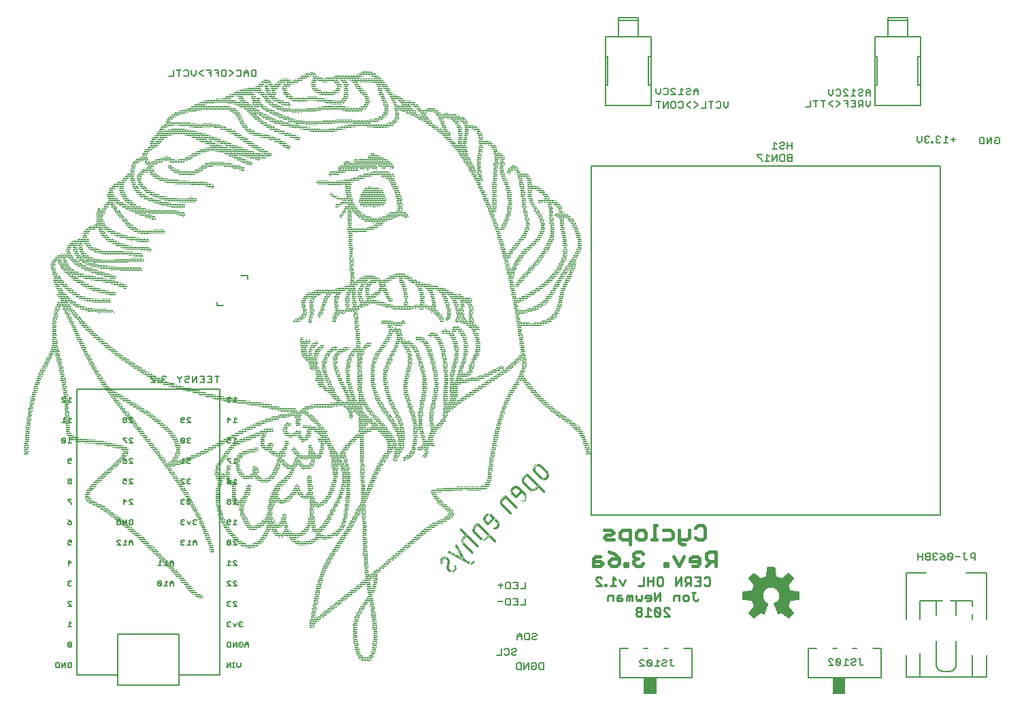
<source format=gbo>
G75*
%MOIN*%
%OFA0B0*%
%FSLAX25Y25*%
%IPPOS*%
%LPD*%
%AMOC8*
5,1,8,0,0,1.08239X$1,22.5*
%
%ADD10C,0.00900*%
%ADD11C,0.01500*%
%ADD12C,0.00700*%
%ADD13C,0.00500*%
%ADD14R,0.05512X0.07874*%
%ADD15R,0.00400X0.00100*%
%ADD16R,0.00500X0.00100*%
%ADD17R,0.00700X0.00100*%
%ADD18R,0.01200X0.00100*%
%ADD19R,0.01000X0.00100*%
%ADD20R,0.01500X0.00100*%
%ADD21R,0.01700X0.00100*%
%ADD22R,0.02000X0.00100*%
%ADD23R,0.02100X0.00100*%
%ADD24R,0.02300X0.00100*%
%ADD25R,0.02400X0.00100*%
%ADD26R,0.02500X0.00100*%
%ADD27R,0.01400X0.00100*%
%ADD28R,0.01300X0.00100*%
%ADD29R,0.02900X0.00100*%
%ADD30R,0.01100X0.00100*%
%ADD31R,0.03400X0.00100*%
%ADD32R,0.01800X0.00100*%
%ADD33R,0.03600X0.00100*%
%ADD34R,0.00900X0.00100*%
%ADD35R,0.02200X0.00100*%
%ADD36R,0.03800X0.00100*%
%ADD37R,0.02800X0.00100*%
%ADD38R,0.04000X0.00100*%
%ADD39R,0.03100X0.00100*%
%ADD40R,0.04100X0.00100*%
%ADD41R,0.03300X0.00100*%
%ADD42R,0.04300X0.00100*%
%ADD43R,0.03500X0.00100*%
%ADD44R,0.04400X0.00100*%
%ADD45R,0.03700X0.00100*%
%ADD46R,0.04500X0.00100*%
%ADD47R,0.03900X0.00100*%
%ADD48R,0.04600X0.00100*%
%ADD49R,0.04700X0.00100*%
%ADD50R,0.04200X0.00100*%
%ADD51R,0.01900X0.00100*%
%ADD52R,0.01600X0.00100*%
%ADD53R,0.00600X0.00100*%
%ADD54R,0.00100X0.00100*%
%ADD55R,0.00300X0.00100*%
%ADD56R,0.04900X0.00100*%
%ADD57R,0.05000X0.00100*%
%ADD58R,0.05100X0.00100*%
%ADD59R,0.00800X0.00100*%
%ADD60R,0.02600X0.00100*%
%ADD61R,0.03200X0.00100*%
%ADD62C,0.00600*%
%ADD63R,0.00330X0.00334*%
%ADD64R,0.01000X0.00334*%
%ADD65R,0.04670X0.00333*%
%ADD66R,0.00660X0.00333*%
%ADD67R,0.01000X0.00333*%
%ADD68R,0.00330X0.00333*%
%ADD69R,0.06000X0.00334*%
%ADD70R,0.03660X0.00333*%
%ADD71R,0.03330X0.00333*%
%ADD72R,0.00340X0.00334*%
%ADD73R,0.00670X0.00334*%
%ADD74R,0.02670X0.00333*%
%ADD75R,0.02660X0.00333*%
%ADD76R,0.00670X0.00333*%
%ADD77R,0.02330X0.00334*%
%ADD78R,0.02340X0.00334*%
%ADD79R,0.02000X0.00333*%
%ADD80R,0.02330X0.00333*%
%ADD81R,0.02000X0.00334*%
%ADD82R,0.02340X0.00333*%
%ADD83R,0.00340X0.00333*%
%ADD84R,0.01670X0.00333*%
%ADD85R,0.03000X0.00333*%
%ADD86R,0.03670X0.00334*%
%ADD87R,0.04340X0.00333*%
%ADD88R,0.00660X0.00334*%
%ADD89R,0.05000X0.00333*%
%ADD90R,0.03340X0.00334*%
%ADD91R,0.03330X0.00334*%
%ADD92R,0.03340X0.00333*%
%ADD93R,0.02670X0.00334*%
%ADD94R,0.05000X0.00334*%
%ADD95R,0.04000X0.00333*%
%ADD96R,0.03000X0.00334*%
%ADD97R,0.03670X0.00333*%
%ADD98R,0.02660X0.00334*%
%ADD99R,0.04000X0.00334*%
%ADD100R,0.06000X0.00333*%
%ADD101R,0.01330X0.00334*%
%ADD102R,0.04660X0.00333*%
%ADD103R,0.07670X0.00333*%
%ADD104R,0.05670X0.00334*%
%ADD105R,0.09670X0.00334*%
%ADD106R,0.09000X0.00333*%
%ADD107R,0.11000X0.00333*%
%ADD108R,0.08670X0.00333*%
%ADD109R,0.01670X0.00334*%
%ADD110R,0.10000X0.00334*%
%ADD111R,0.06670X0.00334*%
%ADD112R,0.05330X0.00333*%
%ADD113R,0.13670X0.00333*%
%ADD114R,0.04330X0.00333*%
%ADD115R,0.11670X0.00333*%
%ADD116R,0.04330X0.00334*%
%ADD117R,0.04660X0.00334*%
%ADD118R,0.07330X0.00333*%
%ADD119R,0.07340X0.00333*%
%ADD120R,0.03660X0.00334*%
%ADD121R,0.06330X0.00333*%
%ADD122R,0.05340X0.00334*%
%ADD123R,0.06670X0.00333*%
%ADD124R,0.01340X0.00333*%
%ADD125R,0.07670X0.00334*%
%ADD126R,0.05330X0.00334*%
%ADD127R,0.09670X0.00333*%
%ADD128R,0.10340X0.00334*%
%ADD129R,0.06660X0.00333*%
%ADD130R,0.07000X0.00334*%
%ADD131R,0.08000X0.00334*%
%ADD132R,0.04670X0.00334*%
%ADD133R,0.07000X0.00333*%
%ADD134R,0.15330X0.00333*%
%ADD135R,0.24340X0.00333*%
%ADD136R,0.18670X0.00334*%
%ADD137R,0.01660X0.00334*%
%ADD138R,0.01660X0.00333*%
%ADD139R,0.09340X0.00333*%
%ADD140R,0.05660X0.00334*%
%ADD141R,0.05670X0.00333*%
%ADD142R,0.08330X0.00333*%
%ADD143R,0.10670X0.00334*%
%ADD144R,0.05660X0.00333*%
%ADD145R,0.08660X0.00333*%
%ADD146R,0.01340X0.00334*%
%ADD147R,0.01330X0.00333*%
%ADD148R,0.07660X0.00333*%
%ADD149R,0.12340X0.00333*%
%ADD150R,0.12330X0.00333*%
%ADD151R,0.04340X0.00334*%
%ADD152R,0.06330X0.00334*%
%ADD153R,0.08000X0.00333*%
%ADD154R,0.10000X0.00333*%
%ADD155R,0.14660X0.00334*%
%ADD156R,0.14330X0.00333*%
%ADD157R,0.11330X0.00333*%
%ADD158R,0.05340X0.00333*%
%ADD159R,0.08330X0.00334*%
%ADD160R,0.07340X0.00334*%
%ADD161R,0.06340X0.00333*%
%ADD162R,0.07330X0.00334*%
%ADD163R,0.12000X0.00333*%
%ADD164R,0.09340X0.00334*%
%ADD165R,0.07660X0.00334*%
%ADD166R,0.11000X0.00334*%
%ADD167R,0.13330X0.00333*%
%ADD168R,0.14000X0.00333*%
%ADD169R,0.06660X0.00334*%
%ADD170R,0.16670X0.00334*%
%ADD171R,0.26670X0.00333*%
%ADD172R,0.17670X0.00333*%
%ADD173R,0.13340X0.00333*%
%ADD174R,0.13340X0.00334*%
%ADD175R,0.14330X0.00334*%
%ADD176R,0.12670X0.00333*%
%ADD177R,0.23330X0.00334*%
%ADD178R,0.25670X0.00333*%
%ADD179R,0.06340X0.00334*%
%ADD180R,0.09660X0.00333*%
%ADD181R,0.08670X0.00334*%
%ADD182R,0.15000X0.00333*%
%ADD183R,0.10670X0.00333*%
%ADD184R,0.11330X0.00334*%
%ADD185R,0.10330X0.00333*%
%ADD186R,0.15670X0.00333*%
%ADD187R,0.20670X0.00333*%
%ADD188R,0.20670X0.00334*%
%ADD189R,0.27670X0.00333*%
%ADD190R,0.16340X0.00334*%
%ADD191R,0.20340X0.00333*%
%ADD192R,0.19000X0.00333*%
%ADD193R,0.08340X0.00334*%
%ADD194R,0.09000X0.00334*%
%ADD195R,0.10660X0.00334*%
%ADD196R,0.16000X0.00334*%
%ADD197R,0.17660X0.00334*%
%ADD198R,0.24670X0.00333*%
%ADD199R,0.24000X0.00333*%
%ADD200R,0.16330X0.00334*%
%ADD201R,0.10330X0.00334*%
%ADD202R,0.13000X0.00333*%
%ADD203R,0.12660X0.00333*%
%ADD204R,0.12000X0.00334*%
%ADD205R,0.18000X0.00333*%
%ADD206R,0.13000X0.00334*%
%ADD207R,0.08660X0.00334*%
%ADD208R,0.16670X0.00333*%
%ADD209R,0.18330X0.00333*%
%ADD210R,0.17000X0.00333*%
%ADD211R,0.20660X0.00333*%
%ADD212R,0.19000X0.00334*%
%ADD213R,0.18660X0.00334*%
%ADD214R,0.12670X0.00334*%
%ADD215R,0.16000X0.00333*%
%ADD216R,0.18670X0.00333*%
%ADD217R,0.08340X0.00333*%
%ADD218R,0.15670X0.00334*%
%ADD219R,0.17330X0.00334*%
%ADD220R,0.09330X0.00334*%
%ADD221R,0.18660X0.00333*%
%ADD222R,0.17670X0.00334*%
%ADD223R,0.24330X0.00333*%
%ADD224R,0.14000X0.00334*%
%ADD225R,0.11670X0.00334*%
%ADD226R,0.23670X0.00333*%
%ADD227R,0.21000X0.00334*%
%ADD228R,0.19660X0.00333*%
%ADD229R,0.21000X0.00333*%
%ADD230R,0.22000X0.00334*%
%ADD231R,0.13330X0.00334*%
%ADD232R,0.26000X0.00334*%
%ADD233R,0.38330X0.00333*%
%ADD234R,0.43670X0.00333*%
%ADD235R,0.25330X0.00334*%
%ADD236R,0.11660X0.00334*%
%ADD237R,0.20330X0.00333*%
%ADD238R,0.43330X0.00333*%
%ADD239R,0.25000X0.00333*%
%ADD240R,0.22330X0.00334*%
%ADD241R,0.20000X0.00333*%
%ADD242R,0.14670X0.00333*%
%ADD243R,0.16340X0.00333*%
%ADD244R,0.19330X0.00334*%
%ADD245R,0.17660X0.00333*%
%ADD246R,0.17000X0.00334*%
%ADD247C,0.00591*%
%ADD248C,0.00800*%
D10*
X0346077Y0104900D02*
X0348813Y0104900D01*
X0346077Y0107636D01*
X0346077Y0108320D01*
X0346761Y0109004D01*
X0348129Y0109004D01*
X0348813Y0108320D01*
X0350431Y0105584D02*
X0350431Y0104900D01*
X0351114Y0104900D01*
X0351114Y0105584D01*
X0350431Y0105584D01*
X0352983Y0104900D02*
X0355718Y0104900D01*
X0354351Y0104900D02*
X0354351Y0109004D01*
X0355718Y0107636D01*
X0357587Y0107636D02*
X0358955Y0104900D01*
X0360322Y0107636D01*
X0366795Y0104900D02*
X0369530Y0104900D01*
X0369530Y0109004D01*
X0371398Y0109004D02*
X0371398Y0104900D01*
X0371398Y0106952D02*
X0374134Y0106952D01*
X0374134Y0104900D02*
X0374134Y0109004D01*
X0376002Y0108320D02*
X0376686Y0109004D01*
X0378054Y0109004D01*
X0378738Y0108320D01*
X0378738Y0105584D01*
X0378054Y0104900D01*
X0376686Y0104900D01*
X0376002Y0105584D01*
X0376002Y0108320D01*
X0374851Y0101504D02*
X0374851Y0097400D01*
X0377587Y0101504D01*
X0377587Y0097400D01*
X0376903Y0094004D02*
X0375535Y0094004D01*
X0374851Y0093320D01*
X0377587Y0090584D01*
X0376903Y0089900D01*
X0375535Y0089900D01*
X0374851Y0090584D01*
X0374851Y0093320D01*
X0372983Y0092636D02*
X0371615Y0094004D01*
X0371615Y0089900D01*
X0372983Y0089900D02*
X0370247Y0089900D01*
X0368379Y0090584D02*
X0368379Y0091268D01*
X0367695Y0091952D01*
X0366327Y0091952D01*
X0365644Y0091268D01*
X0365644Y0090584D01*
X0366327Y0089900D01*
X0367695Y0089900D01*
X0368379Y0090584D01*
X0367695Y0091952D02*
X0368379Y0092636D01*
X0368379Y0093320D01*
X0367695Y0094004D01*
X0366327Y0094004D01*
X0365644Y0093320D01*
X0365644Y0092636D01*
X0366327Y0091952D01*
X0366327Y0097400D02*
X0365644Y0098084D01*
X0365644Y0100136D01*
X0363775Y0100136D02*
X0363091Y0100136D01*
X0362407Y0099452D01*
X0361724Y0100136D01*
X0361040Y0099452D01*
X0361040Y0097400D01*
X0362407Y0097400D02*
X0362407Y0099452D01*
X0363775Y0100136D02*
X0363775Y0097400D01*
X0366327Y0097400D02*
X0367011Y0098084D01*
X0367695Y0097400D01*
X0368379Y0098084D01*
X0368379Y0100136D01*
X0370247Y0099452D02*
X0370247Y0098768D01*
X0372983Y0098768D01*
X0372983Y0099452D02*
X0372299Y0100136D01*
X0370931Y0100136D01*
X0370247Y0099452D01*
X0370931Y0097400D02*
X0372299Y0097400D01*
X0372983Y0098084D01*
X0372983Y0099452D01*
X0376903Y0094004D02*
X0377587Y0093320D01*
X0377587Y0090584D01*
X0379455Y0089900D02*
X0382191Y0089900D01*
X0379455Y0092636D01*
X0379455Y0093320D01*
X0380139Y0094004D01*
X0381507Y0094004D01*
X0382191Y0093320D01*
X0384059Y0097400D02*
X0384059Y0099452D01*
X0384743Y0100136D01*
X0386795Y0100136D01*
X0386795Y0097400D01*
X0388663Y0098084D02*
X0388663Y0099452D01*
X0389347Y0100136D01*
X0390715Y0100136D01*
X0391399Y0099452D01*
X0391399Y0098084D01*
X0390715Y0097400D01*
X0389347Y0097400D01*
X0388663Y0098084D01*
X0393951Y0098084D02*
X0393951Y0101504D01*
X0394635Y0101504D02*
X0393267Y0101504D01*
X0392550Y0104900D02*
X0392550Y0109004D01*
X0390498Y0109004D01*
X0389814Y0108320D01*
X0389814Y0106952D01*
X0390498Y0106268D01*
X0392550Y0106268D01*
X0391182Y0106268D02*
X0389814Y0104900D01*
X0387946Y0104900D02*
X0387946Y0109004D01*
X0385210Y0104900D01*
X0385210Y0109004D01*
X0394418Y0109004D02*
X0397154Y0109004D01*
X0397154Y0104900D01*
X0394418Y0104900D01*
X0395786Y0106952D02*
X0397154Y0106952D01*
X0399022Y0108320D02*
X0399706Y0109004D01*
X0401074Y0109004D01*
X0401758Y0108320D01*
X0401758Y0105584D01*
X0401074Y0104900D01*
X0399706Y0104900D01*
X0399022Y0105584D01*
X0396003Y0098084D02*
X0395319Y0097400D01*
X0394635Y0097400D01*
X0393951Y0098084D01*
X0359171Y0098084D02*
X0358487Y0098768D01*
X0356436Y0098768D01*
X0356436Y0099452D02*
X0356436Y0097400D01*
X0358487Y0097400D01*
X0359171Y0098084D01*
X0358487Y0100136D02*
X0357120Y0100136D01*
X0356436Y0099452D01*
X0354567Y0100136D02*
X0352516Y0100136D01*
X0351832Y0099452D01*
X0351832Y0097400D01*
X0354567Y0097400D02*
X0354567Y0100136D01*
D11*
X0353793Y0114450D02*
X0352608Y0115634D01*
X0352608Y0116819D01*
X0353793Y0118003D01*
X0357346Y0118003D01*
X0357346Y0115634D01*
X0356161Y0114450D01*
X0353793Y0114450D01*
X0349427Y0115634D02*
X0348242Y0116819D01*
X0344689Y0116819D01*
X0344689Y0118003D02*
X0344689Y0114450D01*
X0348242Y0114450D01*
X0349427Y0115634D01*
X0348242Y0119187D02*
X0345874Y0119187D01*
X0344689Y0118003D01*
X0352608Y0121556D02*
X0354977Y0120372D01*
X0357346Y0118003D01*
X0360121Y0115634D02*
X0360121Y0114450D01*
X0361305Y0114450D01*
X0361305Y0115634D01*
X0360121Y0115634D01*
X0364486Y0115634D02*
X0365671Y0114450D01*
X0368039Y0114450D01*
X0369224Y0115634D01*
X0366855Y0118003D02*
X0365671Y0118003D01*
X0364486Y0116819D01*
X0364486Y0115634D01*
X0365671Y0118003D02*
X0364486Y0119187D01*
X0364486Y0120372D01*
X0365671Y0121556D01*
X0368039Y0121556D01*
X0369224Y0120372D01*
X0369359Y0127350D02*
X0366990Y0127350D01*
X0365806Y0128534D01*
X0365806Y0130903D01*
X0366990Y0132087D01*
X0369359Y0132087D01*
X0370544Y0130903D01*
X0370544Y0128534D01*
X0369359Y0127350D01*
X0373454Y0127350D02*
X0375823Y0127350D01*
X0374638Y0127350D02*
X0374638Y0134456D01*
X0375823Y0134456D01*
X0379004Y0132087D02*
X0382557Y0132087D01*
X0383741Y0130903D01*
X0383741Y0128534D01*
X0382557Y0127350D01*
X0379004Y0127350D01*
X0386923Y0127350D02*
X0390476Y0127350D01*
X0391660Y0128534D01*
X0391660Y0132087D01*
X0394842Y0133272D02*
X0396026Y0134456D01*
X0398395Y0134456D01*
X0399579Y0133272D01*
X0399579Y0128534D01*
X0398395Y0127350D01*
X0396026Y0127350D01*
X0394842Y0128534D01*
X0389292Y0124981D02*
X0388107Y0124981D01*
X0386923Y0126166D01*
X0386923Y0132087D01*
X0389021Y0119187D02*
X0386652Y0114450D01*
X0384283Y0119187D01*
X0381102Y0115634D02*
X0379918Y0115634D01*
X0379918Y0114450D01*
X0381102Y0114450D01*
X0381102Y0115634D01*
X0392202Y0116819D02*
X0396939Y0116819D01*
X0396939Y0118003D02*
X0396939Y0115634D01*
X0395755Y0114450D01*
X0393386Y0114450D01*
X0392202Y0116819D02*
X0392202Y0118003D01*
X0393386Y0119187D01*
X0395755Y0119187D01*
X0396939Y0118003D01*
X0400121Y0118003D02*
X0401305Y0116819D01*
X0404858Y0116819D01*
X0402489Y0116819D02*
X0400121Y0114450D01*
X0400121Y0118003D02*
X0400121Y0120372D01*
X0401305Y0121556D01*
X0404858Y0121556D01*
X0404858Y0114450D01*
X0362625Y0124981D02*
X0362625Y0132087D01*
X0359072Y0132087D01*
X0357887Y0130903D01*
X0357887Y0128534D01*
X0359072Y0127350D01*
X0362625Y0127350D01*
X0354706Y0127350D02*
X0351153Y0127350D01*
X0349969Y0128534D01*
X0351153Y0129719D01*
X0353522Y0129719D01*
X0354706Y0130903D01*
X0353522Y0132087D01*
X0349969Y0132087D01*
D12*
X0311449Y0106603D02*
X0311449Y0103300D01*
X0309247Y0103300D01*
X0307766Y0103300D02*
X0305564Y0103300D01*
X0304083Y0103300D02*
X0302432Y0103300D01*
X0301881Y0103850D01*
X0301881Y0106052D01*
X0302432Y0106603D01*
X0304083Y0106603D01*
X0304083Y0103300D01*
X0306665Y0104951D02*
X0307766Y0104951D01*
X0307766Y0103300D02*
X0307766Y0106603D01*
X0305564Y0106603D01*
X0300400Y0104951D02*
X0298198Y0104951D01*
X0299299Y0106052D02*
X0299299Y0103850D01*
X0302432Y0098603D02*
X0304083Y0098603D01*
X0304083Y0095300D01*
X0302432Y0095300D01*
X0301881Y0095850D01*
X0301881Y0098052D01*
X0302432Y0098603D01*
X0300400Y0096951D02*
X0298198Y0096951D01*
X0305564Y0095300D02*
X0307766Y0095300D01*
X0307766Y0098603D01*
X0305564Y0098603D01*
X0306665Y0096951D02*
X0307766Y0096951D01*
X0309248Y0095300D02*
X0311449Y0095300D01*
X0311449Y0098603D01*
X0311773Y0081603D02*
X0313425Y0081603D01*
X0313425Y0078300D01*
X0311773Y0078300D01*
X0311223Y0078850D01*
X0311223Y0081052D01*
X0311773Y0081603D01*
X0309741Y0080502D02*
X0308641Y0081603D01*
X0307540Y0080502D01*
X0307540Y0078300D01*
X0307540Y0079951D02*
X0309741Y0079951D01*
X0309741Y0080502D02*
X0309741Y0078300D01*
X0314906Y0078850D02*
X0315456Y0078300D01*
X0316557Y0078300D01*
X0317108Y0078850D01*
X0316557Y0079951D02*
X0315456Y0079951D01*
X0314906Y0079401D01*
X0314906Y0078850D01*
X0316557Y0079951D02*
X0317108Y0080502D01*
X0317108Y0081052D01*
X0316557Y0081603D01*
X0315456Y0081603D01*
X0314906Y0081052D01*
X0307108Y0073552D02*
X0307108Y0073002D01*
X0306557Y0072451D01*
X0305456Y0072451D01*
X0304906Y0071901D01*
X0304906Y0071350D01*
X0305456Y0070800D01*
X0306557Y0070800D01*
X0307108Y0071350D01*
X0307108Y0073552D02*
X0306557Y0074103D01*
X0305456Y0074103D01*
X0304906Y0073552D01*
X0303425Y0073552D02*
X0303425Y0071350D01*
X0302874Y0070800D01*
X0301773Y0070800D01*
X0301223Y0071350D01*
X0299741Y0070800D02*
X0297540Y0070800D01*
X0299741Y0070800D02*
X0299741Y0074103D01*
X0301223Y0073552D02*
X0301773Y0074103D01*
X0302874Y0074103D01*
X0303425Y0073552D01*
X0307749Y0067103D02*
X0309400Y0067103D01*
X0309400Y0063800D01*
X0307749Y0063800D01*
X0307198Y0064350D01*
X0307198Y0066552D01*
X0307749Y0067103D01*
X0310881Y0067103D02*
X0310881Y0063800D01*
X0313083Y0067103D01*
X0313083Y0063800D01*
X0314564Y0064350D02*
X0314564Y0065451D01*
X0315665Y0065451D01*
X0314564Y0064350D02*
X0315115Y0063800D01*
X0316216Y0063800D01*
X0316766Y0064350D01*
X0316766Y0066552D01*
X0316216Y0067103D01*
X0315115Y0067103D01*
X0314564Y0066552D01*
X0318247Y0066552D02*
X0318247Y0064350D01*
X0318798Y0063800D01*
X0320449Y0063800D01*
X0320449Y0067103D01*
X0318798Y0067103D01*
X0318247Y0066552D01*
X0367509Y0067502D02*
X0369711Y0065300D01*
X0367509Y0065300D01*
X0367509Y0067502D02*
X0367509Y0068052D01*
X0368060Y0068603D01*
X0369161Y0068603D01*
X0369711Y0068052D01*
X0371192Y0068052D02*
X0373394Y0065850D01*
X0372844Y0065300D01*
X0371743Y0065300D01*
X0371192Y0065850D01*
X0371192Y0068052D01*
X0371743Y0068603D01*
X0372844Y0068603D01*
X0373394Y0068052D01*
X0373394Y0065850D01*
X0374876Y0065300D02*
X0377077Y0065300D01*
X0375976Y0065300D02*
X0375976Y0068603D01*
X0377077Y0067502D01*
X0378559Y0068052D02*
X0379109Y0068603D01*
X0380210Y0068603D01*
X0380761Y0068052D01*
X0380761Y0067502D01*
X0380210Y0066951D01*
X0379109Y0066951D01*
X0378559Y0066401D01*
X0378559Y0065850D01*
X0379109Y0065300D01*
X0380210Y0065300D01*
X0380761Y0065850D01*
X0382792Y0065850D02*
X0382792Y0068603D01*
X0382242Y0068603D02*
X0383343Y0068603D01*
X0382792Y0065850D02*
X0383343Y0065300D01*
X0383893Y0065300D01*
X0384444Y0065850D01*
X0460064Y0065800D02*
X0462266Y0065800D01*
X0460064Y0068002D01*
X0460064Y0068552D01*
X0460615Y0069103D01*
X0461716Y0069103D01*
X0462266Y0068552D01*
X0463748Y0068552D02*
X0465949Y0066350D01*
X0465399Y0065800D01*
X0464298Y0065800D01*
X0463748Y0066350D01*
X0463748Y0068552D01*
X0464298Y0069103D01*
X0465399Y0069103D01*
X0465949Y0068552D01*
X0465949Y0066350D01*
X0467431Y0065800D02*
X0469633Y0065800D01*
X0468532Y0065800D02*
X0468532Y0069103D01*
X0469633Y0068002D01*
X0471114Y0068552D02*
X0471664Y0069103D01*
X0472765Y0069103D01*
X0473316Y0068552D01*
X0473316Y0068002D01*
X0472765Y0067451D01*
X0471664Y0067451D01*
X0471114Y0066901D01*
X0471114Y0066350D01*
X0471664Y0065800D01*
X0472765Y0065800D01*
X0473316Y0066350D01*
X0475347Y0066350D02*
X0475347Y0069103D01*
X0474797Y0069103D02*
X0475898Y0069103D01*
X0475347Y0066350D02*
X0475898Y0065800D01*
X0476448Y0065800D01*
X0476999Y0066350D01*
X0503859Y0117434D02*
X0503859Y0120737D01*
X0503859Y0119085D02*
X0506061Y0119085D01*
X0507542Y0118535D02*
X0507542Y0117984D01*
X0508093Y0117434D01*
X0509744Y0117434D01*
X0509744Y0120737D01*
X0508093Y0120737D01*
X0507542Y0120186D01*
X0507542Y0119636D01*
X0508093Y0119085D01*
X0509744Y0119085D01*
X0511225Y0118535D02*
X0511225Y0117984D01*
X0511776Y0117434D01*
X0512877Y0117434D01*
X0513427Y0117984D01*
X0514908Y0117984D02*
X0514908Y0118535D01*
X0515459Y0119085D01*
X0517110Y0119085D01*
X0517110Y0117984D01*
X0516560Y0117434D01*
X0515459Y0117434D01*
X0514908Y0117984D01*
X0516009Y0120186D02*
X0517110Y0119085D01*
X0516009Y0120186D02*
X0514908Y0120737D01*
X0513427Y0120186D02*
X0512877Y0120737D01*
X0511776Y0120737D01*
X0511225Y0120186D01*
X0511225Y0119636D01*
X0511776Y0119085D01*
X0511225Y0118535D01*
X0511776Y0119085D02*
X0512326Y0119085D01*
X0508093Y0119085D02*
X0507542Y0118535D01*
X0506061Y0117434D02*
X0506061Y0120737D01*
X0518592Y0120186D02*
X0520793Y0117984D01*
X0520243Y0117434D01*
X0519142Y0117434D01*
X0518592Y0117984D01*
X0518592Y0120186D01*
X0519142Y0120737D01*
X0520243Y0120737D01*
X0520793Y0120186D01*
X0520793Y0117984D01*
X0522275Y0119085D02*
X0524477Y0119085D01*
X0525958Y0120737D02*
X0527059Y0120737D01*
X0526508Y0120737D02*
X0526508Y0117984D01*
X0527059Y0117434D01*
X0527609Y0117434D01*
X0528160Y0117984D01*
X0529641Y0119085D02*
X0530192Y0118535D01*
X0531843Y0118535D01*
X0531843Y0117434D02*
X0531843Y0120737D01*
X0530192Y0120737D01*
X0529641Y0120186D01*
X0529641Y0119085D01*
X0442083Y0312800D02*
X0440432Y0312800D01*
X0439881Y0313350D01*
X0439881Y0313901D01*
X0440432Y0314451D01*
X0442083Y0314451D01*
X0442083Y0312800D02*
X0442083Y0316103D01*
X0440432Y0316103D01*
X0439881Y0315552D01*
X0439881Y0315002D01*
X0440432Y0314451D01*
X0438400Y0312800D02*
X0436749Y0312800D01*
X0436198Y0313350D01*
X0436198Y0315552D01*
X0436749Y0316103D01*
X0438400Y0316103D01*
X0438400Y0312800D01*
X0434717Y0312800D02*
X0434717Y0316103D01*
X0432515Y0312800D01*
X0432515Y0316103D01*
X0431034Y0315002D02*
X0429933Y0316103D01*
X0429933Y0312800D01*
X0431034Y0312800D02*
X0428832Y0312800D01*
X0427350Y0312800D02*
X0427350Y0313350D01*
X0425149Y0315552D01*
X0425149Y0316103D01*
X0427350Y0316103D01*
X0432515Y0318800D02*
X0434717Y0318800D01*
X0433616Y0318800D02*
X0433616Y0322103D01*
X0434717Y0321002D01*
X0436198Y0321552D02*
X0436749Y0322103D01*
X0437849Y0322103D01*
X0438400Y0321552D01*
X0438400Y0321002D01*
X0437849Y0320451D01*
X0436749Y0320451D01*
X0436198Y0319901D01*
X0436198Y0319350D01*
X0436749Y0318800D01*
X0437849Y0318800D01*
X0438400Y0319350D01*
X0439881Y0318800D02*
X0439881Y0322103D01*
X0439881Y0320451D02*
X0442083Y0320451D01*
X0442083Y0318800D02*
X0442083Y0322103D01*
X0448916Y0339300D02*
X0451118Y0339300D01*
X0451118Y0342603D01*
X0452599Y0342603D02*
X0454801Y0342603D01*
X0453700Y0342603D02*
X0453700Y0339300D01*
X0457383Y0339300D02*
X0457383Y0342603D01*
X0458484Y0342603D02*
X0456282Y0342603D01*
X0459965Y0340951D02*
X0462167Y0339300D01*
X0463649Y0339300D02*
X0465850Y0340951D01*
X0463649Y0342603D01*
X0462167Y0342603D02*
X0459965Y0340951D01*
X0461066Y0344800D02*
X0459965Y0345901D01*
X0459965Y0348103D01*
X0462167Y0348103D02*
X0462167Y0345901D01*
X0461066Y0344800D01*
X0463649Y0345350D02*
X0464199Y0344800D01*
X0465300Y0344800D01*
X0465850Y0345350D01*
X0465850Y0347552D01*
X0465300Y0348103D01*
X0464199Y0348103D01*
X0463649Y0347552D01*
X0467332Y0347552D02*
X0467332Y0347002D01*
X0469534Y0344800D01*
X0467332Y0344800D01*
X0467332Y0342603D02*
X0469534Y0342603D01*
X0469534Y0339300D01*
X0471015Y0339300D02*
X0473217Y0339300D01*
X0473217Y0342603D01*
X0471015Y0342603D01*
X0472116Y0340951D02*
X0473217Y0340951D01*
X0474698Y0340951D02*
X0475249Y0340401D01*
X0476900Y0340401D01*
X0476900Y0339300D02*
X0476900Y0342603D01*
X0475249Y0342603D01*
X0474698Y0342052D01*
X0474698Y0340951D01*
X0475799Y0340401D02*
X0474698Y0339300D01*
X0478381Y0340401D02*
X0478381Y0342603D01*
X0478381Y0344800D02*
X0478381Y0347002D01*
X0479482Y0348103D01*
X0480583Y0347002D01*
X0480583Y0344800D01*
X0480583Y0346451D02*
X0478381Y0346451D01*
X0476900Y0347002D02*
X0476349Y0346451D01*
X0475249Y0346451D01*
X0474698Y0345901D01*
X0474698Y0345350D01*
X0475249Y0344800D01*
X0476349Y0344800D01*
X0476900Y0345350D01*
X0476900Y0347002D02*
X0476900Y0347552D01*
X0476349Y0348103D01*
X0475249Y0348103D01*
X0474698Y0347552D01*
X0473217Y0347002D02*
X0472116Y0348103D01*
X0472116Y0344800D01*
X0473217Y0344800D02*
X0471015Y0344800D01*
X0469534Y0347552D02*
X0468983Y0348103D01*
X0467882Y0348103D01*
X0467332Y0347552D01*
X0468433Y0340951D02*
X0469534Y0340951D01*
X0478381Y0340401D02*
X0479482Y0339300D01*
X0480583Y0340401D01*
X0480583Y0342603D01*
X0503436Y0325103D02*
X0503436Y0322901D01*
X0504537Y0321800D01*
X0505638Y0322901D01*
X0505638Y0325103D01*
X0507119Y0324552D02*
X0507119Y0324002D01*
X0507669Y0323451D01*
X0507119Y0322901D01*
X0507119Y0322350D01*
X0507669Y0321800D01*
X0508770Y0321800D01*
X0509321Y0322350D01*
X0510612Y0322350D02*
X0510612Y0321800D01*
X0511162Y0321800D01*
X0511162Y0322350D01*
X0510612Y0322350D01*
X0512644Y0322350D02*
X0513194Y0321800D01*
X0514295Y0321800D01*
X0514845Y0322350D01*
X0513745Y0323451D02*
X0513194Y0323451D01*
X0512644Y0322901D01*
X0512644Y0322350D01*
X0513194Y0323451D02*
X0512644Y0324002D01*
X0512644Y0324552D01*
X0513194Y0325103D01*
X0514295Y0325103D01*
X0514845Y0324552D01*
X0517428Y0325103D02*
X0517428Y0321800D01*
X0518529Y0321800D02*
X0516327Y0321800D01*
X0518529Y0324002D02*
X0517428Y0325103D01*
X0520010Y0323451D02*
X0522212Y0323451D01*
X0521111Y0324552D02*
X0521111Y0322350D01*
X0509321Y0324552D02*
X0508770Y0325103D01*
X0507669Y0325103D01*
X0507119Y0324552D01*
X0507669Y0323451D02*
X0508220Y0323451D01*
X0534064Y0324052D02*
X0534615Y0324603D01*
X0536266Y0324603D01*
X0536266Y0321300D01*
X0534615Y0321300D01*
X0534064Y0321850D01*
X0534064Y0324052D01*
X0537747Y0324603D02*
X0537747Y0321300D01*
X0539949Y0324603D01*
X0539949Y0321300D01*
X0541431Y0321850D02*
X0541981Y0321300D01*
X0543082Y0321300D01*
X0543633Y0321850D01*
X0543633Y0324052D01*
X0543082Y0324603D01*
X0541981Y0324603D01*
X0541431Y0324052D01*
X0541431Y0322951D02*
X0542532Y0322951D01*
X0541431Y0322951D02*
X0541431Y0321850D01*
X0410915Y0339901D02*
X0409814Y0338800D01*
X0408713Y0339901D01*
X0408713Y0342103D01*
X0407231Y0341552D02*
X0407231Y0339350D01*
X0406681Y0338800D01*
X0405580Y0338800D01*
X0405030Y0339350D01*
X0405030Y0341552D02*
X0405580Y0342103D01*
X0406681Y0342103D01*
X0407231Y0341552D01*
X0403548Y0342103D02*
X0401346Y0342103D01*
X0402447Y0342103D02*
X0402447Y0338800D01*
X0399865Y0338800D02*
X0399865Y0342103D01*
X0399865Y0338800D02*
X0397663Y0338800D01*
X0396182Y0340451D02*
X0393980Y0338800D01*
X0392499Y0338800D02*
X0390297Y0340451D01*
X0392499Y0342103D01*
X0393980Y0342103D02*
X0396182Y0340451D01*
X0396182Y0345300D02*
X0396182Y0347502D01*
X0395081Y0348603D01*
X0393980Y0347502D01*
X0393980Y0345300D01*
X0392499Y0345850D02*
X0391948Y0345300D01*
X0390847Y0345300D01*
X0390297Y0345850D01*
X0390297Y0346401D01*
X0390847Y0346951D01*
X0391948Y0346951D01*
X0392499Y0347502D01*
X0392499Y0348052D01*
X0391948Y0348603D01*
X0390847Y0348603D01*
X0390297Y0348052D01*
X0388816Y0347502D02*
X0387715Y0348603D01*
X0387715Y0345300D01*
X0388816Y0345300D02*
X0386614Y0345300D01*
X0385133Y0345300D02*
X0382931Y0347502D01*
X0382931Y0348052D01*
X0383481Y0348603D01*
X0384582Y0348603D01*
X0385133Y0348052D01*
X0385133Y0345300D02*
X0382931Y0345300D01*
X0381449Y0345850D02*
X0380899Y0345300D01*
X0379798Y0345300D01*
X0379248Y0345850D01*
X0377766Y0346401D02*
X0377766Y0348603D01*
X0379248Y0348052D02*
X0379798Y0348603D01*
X0380899Y0348603D01*
X0381449Y0348052D01*
X0381449Y0345850D01*
X0377766Y0346401D02*
X0376665Y0345300D01*
X0375564Y0346401D01*
X0375564Y0348603D01*
X0375564Y0342103D02*
X0377766Y0342103D01*
X0376665Y0342103D02*
X0376665Y0338800D01*
X0379248Y0338800D02*
X0379248Y0342103D01*
X0381449Y0342103D02*
X0379248Y0338800D01*
X0381449Y0338800D02*
X0381449Y0342103D01*
X0382931Y0341552D02*
X0383481Y0342103D01*
X0384582Y0342103D01*
X0385133Y0341552D01*
X0385133Y0339350D01*
X0384582Y0338800D01*
X0383481Y0338800D01*
X0382931Y0339350D01*
X0382931Y0341552D01*
X0386614Y0341552D02*
X0387164Y0342103D01*
X0388265Y0342103D01*
X0388816Y0341552D01*
X0388816Y0339350D01*
X0388265Y0338800D01*
X0387164Y0338800D01*
X0386614Y0339350D01*
X0393980Y0346951D02*
X0396182Y0346951D01*
X0410915Y0342103D02*
X0410915Y0339901D01*
X0179583Y0354300D02*
X0177932Y0354300D01*
X0177381Y0354850D01*
X0177381Y0357052D01*
X0177932Y0357603D01*
X0179583Y0357603D01*
X0179583Y0354300D01*
X0175900Y0354300D02*
X0175900Y0356502D01*
X0174799Y0357603D01*
X0173698Y0356502D01*
X0173698Y0354300D01*
X0172217Y0354850D02*
X0171666Y0354300D01*
X0170565Y0354300D01*
X0170015Y0354850D01*
X0168534Y0355951D02*
X0166332Y0354300D01*
X0164850Y0354850D02*
X0164300Y0354300D01*
X0163199Y0354300D01*
X0162649Y0354850D01*
X0162649Y0357052D01*
X0163199Y0357603D01*
X0164300Y0357603D01*
X0164850Y0357052D01*
X0164850Y0354850D01*
X0166332Y0357603D02*
X0168534Y0355951D01*
X0170015Y0357052D02*
X0170565Y0357603D01*
X0171666Y0357603D01*
X0172217Y0357052D01*
X0172217Y0354850D01*
X0173698Y0355951D02*
X0175900Y0355951D01*
X0161167Y0355951D02*
X0160066Y0355951D01*
X0161167Y0354300D02*
X0161167Y0357603D01*
X0158965Y0357603D01*
X0157484Y0357603D02*
X0155282Y0357603D01*
X0153801Y0357603D02*
X0151599Y0355951D01*
X0153801Y0354300D01*
X0156383Y0355951D02*
X0157484Y0355951D01*
X0157484Y0354300D02*
X0157484Y0357603D01*
X0150118Y0357603D02*
X0150118Y0355401D01*
X0149017Y0354300D01*
X0147916Y0355401D01*
X0147916Y0357603D01*
X0146435Y0357052D02*
X0145884Y0357603D01*
X0144783Y0357603D01*
X0144233Y0357052D01*
X0142752Y0357603D02*
X0140550Y0357603D01*
X0141651Y0357603D02*
X0141651Y0354300D01*
X0139068Y0354300D02*
X0136867Y0354300D01*
X0139068Y0354300D02*
X0139068Y0357603D01*
X0144233Y0354850D02*
X0144783Y0354300D01*
X0145884Y0354300D01*
X0146435Y0354850D01*
X0146435Y0357052D01*
X0146300Y0207603D02*
X0146850Y0207052D01*
X0146850Y0206502D01*
X0146300Y0205951D01*
X0145199Y0205951D01*
X0144649Y0205401D01*
X0144649Y0204850D01*
X0145199Y0204300D01*
X0146300Y0204300D01*
X0146850Y0204850D01*
X0148332Y0204300D02*
X0148332Y0207603D01*
X0146300Y0207603D02*
X0145199Y0207603D01*
X0144649Y0207052D01*
X0143167Y0207052D02*
X0142066Y0205951D01*
X0142066Y0204300D01*
X0142066Y0205951D02*
X0140965Y0207052D01*
X0140965Y0207603D01*
X0143167Y0207603D02*
X0143167Y0207052D01*
X0139484Y0203750D02*
X0137282Y0203750D01*
X0135801Y0204850D02*
X0135251Y0204300D01*
X0134150Y0204300D01*
X0133599Y0204850D01*
X0133599Y0205401D01*
X0134150Y0205951D01*
X0134700Y0205951D01*
X0134150Y0205951D02*
X0133599Y0206502D01*
X0133599Y0207052D01*
X0134150Y0207603D01*
X0135251Y0207603D01*
X0135801Y0207052D01*
X0132118Y0204850D02*
X0131567Y0204850D01*
X0131567Y0204300D01*
X0132118Y0204300D01*
X0132118Y0204850D01*
X0130276Y0204300D02*
X0128074Y0206502D01*
X0128074Y0207052D01*
X0128625Y0207603D01*
X0129726Y0207603D01*
X0130276Y0207052D01*
X0130276Y0204300D02*
X0128074Y0204300D01*
X0148332Y0204300D02*
X0150534Y0207603D01*
X0150534Y0204300D01*
X0152015Y0204300D02*
X0154217Y0204300D01*
X0154217Y0207603D01*
X0152015Y0207603D01*
X0153116Y0205951D02*
X0154217Y0205951D01*
X0155698Y0204300D02*
X0157900Y0204300D01*
X0157900Y0207603D01*
X0155698Y0207603D01*
X0156799Y0205951D02*
X0157900Y0205951D01*
X0159381Y0207603D02*
X0161583Y0207603D01*
X0160482Y0207603D02*
X0160482Y0204300D01*
D13*
X0160453Y0241970D02*
X0160453Y0243938D01*
X0160453Y0241970D02*
X0163602Y0241970D01*
X0175413Y0254962D02*
X0175413Y0256930D01*
X0172264Y0256930D01*
X0350733Y0340250D02*
X0373133Y0340250D01*
X0373133Y0373850D01*
X0350733Y0373850D01*
X0350733Y0340250D01*
X0350933Y0349950D02*
X0351933Y0349950D01*
X0351933Y0363950D01*
X0350933Y0363950D01*
X0357233Y0373850D02*
X0357233Y0381750D01*
X0366633Y0381750D01*
X0366633Y0373850D01*
X0366633Y0381750D02*
X0366633Y0383250D01*
X0357233Y0383250D01*
X0357233Y0381750D01*
X0371933Y0363950D02*
X0371933Y0349950D01*
X0372933Y0349950D01*
X0372933Y0363950D02*
X0371933Y0363950D01*
X0482933Y0363950D02*
X0483933Y0363950D01*
X0483933Y0349950D01*
X0482933Y0349950D01*
X0482733Y0340250D02*
X0505133Y0340250D01*
X0505133Y0373850D01*
X0482733Y0373850D01*
X0482733Y0340250D01*
X0503933Y0349950D02*
X0504933Y0349950D01*
X0503933Y0349950D02*
X0503933Y0363950D01*
X0504933Y0363950D01*
X0498633Y0373850D02*
X0498633Y0381750D01*
X0489233Y0381750D01*
X0489233Y0383250D01*
X0498633Y0383250D01*
X0498633Y0381750D01*
X0489233Y0381750D02*
X0489233Y0373850D01*
X0498012Y0111131D02*
X0507854Y0111131D01*
X0498012Y0111131D02*
X0498012Y0088446D01*
X0504902Y0088462D02*
X0504902Y0097352D01*
X0512776Y0097352D01*
X0512776Y0090462D01*
X0512776Y0097352D02*
X0515728Y0097352D01*
X0519665Y0097352D02*
X0522618Y0097352D01*
X0522618Y0090462D01*
X0530492Y0090930D02*
X0530492Y0088446D01*
X0530492Y0094867D02*
X0530492Y0097352D01*
X0522618Y0097352D01*
X0527539Y0111131D02*
X0537382Y0111131D01*
X0537382Y0088446D01*
X0522618Y0077667D02*
X0522618Y0066452D01*
X0522616Y0066336D01*
X0522610Y0066220D01*
X0522601Y0066104D01*
X0522588Y0065989D01*
X0522571Y0065874D01*
X0522550Y0065760D01*
X0522525Y0065646D01*
X0522497Y0065533D01*
X0522465Y0065422D01*
X0522430Y0065311D01*
X0522391Y0065202D01*
X0522348Y0065094D01*
X0522302Y0064987D01*
X0522252Y0064882D01*
X0522199Y0064779D01*
X0522143Y0064678D01*
X0522083Y0064578D01*
X0522020Y0064480D01*
X0521954Y0064385D01*
X0521885Y0064292D01*
X0521812Y0064201D01*
X0521737Y0064112D01*
X0521659Y0064026D01*
X0521579Y0063942D01*
X0521495Y0063862D01*
X0521409Y0063784D01*
X0521320Y0063709D01*
X0521229Y0063636D01*
X0521136Y0063567D01*
X0521041Y0063501D01*
X0520943Y0063438D01*
X0520844Y0063378D01*
X0520742Y0063322D01*
X0520639Y0063269D01*
X0520534Y0063219D01*
X0520427Y0063173D01*
X0520319Y0063130D01*
X0520210Y0063091D01*
X0520099Y0063056D01*
X0519988Y0063024D01*
X0519875Y0062996D01*
X0519761Y0062971D01*
X0519647Y0062950D01*
X0519532Y0062933D01*
X0519417Y0062920D01*
X0519301Y0062911D01*
X0519185Y0062905D01*
X0519069Y0062903D01*
X0516324Y0062903D01*
X0516208Y0062905D01*
X0516092Y0062911D01*
X0515976Y0062920D01*
X0515861Y0062933D01*
X0515746Y0062950D01*
X0515632Y0062971D01*
X0515518Y0062996D01*
X0515405Y0063024D01*
X0515294Y0063056D01*
X0515183Y0063091D01*
X0515074Y0063130D01*
X0514966Y0063173D01*
X0514859Y0063219D01*
X0514754Y0063269D01*
X0514651Y0063322D01*
X0514550Y0063378D01*
X0514450Y0063438D01*
X0514352Y0063501D01*
X0514257Y0063567D01*
X0514164Y0063636D01*
X0514073Y0063709D01*
X0513984Y0063784D01*
X0513898Y0063862D01*
X0513814Y0063942D01*
X0513734Y0064026D01*
X0513656Y0064112D01*
X0513581Y0064201D01*
X0513508Y0064292D01*
X0513439Y0064385D01*
X0513373Y0064480D01*
X0513310Y0064578D01*
X0513250Y0064677D01*
X0513194Y0064779D01*
X0513141Y0064882D01*
X0513091Y0064987D01*
X0513045Y0065094D01*
X0513002Y0065202D01*
X0512963Y0065311D01*
X0512928Y0065422D01*
X0512896Y0065533D01*
X0512868Y0065646D01*
X0512843Y0065760D01*
X0512822Y0065874D01*
X0512805Y0065989D01*
X0512792Y0066104D01*
X0512783Y0066220D01*
X0512777Y0066336D01*
X0512775Y0066452D01*
X0512776Y0066452D02*
X0512776Y0077667D01*
X0504902Y0071682D02*
X0504902Y0059950D01*
X0530492Y0059950D01*
X0537382Y0059950D01*
X0537382Y0070698D01*
X0530492Y0070698D02*
X0530492Y0059950D01*
X0504902Y0059950D02*
X0498012Y0059950D01*
X0497992Y0059950D01*
X0498012Y0059950D02*
X0498012Y0070698D01*
X0485650Y0074037D02*
X0485650Y0059863D01*
X0467933Y0059863D01*
X0467933Y0051989D01*
X0462421Y0051989D01*
X0462421Y0059863D01*
X0450217Y0059863D01*
X0450217Y0074037D01*
X0454154Y0074037D01*
X0462028Y0074037D02*
X0463996Y0074037D01*
X0471870Y0074037D02*
X0473839Y0074037D01*
X0481713Y0074037D02*
X0485650Y0074037D01*
X0467933Y0059863D02*
X0462421Y0059863D01*
X0393150Y0059863D02*
X0393150Y0074037D01*
X0389213Y0074037D01*
X0381339Y0074037D02*
X0379370Y0074037D01*
X0371496Y0074037D02*
X0369528Y0074037D01*
X0361654Y0074037D02*
X0357717Y0074037D01*
X0357717Y0059863D01*
X0369921Y0059863D01*
X0369921Y0051989D01*
X0375433Y0051989D01*
X0375433Y0059863D01*
X0369921Y0059863D01*
X0375433Y0059863D02*
X0393150Y0059863D01*
D14*
X0372677Y0055926D03*
X0465177Y0055926D03*
D15*
G36*
X0320885Y0150361D02*
X0321167Y0150643D01*
X0321237Y0150573D01*
X0320955Y0150291D01*
X0320885Y0150361D01*
G37*
G36*
X0307379Y0142512D02*
X0307661Y0142794D01*
X0307731Y0142724D01*
X0307449Y0142442D01*
X0307379Y0142512D01*
G37*
G36*
X0304551Y0139684D02*
X0304833Y0139966D01*
X0304903Y0139896D01*
X0304621Y0139614D01*
X0304551Y0139684D01*
G37*
G36*
X0296702Y0126178D02*
X0296984Y0126460D01*
X0297054Y0126390D01*
X0296772Y0126108D01*
X0296702Y0126178D01*
G37*
G36*
X0288429Y0123562D02*
X0288711Y0123844D01*
X0288781Y0123774D01*
X0288499Y0123492D01*
X0288429Y0123562D01*
G37*
G36*
X0285600Y0120733D02*
X0285882Y0121015D01*
X0285952Y0120945D01*
X0285670Y0120663D01*
X0285600Y0120733D01*
G37*
G36*
X0279166Y0132825D02*
X0279448Y0133107D01*
X0279518Y0133037D01*
X0279236Y0132755D01*
X0279166Y0132825D01*
G37*
D16*
G36*
X0286378Y0115854D02*
X0286731Y0116207D01*
X0286802Y0116136D01*
X0286449Y0115783D01*
X0286378Y0115854D01*
G37*
G36*
X0270538Y0115713D02*
X0270891Y0116066D01*
X0270962Y0115995D01*
X0270609Y0115642D01*
X0270538Y0115713D01*
G37*
D17*
G36*
X0276549Y0114369D02*
X0277043Y0114863D01*
X0277113Y0114793D01*
X0276619Y0114299D01*
X0276549Y0114369D01*
G37*
G36*
X0285388Y0120662D02*
X0285882Y0121156D01*
X0285952Y0121086D01*
X0285458Y0120592D01*
X0285388Y0120662D01*
G37*
G36*
X0288217Y0123491D02*
X0288711Y0123985D01*
X0288781Y0123915D01*
X0288287Y0123421D01*
X0288217Y0123491D01*
G37*
G36*
X0296561Y0126178D02*
X0297055Y0126672D01*
X0297125Y0126602D01*
X0296631Y0126108D01*
X0296561Y0126178D01*
G37*
G36*
X0297763Y0132895D02*
X0298257Y0133389D01*
X0298327Y0133319D01*
X0297833Y0132825D01*
X0297763Y0132895D01*
G37*
G36*
X0291328Y0139330D02*
X0291822Y0139824D01*
X0291892Y0139754D01*
X0291398Y0139260D01*
X0291328Y0139330D01*
G37*
G36*
X0279095Y0132613D02*
X0279589Y0133107D01*
X0279659Y0133037D01*
X0279165Y0132543D01*
X0279095Y0132613D01*
G37*
G36*
X0276974Y0124834D02*
X0277468Y0125328D01*
X0277538Y0125258D01*
X0277044Y0124764D01*
X0276974Y0124834D01*
G37*
G36*
X0304409Y0139684D02*
X0304903Y0140178D01*
X0304973Y0140108D01*
X0304479Y0139614D01*
X0304409Y0139684D01*
G37*
G36*
X0307238Y0142512D02*
X0307732Y0143006D01*
X0307802Y0142936D01*
X0307308Y0142442D01*
X0307238Y0142512D01*
G37*
G36*
X0311198Y0146330D02*
X0311692Y0146824D01*
X0311762Y0146754D01*
X0311268Y0146260D01*
X0311198Y0146330D01*
G37*
G36*
X0304763Y0152765D02*
X0305257Y0153259D01*
X0305327Y0153189D01*
X0304833Y0152695D01*
X0304763Y0152765D01*
G37*
G36*
X0320744Y0150361D02*
X0321238Y0150855D01*
X0321308Y0150785D01*
X0320814Y0150291D01*
X0320744Y0150361D01*
G37*
G36*
X0322016Y0157149D02*
X0322510Y0157643D01*
X0322580Y0157573D01*
X0322086Y0157079D01*
X0322016Y0157149D01*
G37*
G36*
X0315582Y0163584D02*
X0316076Y0164078D01*
X0316146Y0164008D01*
X0315652Y0163514D01*
X0315582Y0163584D01*
G37*
D18*
G36*
X0315369Y0160827D02*
X0316216Y0161674D01*
X0316287Y0161603D01*
X0315440Y0160756D01*
X0315369Y0160827D01*
G37*
G36*
X0315440Y0160615D02*
X0316287Y0161462D01*
X0316358Y0161391D01*
X0315511Y0160544D01*
X0315440Y0160615D01*
G37*
G36*
X0315511Y0160544D02*
X0316358Y0161391D01*
X0316429Y0161320D01*
X0315582Y0160473D01*
X0315511Y0160544D01*
G37*
G36*
X0315582Y0160473D02*
X0316429Y0161320D01*
X0316500Y0161249D01*
X0315653Y0160402D01*
X0315582Y0160473D01*
G37*
G36*
X0315440Y0160756D02*
X0316287Y0161603D01*
X0316358Y0161532D01*
X0315511Y0160685D01*
X0315440Y0160756D01*
G37*
G36*
X0312612Y0158069D02*
X0313459Y0158916D01*
X0313530Y0158845D01*
X0312683Y0157998D01*
X0312612Y0158069D01*
G37*
G36*
X0312541Y0158140D02*
X0313388Y0158987D01*
X0313459Y0158916D01*
X0312612Y0158069D01*
X0312541Y0158140D01*
G37*
G36*
X0312470Y0158211D02*
X0313317Y0159058D01*
X0313388Y0158987D01*
X0312541Y0158140D01*
X0312470Y0158211D01*
G37*
G36*
X0312400Y0158281D02*
X0313247Y0159128D01*
X0313318Y0159057D01*
X0312471Y0158210D01*
X0312400Y0158281D01*
G37*
G36*
X0312329Y0158352D02*
X0313176Y0159199D01*
X0313247Y0159128D01*
X0312400Y0158281D01*
X0312329Y0158352D01*
G37*
G36*
X0312258Y0158423D02*
X0313105Y0159270D01*
X0313176Y0159199D01*
X0312329Y0158352D01*
X0312258Y0158423D01*
G37*
G36*
X0312682Y0157998D02*
X0313529Y0158845D01*
X0313600Y0158774D01*
X0312753Y0157927D01*
X0312682Y0157998D01*
G37*
G36*
X0312753Y0157928D02*
X0313600Y0158775D01*
X0313671Y0158704D01*
X0312824Y0157857D01*
X0312753Y0157928D01*
G37*
G36*
X0312824Y0157857D02*
X0313671Y0158704D01*
X0313742Y0158633D01*
X0312895Y0157786D01*
X0312824Y0157857D01*
G37*
G36*
X0312894Y0157786D02*
X0313741Y0158633D01*
X0313812Y0158562D01*
X0312965Y0157715D01*
X0312894Y0157786D01*
G37*
G36*
X0312965Y0157716D02*
X0313812Y0158563D01*
X0313883Y0158492D01*
X0313036Y0157645D01*
X0312965Y0157716D01*
G37*
G36*
X0313036Y0157645D02*
X0313883Y0158492D01*
X0313954Y0158421D01*
X0313107Y0157574D01*
X0313036Y0157645D01*
G37*
G36*
X0313107Y0157574D02*
X0313954Y0158421D01*
X0314025Y0158350D01*
X0313178Y0157503D01*
X0313107Y0157574D01*
G37*
G36*
X0313177Y0157504D02*
X0314024Y0158351D01*
X0314095Y0158280D01*
X0313248Y0157433D01*
X0313177Y0157504D01*
G37*
G36*
X0313248Y0157433D02*
X0314095Y0158280D01*
X0314166Y0158209D01*
X0313319Y0157362D01*
X0313248Y0157433D01*
G37*
G36*
X0313319Y0157362D02*
X0314166Y0158209D01*
X0314237Y0158138D01*
X0313390Y0157291D01*
X0313319Y0157362D01*
G37*
G36*
X0313389Y0157291D02*
X0314236Y0158138D01*
X0314307Y0158067D01*
X0313460Y0157220D01*
X0313389Y0157291D01*
G37*
G36*
X0313460Y0157221D02*
X0314307Y0158068D01*
X0314378Y0157997D01*
X0313531Y0157150D01*
X0313460Y0157221D01*
G37*
G36*
X0313531Y0157150D02*
X0314378Y0157997D01*
X0314449Y0157926D01*
X0313602Y0157079D01*
X0313531Y0157150D01*
G37*
G36*
X0313602Y0157079D02*
X0314449Y0157926D01*
X0314520Y0157855D01*
X0313673Y0157008D01*
X0313602Y0157079D01*
G37*
G36*
X0313672Y0157009D02*
X0314519Y0157856D01*
X0314590Y0157785D01*
X0313743Y0156938D01*
X0313672Y0157009D01*
G37*
G36*
X0313743Y0156938D02*
X0314590Y0157785D01*
X0314661Y0157714D01*
X0313814Y0156867D01*
X0313743Y0156938D01*
G37*
G36*
X0313814Y0156867D02*
X0314661Y0157714D01*
X0314732Y0157643D01*
X0313885Y0156796D01*
X0313814Y0156867D01*
G37*
G36*
X0313884Y0156796D02*
X0314731Y0157643D01*
X0314802Y0157572D01*
X0313955Y0156725D01*
X0313884Y0156796D01*
G37*
G36*
X0313955Y0156726D02*
X0314802Y0157573D01*
X0314873Y0157502D01*
X0314026Y0156655D01*
X0313955Y0156726D01*
G37*
G36*
X0314026Y0156655D02*
X0314873Y0157502D01*
X0314944Y0157431D01*
X0314097Y0156584D01*
X0314026Y0156655D01*
G37*
G36*
X0314097Y0156584D02*
X0314944Y0157431D01*
X0315015Y0157360D01*
X0314168Y0156513D01*
X0314097Y0156584D01*
G37*
G36*
X0314167Y0156514D02*
X0315014Y0157361D01*
X0315085Y0157290D01*
X0314238Y0156443D01*
X0314167Y0156514D01*
G37*
G36*
X0314238Y0156443D02*
X0315085Y0157290D01*
X0315156Y0157219D01*
X0314309Y0156372D01*
X0314238Y0156443D01*
G37*
G36*
X0314309Y0156372D02*
X0315156Y0157219D01*
X0315227Y0157148D01*
X0314380Y0156301D01*
X0314309Y0156372D01*
G37*
G36*
X0314379Y0156301D02*
X0315226Y0157148D01*
X0315297Y0157077D01*
X0314450Y0156230D01*
X0314379Y0156301D01*
G37*
G36*
X0314450Y0156231D02*
X0315297Y0157078D01*
X0315368Y0157007D01*
X0314521Y0156160D01*
X0314450Y0156231D01*
G37*
G36*
X0314521Y0156160D02*
X0315368Y0157007D01*
X0315439Y0156936D01*
X0314592Y0156089D01*
X0314521Y0156160D01*
G37*
G36*
X0314592Y0156089D02*
X0315439Y0156936D01*
X0315510Y0156865D01*
X0314663Y0156018D01*
X0314592Y0156089D01*
G37*
G36*
X0314662Y0156019D02*
X0315509Y0156866D01*
X0315580Y0156795D01*
X0314733Y0155948D01*
X0314662Y0156019D01*
G37*
G36*
X0314733Y0155948D02*
X0315580Y0156795D01*
X0315651Y0156724D01*
X0314804Y0155877D01*
X0314733Y0155948D01*
G37*
G36*
X0314804Y0155877D02*
X0315651Y0156724D01*
X0315722Y0156653D01*
X0314875Y0155806D01*
X0314804Y0155877D01*
G37*
G36*
X0314874Y0155806D02*
X0315721Y0156653D01*
X0315792Y0156582D01*
X0314945Y0155735D01*
X0314874Y0155806D01*
G37*
G36*
X0314945Y0155736D02*
X0315792Y0156583D01*
X0315863Y0156512D01*
X0315016Y0155665D01*
X0314945Y0155736D01*
G37*
G36*
X0315016Y0155665D02*
X0315863Y0156512D01*
X0315934Y0156441D01*
X0315087Y0155594D01*
X0315016Y0155665D01*
G37*
G36*
X0315087Y0155594D02*
X0315934Y0156441D01*
X0316005Y0156370D01*
X0315158Y0155523D01*
X0315087Y0155594D01*
G37*
G36*
X0315157Y0155524D02*
X0316004Y0156371D01*
X0316075Y0156300D01*
X0315228Y0155453D01*
X0315157Y0155524D01*
G37*
G36*
X0315228Y0155453D02*
X0316075Y0156300D01*
X0316146Y0156229D01*
X0315299Y0155382D01*
X0315228Y0155453D01*
G37*
G36*
X0315299Y0155382D02*
X0316146Y0156229D01*
X0316217Y0156158D01*
X0315370Y0155311D01*
X0315299Y0155382D01*
G37*
G36*
X0315369Y0155311D02*
X0316216Y0156158D01*
X0316287Y0156087D01*
X0315440Y0155240D01*
X0315369Y0155311D01*
G37*
G36*
X0315440Y0155241D02*
X0316287Y0156088D01*
X0316358Y0156017D01*
X0315511Y0155170D01*
X0315440Y0155241D01*
G37*
G36*
X0315511Y0155170D02*
X0316358Y0156017D01*
X0316429Y0155946D01*
X0315582Y0155099D01*
X0315511Y0155170D01*
G37*
G36*
X0315582Y0155099D02*
X0316429Y0155946D01*
X0316500Y0155875D01*
X0315653Y0155028D01*
X0315582Y0155099D01*
G37*
G36*
X0315652Y0155029D02*
X0316499Y0155876D01*
X0316570Y0155805D01*
X0315723Y0154958D01*
X0315652Y0155029D01*
G37*
G36*
X0315723Y0154958D02*
X0316570Y0155805D01*
X0316641Y0155734D01*
X0315794Y0154887D01*
X0315723Y0154958D01*
G37*
G36*
X0315794Y0154887D02*
X0316641Y0155734D01*
X0316712Y0155663D01*
X0315865Y0154816D01*
X0315794Y0154887D01*
G37*
G36*
X0315864Y0154817D02*
X0316711Y0155664D01*
X0316782Y0155593D01*
X0315935Y0154746D01*
X0315864Y0154817D01*
G37*
G36*
X0315935Y0154746D02*
X0316782Y0155593D01*
X0316853Y0155522D01*
X0316006Y0154675D01*
X0315935Y0154746D01*
G37*
G36*
X0316006Y0154675D02*
X0316853Y0155522D01*
X0316924Y0155451D01*
X0316077Y0154604D01*
X0316006Y0154675D01*
G37*
G36*
X0316076Y0154604D02*
X0316923Y0155451D01*
X0316994Y0155380D01*
X0316147Y0154533D01*
X0316076Y0154604D01*
G37*
G36*
X0316147Y0154534D02*
X0316994Y0155381D01*
X0317065Y0155310D01*
X0316218Y0154463D01*
X0316147Y0154534D01*
G37*
G36*
X0316218Y0154463D02*
X0317065Y0155310D01*
X0317136Y0155239D01*
X0316289Y0154392D01*
X0316218Y0154463D01*
G37*
G36*
X0316289Y0154392D02*
X0317136Y0155239D01*
X0317207Y0155168D01*
X0316360Y0154321D01*
X0316289Y0154392D01*
G37*
G36*
X0316359Y0154322D02*
X0317206Y0155169D01*
X0317277Y0155098D01*
X0316430Y0154251D01*
X0316359Y0154322D01*
G37*
G36*
X0316430Y0154251D02*
X0317277Y0155098D01*
X0317348Y0155027D01*
X0316501Y0154180D01*
X0316430Y0154251D01*
G37*
G36*
X0316501Y0154180D02*
X0317348Y0155027D01*
X0317419Y0154956D01*
X0316572Y0154109D01*
X0316501Y0154180D01*
G37*
G36*
X0316571Y0154109D02*
X0317418Y0154956D01*
X0317489Y0154885D01*
X0316642Y0154038D01*
X0316571Y0154109D01*
G37*
G36*
X0316642Y0154039D02*
X0317489Y0154886D01*
X0317560Y0154815D01*
X0316713Y0153968D01*
X0316642Y0154039D01*
G37*
G36*
X0316713Y0153968D02*
X0317560Y0154815D01*
X0317631Y0154744D01*
X0316784Y0153897D01*
X0316713Y0153968D01*
G37*
G36*
X0316784Y0153897D02*
X0317631Y0154744D01*
X0317702Y0154673D01*
X0316855Y0153826D01*
X0316784Y0153897D01*
G37*
G36*
X0316854Y0153827D02*
X0317701Y0154674D01*
X0317772Y0154603D01*
X0316925Y0153756D01*
X0316854Y0153827D01*
G37*
G36*
X0316925Y0153756D02*
X0317772Y0154603D01*
X0317843Y0154532D01*
X0316996Y0153685D01*
X0316925Y0153756D01*
G37*
G36*
X0317844Y0152837D02*
X0318691Y0153684D01*
X0318762Y0153613D01*
X0317915Y0152766D01*
X0317844Y0152837D01*
G37*
G36*
X0317915Y0152766D02*
X0318762Y0153613D01*
X0318833Y0153542D01*
X0317986Y0152695D01*
X0317915Y0152766D01*
G37*
G36*
X0317986Y0152695D02*
X0318833Y0153542D01*
X0318904Y0153471D01*
X0318057Y0152624D01*
X0317986Y0152695D01*
G37*
G36*
X0318056Y0152624D02*
X0318903Y0153471D01*
X0318974Y0153400D01*
X0318127Y0152553D01*
X0318056Y0152624D01*
G37*
G36*
X0318127Y0152554D02*
X0318974Y0153401D01*
X0319045Y0153330D01*
X0318198Y0152483D01*
X0318127Y0152554D01*
G37*
G36*
X0318198Y0152483D02*
X0319045Y0153330D01*
X0319116Y0153259D01*
X0318269Y0152412D01*
X0318198Y0152483D01*
G37*
G36*
X0318269Y0152412D02*
X0319116Y0153259D01*
X0319187Y0153188D01*
X0318340Y0152341D01*
X0318269Y0152412D01*
G37*
G36*
X0318339Y0152342D02*
X0319186Y0153189D01*
X0319257Y0153118D01*
X0318410Y0152271D01*
X0318339Y0152342D01*
G37*
G36*
X0318410Y0152271D02*
X0319257Y0153118D01*
X0319328Y0153047D01*
X0318481Y0152200D01*
X0318410Y0152271D01*
G37*
G36*
X0318481Y0152200D02*
X0319328Y0153047D01*
X0319399Y0152976D01*
X0318552Y0152129D01*
X0318481Y0152200D01*
G37*
G36*
X0318551Y0152129D02*
X0319398Y0152976D01*
X0319469Y0152905D01*
X0318622Y0152058D01*
X0318551Y0152129D01*
G37*
G36*
X0318622Y0152059D02*
X0319469Y0152906D01*
X0319540Y0152835D01*
X0318693Y0151988D01*
X0318622Y0152059D01*
G37*
G36*
X0318693Y0151988D02*
X0319540Y0152835D01*
X0319611Y0152764D01*
X0318764Y0151917D01*
X0318693Y0151988D01*
G37*
G36*
X0318763Y0151917D02*
X0319610Y0152764D01*
X0319681Y0152693D01*
X0318834Y0151846D01*
X0318763Y0151917D01*
G37*
G36*
X0318834Y0151847D02*
X0319681Y0152694D01*
X0319752Y0152623D01*
X0318905Y0151776D01*
X0318834Y0151847D01*
G37*
G36*
X0318905Y0151776D02*
X0319752Y0152623D01*
X0319823Y0152552D01*
X0318976Y0151705D01*
X0318905Y0151776D01*
G37*
G36*
X0318976Y0151705D02*
X0319823Y0152552D01*
X0319894Y0152481D01*
X0319047Y0151634D01*
X0318976Y0151705D01*
G37*
G36*
X0319046Y0151635D02*
X0319893Y0152482D01*
X0319964Y0152411D01*
X0319117Y0151564D01*
X0319046Y0151635D01*
G37*
G36*
X0319117Y0151564D02*
X0319964Y0152411D01*
X0320035Y0152340D01*
X0319188Y0151493D01*
X0319117Y0151564D01*
G37*
G36*
X0319188Y0151493D02*
X0320035Y0152340D01*
X0320106Y0152269D01*
X0319259Y0151422D01*
X0319188Y0151493D01*
G37*
G36*
X0319258Y0151422D02*
X0320105Y0152269D01*
X0320176Y0152198D01*
X0319329Y0151351D01*
X0319258Y0151422D01*
G37*
G36*
X0319329Y0151352D02*
X0320176Y0152199D01*
X0320247Y0152128D01*
X0319400Y0151281D01*
X0319329Y0151352D01*
G37*
G36*
X0319400Y0151281D02*
X0320247Y0152128D01*
X0320318Y0152057D01*
X0319471Y0151210D01*
X0319400Y0151281D01*
G37*
G36*
X0319471Y0151210D02*
X0320318Y0152057D01*
X0320389Y0151986D01*
X0319542Y0151139D01*
X0319471Y0151210D01*
G37*
G36*
X0319541Y0151140D02*
X0320388Y0151987D01*
X0320459Y0151916D01*
X0319612Y0151069D01*
X0319541Y0151140D01*
G37*
G36*
X0319612Y0151069D02*
X0320459Y0151916D01*
X0320530Y0151845D01*
X0319683Y0150998D01*
X0319612Y0151069D01*
G37*
G36*
X0319683Y0150998D02*
X0320530Y0151845D01*
X0320601Y0151774D01*
X0319754Y0150927D01*
X0319683Y0150998D01*
G37*
G36*
X0319753Y0150927D02*
X0320600Y0151774D01*
X0320671Y0151703D01*
X0319824Y0150856D01*
X0319753Y0150927D01*
G37*
G36*
X0319824Y0150857D02*
X0320671Y0151704D01*
X0320742Y0151633D01*
X0319895Y0150786D01*
X0319824Y0150857D01*
G37*
G36*
X0319895Y0150786D02*
X0320742Y0151633D01*
X0320813Y0151562D01*
X0319966Y0150715D01*
X0319895Y0150786D01*
G37*
G36*
X0319966Y0150715D02*
X0320813Y0151562D01*
X0320884Y0151491D01*
X0320037Y0150644D01*
X0319966Y0150715D01*
G37*
G36*
X0320036Y0150645D02*
X0320883Y0151492D01*
X0320954Y0151421D01*
X0320107Y0150574D01*
X0320036Y0150645D01*
G37*
G36*
X0320107Y0150574D02*
X0320954Y0151421D01*
X0321025Y0151350D01*
X0320178Y0150503D01*
X0320107Y0150574D01*
G37*
G36*
X0320178Y0150503D02*
X0321025Y0151350D01*
X0321096Y0151279D01*
X0320249Y0150432D01*
X0320178Y0150503D01*
G37*
G36*
X0320248Y0150432D02*
X0321095Y0151279D01*
X0321166Y0151208D01*
X0320319Y0150361D01*
X0320248Y0150432D01*
G37*
G36*
X0320319Y0150362D02*
X0321166Y0151209D01*
X0321237Y0151138D01*
X0320390Y0150291D01*
X0320319Y0150362D01*
G37*
G36*
X0313884Y0151422D02*
X0314731Y0152269D01*
X0314802Y0152198D01*
X0313955Y0151351D01*
X0313884Y0151422D01*
G37*
G36*
X0313672Y0151493D02*
X0314519Y0152340D01*
X0314590Y0152269D01*
X0313743Y0151422D01*
X0313672Y0151493D01*
G37*
G36*
X0313602Y0151564D02*
X0314449Y0152411D01*
X0314520Y0152340D01*
X0313673Y0151493D01*
X0313602Y0151564D01*
G37*
G36*
X0313319Y0151705D02*
X0314166Y0152552D01*
X0314237Y0152481D01*
X0313390Y0151634D01*
X0313319Y0151705D01*
G37*
G36*
X0313248Y0151776D02*
X0314095Y0152623D01*
X0314166Y0152552D01*
X0313319Y0151705D01*
X0313248Y0151776D01*
G37*
G36*
X0313177Y0151847D02*
X0314024Y0152694D01*
X0314095Y0152623D01*
X0313248Y0151776D01*
X0313177Y0151847D01*
G37*
G36*
X0313107Y0151917D02*
X0313954Y0152764D01*
X0314025Y0152693D01*
X0313178Y0151846D01*
X0313107Y0151917D01*
G37*
G36*
X0313036Y0151988D02*
X0313883Y0152835D01*
X0313954Y0152764D01*
X0313107Y0151917D01*
X0313036Y0151988D01*
G37*
G36*
X0312965Y0152059D02*
X0313812Y0152906D01*
X0313883Y0152835D01*
X0313036Y0151988D01*
X0312965Y0152059D01*
G37*
G36*
X0312894Y0152129D02*
X0313741Y0152976D01*
X0313812Y0152905D01*
X0312965Y0152058D01*
X0312894Y0152129D01*
G37*
G36*
X0312824Y0152200D02*
X0313671Y0153047D01*
X0313742Y0152976D01*
X0312895Y0152129D01*
X0312824Y0152200D01*
G37*
G36*
X0312753Y0152271D02*
X0313600Y0153118D01*
X0313671Y0153047D01*
X0312824Y0152200D01*
X0312753Y0152271D01*
G37*
G36*
X0312682Y0152342D02*
X0313529Y0153189D01*
X0313600Y0153118D01*
X0312753Y0152271D01*
X0312682Y0152342D01*
G37*
G36*
X0312612Y0152412D02*
X0313459Y0153259D01*
X0313530Y0153188D01*
X0312683Y0152341D01*
X0312612Y0152412D01*
G37*
G36*
X0312541Y0152483D02*
X0313388Y0153330D01*
X0313459Y0153259D01*
X0312612Y0152412D01*
X0312541Y0152483D01*
G37*
G36*
X0312470Y0152554D02*
X0313317Y0153401D01*
X0313388Y0153330D01*
X0312541Y0152483D01*
X0312470Y0152554D01*
G37*
G36*
X0312400Y0152624D02*
X0313247Y0153471D01*
X0313318Y0153400D01*
X0312471Y0152553D01*
X0312400Y0152624D01*
G37*
G36*
X0312329Y0152695D02*
X0313176Y0153542D01*
X0313247Y0153471D01*
X0312400Y0152624D01*
X0312329Y0152695D01*
G37*
G36*
X0312258Y0152766D02*
X0313105Y0153613D01*
X0313176Y0153542D01*
X0312329Y0152695D01*
X0312258Y0152766D01*
G37*
G36*
X0312187Y0152837D02*
X0313034Y0153684D01*
X0313105Y0153613D01*
X0312258Y0152766D01*
X0312187Y0152837D01*
G37*
G36*
X0312117Y0152907D02*
X0312964Y0153754D01*
X0313035Y0153683D01*
X0312188Y0152836D01*
X0312117Y0152907D01*
G37*
G36*
X0312046Y0152978D02*
X0312893Y0153825D01*
X0312964Y0153754D01*
X0312117Y0152907D01*
X0312046Y0152978D01*
G37*
G36*
X0311975Y0153049D02*
X0312822Y0153896D01*
X0312893Y0153825D01*
X0312046Y0152978D01*
X0311975Y0153049D01*
G37*
G36*
X0311905Y0153119D02*
X0312752Y0153966D01*
X0312823Y0153895D01*
X0311976Y0153048D01*
X0311905Y0153119D01*
G37*
G36*
X0311834Y0153190D02*
X0312681Y0154037D01*
X0312752Y0153966D01*
X0311905Y0153119D01*
X0311834Y0153190D01*
G37*
G36*
X0311763Y0153261D02*
X0312610Y0154108D01*
X0312681Y0154037D01*
X0311834Y0153190D01*
X0311763Y0153261D01*
G37*
G36*
X0311692Y0153332D02*
X0312539Y0154179D01*
X0312610Y0154108D01*
X0311763Y0153261D01*
X0311692Y0153332D01*
G37*
G36*
X0311622Y0153402D02*
X0312469Y0154249D01*
X0312540Y0154178D01*
X0311693Y0153331D01*
X0311622Y0153402D01*
G37*
G36*
X0311551Y0153473D02*
X0312398Y0154320D01*
X0312469Y0154249D01*
X0311622Y0153402D01*
X0311551Y0153473D01*
G37*
G36*
X0311480Y0153544D02*
X0312327Y0154391D01*
X0312398Y0154320D01*
X0311551Y0153473D01*
X0311480Y0153544D01*
G37*
G36*
X0311410Y0153614D02*
X0312257Y0154461D01*
X0312328Y0154390D01*
X0311481Y0153543D01*
X0311410Y0153614D01*
G37*
G36*
X0311339Y0153685D02*
X0312186Y0154532D01*
X0312257Y0154461D01*
X0311410Y0153614D01*
X0311339Y0153685D01*
G37*
G36*
X0311268Y0153756D02*
X0312115Y0154603D01*
X0312186Y0154532D01*
X0311339Y0153685D01*
X0311268Y0153756D01*
G37*
G36*
X0311197Y0153827D02*
X0312044Y0154674D01*
X0312115Y0154603D01*
X0311268Y0153756D01*
X0311197Y0153827D01*
G37*
G36*
X0311127Y0153897D02*
X0311974Y0154744D01*
X0312045Y0154673D01*
X0311198Y0153826D01*
X0311127Y0153897D01*
G37*
G36*
X0311056Y0153968D02*
X0311903Y0154815D01*
X0311974Y0154744D01*
X0311127Y0153897D01*
X0311056Y0153968D01*
G37*
G36*
X0310985Y0154039D02*
X0311832Y0154886D01*
X0311903Y0154815D01*
X0311056Y0153968D01*
X0310985Y0154039D01*
G37*
G36*
X0310915Y0154109D02*
X0311762Y0154956D01*
X0311833Y0154885D01*
X0310986Y0154038D01*
X0310915Y0154109D01*
G37*
G36*
X0310844Y0154180D02*
X0311691Y0155027D01*
X0311762Y0154956D01*
X0310915Y0154109D01*
X0310844Y0154180D01*
G37*
G36*
X0310773Y0154251D02*
X0311620Y0155098D01*
X0311691Y0155027D01*
X0310844Y0154180D01*
X0310773Y0154251D01*
G37*
G36*
X0310702Y0154322D02*
X0311549Y0155169D01*
X0311620Y0155098D01*
X0310773Y0154251D01*
X0310702Y0154322D01*
G37*
G36*
X0310632Y0154392D02*
X0311479Y0155239D01*
X0311550Y0155168D01*
X0310703Y0154321D01*
X0310632Y0154392D01*
G37*
G36*
X0310561Y0154463D02*
X0311408Y0155310D01*
X0311479Y0155239D01*
X0310632Y0154392D01*
X0310561Y0154463D01*
G37*
G36*
X0310490Y0154534D02*
X0311337Y0155381D01*
X0311408Y0155310D01*
X0310561Y0154463D01*
X0310490Y0154534D01*
G37*
G36*
X0310420Y0154604D02*
X0311267Y0155451D01*
X0311338Y0155380D01*
X0310491Y0154533D01*
X0310420Y0154604D01*
G37*
G36*
X0310349Y0154675D02*
X0311196Y0155522D01*
X0311267Y0155451D01*
X0310420Y0154604D01*
X0310349Y0154675D01*
G37*
G36*
X0310278Y0154746D02*
X0311125Y0155593D01*
X0311196Y0155522D01*
X0310349Y0154675D01*
X0310278Y0154746D01*
G37*
G36*
X0310207Y0154817D02*
X0311054Y0155664D01*
X0311125Y0155593D01*
X0310278Y0154746D01*
X0310207Y0154817D01*
G37*
G36*
X0310066Y0155099D02*
X0310913Y0155946D01*
X0310984Y0155875D01*
X0310137Y0155028D01*
X0310066Y0155099D01*
G37*
G36*
X0309995Y0155170D02*
X0310842Y0156017D01*
X0310913Y0155946D01*
X0310066Y0155099D01*
X0309995Y0155170D01*
G37*
G36*
X0309925Y0155382D02*
X0310772Y0156229D01*
X0310843Y0156158D01*
X0309996Y0155311D01*
X0309925Y0155382D01*
G37*
G36*
X0307379Y0152554D02*
X0308226Y0153401D01*
X0308297Y0153330D01*
X0307450Y0152483D01*
X0307379Y0152554D01*
G37*
G36*
X0307238Y0152554D02*
X0308085Y0153401D01*
X0308156Y0153330D01*
X0307309Y0152483D01*
X0307238Y0152554D01*
G37*
G36*
X0307167Y0152624D02*
X0308014Y0153471D01*
X0308085Y0153400D01*
X0307238Y0152553D01*
X0307167Y0152624D01*
G37*
G36*
X0307450Y0152483D02*
X0308297Y0153330D01*
X0308368Y0153259D01*
X0307521Y0152412D01*
X0307450Y0152483D01*
G37*
G36*
X0307520Y0152412D02*
X0308367Y0153259D01*
X0308438Y0153188D01*
X0307591Y0152341D01*
X0307520Y0152412D01*
G37*
G36*
X0307591Y0152342D02*
X0308438Y0153189D01*
X0308509Y0153118D01*
X0307662Y0152271D01*
X0307591Y0152342D01*
G37*
G36*
X0304621Y0149937D02*
X0305468Y0150784D01*
X0305539Y0150713D01*
X0304692Y0149866D01*
X0304621Y0149937D01*
G37*
G36*
X0304621Y0149796D02*
X0305468Y0150643D01*
X0305539Y0150572D01*
X0304692Y0149725D01*
X0304621Y0149796D01*
G37*
G36*
X0304692Y0149725D02*
X0305539Y0150572D01*
X0305610Y0150501D01*
X0304763Y0149654D01*
X0304692Y0149725D01*
G37*
G36*
X0304763Y0149655D02*
X0305610Y0150502D01*
X0305681Y0150431D01*
X0304834Y0149584D01*
X0304763Y0149655D01*
G37*
G36*
X0304551Y0150008D02*
X0305398Y0150855D01*
X0305469Y0150784D01*
X0304622Y0149937D01*
X0304551Y0150008D01*
G37*
G36*
X0301934Y0147392D02*
X0302781Y0148239D01*
X0302852Y0148168D01*
X0302005Y0147321D01*
X0301934Y0147392D01*
G37*
G36*
X0301864Y0147463D02*
X0302711Y0148310D01*
X0302782Y0148239D01*
X0301935Y0147392D01*
X0301864Y0147463D01*
G37*
G36*
X0301793Y0147533D02*
X0302640Y0148380D01*
X0302711Y0148309D01*
X0301864Y0147462D01*
X0301793Y0147533D01*
G37*
G36*
X0301722Y0147604D02*
X0302569Y0148451D01*
X0302640Y0148380D01*
X0301793Y0147533D01*
X0301722Y0147604D01*
G37*
G36*
X0301651Y0147675D02*
X0302498Y0148522D01*
X0302569Y0148451D01*
X0301722Y0147604D01*
X0301651Y0147675D01*
G37*
G36*
X0301581Y0147745D02*
X0302428Y0148592D01*
X0302499Y0148521D01*
X0301652Y0147674D01*
X0301581Y0147745D01*
G37*
G36*
X0302005Y0147321D02*
X0302852Y0148168D01*
X0302923Y0148097D01*
X0302076Y0147250D01*
X0302005Y0147321D01*
G37*
G36*
X0302076Y0147250D02*
X0302923Y0148097D01*
X0302994Y0148026D01*
X0302147Y0147179D01*
X0302076Y0147250D01*
G37*
G36*
X0302146Y0147180D02*
X0302993Y0148027D01*
X0303064Y0147956D01*
X0302217Y0147109D01*
X0302146Y0147180D01*
G37*
G36*
X0302217Y0147109D02*
X0303064Y0147956D01*
X0303135Y0147885D01*
X0302288Y0147038D01*
X0302217Y0147109D01*
G37*
G36*
X0302288Y0147038D02*
X0303135Y0147885D01*
X0303206Y0147814D01*
X0302359Y0146967D01*
X0302288Y0147038D01*
G37*
G36*
X0302359Y0146968D02*
X0303206Y0147815D01*
X0303277Y0147744D01*
X0302430Y0146897D01*
X0302359Y0146968D01*
G37*
G36*
X0302429Y0146897D02*
X0303276Y0147744D01*
X0303347Y0147673D01*
X0302500Y0146826D01*
X0302429Y0146897D01*
G37*
G36*
X0302500Y0146826D02*
X0303347Y0147673D01*
X0303418Y0147602D01*
X0302571Y0146755D01*
X0302500Y0146826D01*
G37*
G36*
X0302571Y0146755D02*
X0303418Y0147602D01*
X0303489Y0147531D01*
X0302642Y0146684D01*
X0302571Y0146755D01*
G37*
G36*
X0302641Y0146685D02*
X0303488Y0147532D01*
X0303559Y0147461D01*
X0302712Y0146614D01*
X0302641Y0146685D01*
G37*
G36*
X0302712Y0146614D02*
X0303559Y0147461D01*
X0303630Y0147390D01*
X0302783Y0146543D01*
X0302712Y0146614D01*
G37*
G36*
X0302783Y0146543D02*
X0303630Y0147390D01*
X0303701Y0147319D01*
X0302854Y0146472D01*
X0302783Y0146543D01*
G37*
G36*
X0302854Y0146473D02*
X0303701Y0147320D01*
X0303772Y0147249D01*
X0302925Y0146402D01*
X0302854Y0146473D01*
G37*
G36*
X0302924Y0146402D02*
X0303771Y0147249D01*
X0303842Y0147178D01*
X0302995Y0146331D01*
X0302924Y0146402D01*
G37*
G36*
X0302995Y0146331D02*
X0303842Y0147178D01*
X0303913Y0147107D01*
X0303066Y0146260D01*
X0302995Y0146331D01*
G37*
G36*
X0303066Y0146261D02*
X0303913Y0147108D01*
X0303984Y0147037D01*
X0303137Y0146190D01*
X0303066Y0146261D01*
G37*
G36*
X0303136Y0146190D02*
X0303983Y0147037D01*
X0304054Y0146966D01*
X0303207Y0146119D01*
X0303136Y0146190D01*
G37*
G36*
X0303207Y0146119D02*
X0304054Y0146966D01*
X0304125Y0146895D01*
X0303278Y0146048D01*
X0303207Y0146119D01*
G37*
G36*
X0303278Y0146048D02*
X0304125Y0146895D01*
X0304196Y0146824D01*
X0303349Y0145977D01*
X0303278Y0146048D01*
G37*
G36*
X0303349Y0145978D02*
X0304196Y0146825D01*
X0304267Y0146754D01*
X0303420Y0145907D01*
X0303349Y0145978D01*
G37*
G36*
X0303419Y0145907D02*
X0304266Y0146754D01*
X0304337Y0146683D01*
X0303490Y0145836D01*
X0303419Y0145907D01*
G37*
G36*
X0303490Y0145836D02*
X0304337Y0146683D01*
X0304408Y0146612D01*
X0303561Y0145765D01*
X0303490Y0145836D01*
G37*
G36*
X0303561Y0145766D02*
X0304408Y0146613D01*
X0304479Y0146542D01*
X0303632Y0145695D01*
X0303561Y0145766D01*
G37*
G36*
X0303631Y0145695D02*
X0304478Y0146542D01*
X0304549Y0146471D01*
X0303702Y0145624D01*
X0303631Y0145695D01*
G37*
G36*
X0303702Y0145624D02*
X0304549Y0146471D01*
X0304620Y0146400D01*
X0303773Y0145553D01*
X0303702Y0145624D01*
G37*
G36*
X0303773Y0145553D02*
X0304620Y0146400D01*
X0304691Y0146329D01*
X0303844Y0145482D01*
X0303773Y0145553D01*
G37*
G36*
X0303844Y0145483D02*
X0304691Y0146330D01*
X0304762Y0146259D01*
X0303915Y0145412D01*
X0303844Y0145483D01*
G37*
G36*
X0303914Y0145412D02*
X0304761Y0146259D01*
X0304832Y0146188D01*
X0303985Y0145341D01*
X0303914Y0145412D01*
G37*
G36*
X0303985Y0145341D02*
X0304832Y0146188D01*
X0304903Y0146117D01*
X0304056Y0145270D01*
X0303985Y0145341D01*
G37*
G36*
X0304056Y0145271D02*
X0304903Y0146118D01*
X0304974Y0146047D01*
X0304127Y0145200D01*
X0304056Y0145271D01*
G37*
G36*
X0304126Y0145200D02*
X0304973Y0146047D01*
X0305044Y0145976D01*
X0304197Y0145129D01*
X0304126Y0145200D01*
G37*
G36*
X0304197Y0145129D02*
X0305044Y0145976D01*
X0305115Y0145905D01*
X0304268Y0145058D01*
X0304197Y0145129D01*
G37*
G36*
X0304268Y0145058D02*
X0305115Y0145905D01*
X0305186Y0145834D01*
X0304339Y0144987D01*
X0304268Y0145058D01*
G37*
G36*
X0304339Y0144988D02*
X0305186Y0145835D01*
X0305257Y0145764D01*
X0304410Y0144917D01*
X0304339Y0144988D01*
G37*
G36*
X0304409Y0144917D02*
X0305256Y0145764D01*
X0305327Y0145693D01*
X0304480Y0144846D01*
X0304409Y0144917D01*
G37*
G36*
X0304480Y0144846D02*
X0305327Y0145693D01*
X0305398Y0145622D01*
X0304551Y0144775D01*
X0304480Y0144846D01*
G37*
G36*
X0304551Y0144776D02*
X0305398Y0145623D01*
X0305469Y0145552D01*
X0304622Y0144705D01*
X0304551Y0144776D01*
G37*
G36*
X0304621Y0144705D02*
X0305468Y0145552D01*
X0305539Y0145481D01*
X0304692Y0144634D01*
X0304621Y0144705D01*
G37*
G36*
X0304692Y0144634D02*
X0305539Y0145481D01*
X0305610Y0145410D01*
X0304763Y0144563D01*
X0304692Y0144634D01*
G37*
G36*
X0304763Y0144563D02*
X0305610Y0145410D01*
X0305681Y0145339D01*
X0304834Y0144492D01*
X0304763Y0144563D01*
G37*
G36*
X0304833Y0144493D02*
X0305680Y0145340D01*
X0305751Y0145269D01*
X0304904Y0144422D01*
X0304833Y0144493D01*
G37*
G36*
X0304904Y0144422D02*
X0305751Y0145269D01*
X0305822Y0145198D01*
X0304975Y0144351D01*
X0304904Y0144422D01*
G37*
G36*
X0304975Y0144351D02*
X0305822Y0145198D01*
X0305893Y0145127D01*
X0305046Y0144280D01*
X0304975Y0144351D01*
G37*
G36*
X0305046Y0144281D02*
X0305893Y0145128D01*
X0305964Y0145057D01*
X0305117Y0144210D01*
X0305046Y0144281D01*
G37*
G36*
X0305116Y0144210D02*
X0305963Y0145057D01*
X0306034Y0144986D01*
X0305187Y0144139D01*
X0305116Y0144210D01*
G37*
G36*
X0305187Y0144139D02*
X0306034Y0144986D01*
X0306105Y0144915D01*
X0305258Y0144068D01*
X0305187Y0144139D01*
G37*
G36*
X0305258Y0144068D02*
X0306105Y0144915D01*
X0306176Y0144844D01*
X0305329Y0143997D01*
X0305258Y0144068D01*
G37*
G36*
X0305328Y0143998D02*
X0306175Y0144845D01*
X0306246Y0144774D01*
X0305399Y0143927D01*
X0305328Y0143998D01*
G37*
G36*
X0305399Y0143927D02*
X0306246Y0144774D01*
X0306317Y0144703D01*
X0305470Y0143856D01*
X0305399Y0143927D01*
G37*
G36*
X0305470Y0143856D02*
X0306317Y0144703D01*
X0306388Y0144632D01*
X0305541Y0143785D01*
X0305470Y0143856D01*
G37*
G36*
X0305541Y0143786D02*
X0306388Y0144633D01*
X0306459Y0144562D01*
X0305612Y0143715D01*
X0305541Y0143786D01*
G37*
G36*
X0305611Y0143715D02*
X0306458Y0144562D01*
X0306529Y0144491D01*
X0305682Y0143644D01*
X0305611Y0143715D01*
G37*
G36*
X0305682Y0143644D02*
X0306529Y0144491D01*
X0306600Y0144420D01*
X0305753Y0143573D01*
X0305682Y0143644D01*
G37*
G36*
X0305753Y0143574D02*
X0306600Y0144421D01*
X0306671Y0144350D01*
X0305824Y0143503D01*
X0305753Y0143574D01*
G37*
G36*
X0305823Y0143503D02*
X0306670Y0144350D01*
X0306741Y0144279D01*
X0305894Y0143432D01*
X0305823Y0143503D01*
G37*
G36*
X0305894Y0143432D02*
X0306741Y0144279D01*
X0306812Y0144208D01*
X0305965Y0143361D01*
X0305894Y0143432D01*
G37*
G36*
X0305965Y0143361D02*
X0306812Y0144208D01*
X0306883Y0144137D01*
X0306036Y0143290D01*
X0305965Y0143361D01*
G37*
G36*
X0306036Y0143291D02*
X0306883Y0144138D01*
X0306954Y0144067D01*
X0306107Y0143220D01*
X0306036Y0143291D01*
G37*
G36*
X0306106Y0143220D02*
X0306953Y0144067D01*
X0307024Y0143996D01*
X0306177Y0143149D01*
X0306106Y0143220D01*
G37*
G36*
X0306177Y0143149D02*
X0307024Y0143996D01*
X0307095Y0143925D01*
X0306248Y0143078D01*
X0306177Y0143149D01*
G37*
G36*
X0306248Y0143079D02*
X0307095Y0143926D01*
X0307166Y0143855D01*
X0306319Y0143008D01*
X0306248Y0143079D01*
G37*
G36*
X0306318Y0143008D02*
X0307165Y0143855D01*
X0307236Y0143784D01*
X0306389Y0142937D01*
X0306318Y0143008D01*
G37*
G36*
X0306389Y0142937D02*
X0307236Y0143784D01*
X0307307Y0143713D01*
X0306460Y0142866D01*
X0306389Y0142937D01*
G37*
G36*
X0306460Y0142866D02*
X0307307Y0143713D01*
X0307378Y0143642D01*
X0306531Y0142795D01*
X0306460Y0142866D01*
G37*
G36*
X0306531Y0142796D02*
X0307378Y0143643D01*
X0307449Y0143572D01*
X0306602Y0142725D01*
X0306531Y0142796D01*
G37*
G36*
X0306601Y0142725D02*
X0307448Y0143572D01*
X0307519Y0143501D01*
X0306672Y0142654D01*
X0306601Y0142725D01*
G37*
G36*
X0306672Y0142654D02*
X0307519Y0143501D01*
X0307590Y0143430D01*
X0306743Y0142583D01*
X0306672Y0142654D01*
G37*
G36*
X0306743Y0142584D02*
X0307590Y0143431D01*
X0307661Y0143360D01*
X0306814Y0142513D01*
X0306743Y0142584D01*
G37*
G36*
X0306813Y0142513D02*
X0307660Y0143360D01*
X0307731Y0143289D01*
X0306884Y0142442D01*
X0306813Y0142513D01*
G37*
G36*
X0303914Y0139755D02*
X0304761Y0140602D01*
X0304832Y0140531D01*
X0303985Y0139684D01*
X0303914Y0139755D01*
G37*
G36*
X0303844Y0139826D02*
X0304691Y0140673D01*
X0304762Y0140602D01*
X0303915Y0139755D01*
X0303844Y0139826D01*
G37*
G36*
X0303773Y0139897D02*
X0304620Y0140744D01*
X0304691Y0140673D01*
X0303844Y0139826D01*
X0303773Y0139897D01*
G37*
G36*
X0303702Y0139967D02*
X0304549Y0140814D01*
X0304620Y0140743D01*
X0303773Y0139896D01*
X0303702Y0139967D01*
G37*
G36*
X0303631Y0140038D02*
X0304478Y0140885D01*
X0304549Y0140814D01*
X0303702Y0139967D01*
X0303631Y0140038D01*
G37*
G36*
X0303561Y0140109D02*
X0304408Y0140956D01*
X0304479Y0140885D01*
X0303632Y0140038D01*
X0303561Y0140109D01*
G37*
G36*
X0303490Y0140179D02*
X0304337Y0141026D01*
X0304408Y0140955D01*
X0303561Y0140108D01*
X0303490Y0140179D01*
G37*
G36*
X0303419Y0140250D02*
X0304266Y0141097D01*
X0304337Y0141026D01*
X0303490Y0140179D01*
X0303419Y0140250D01*
G37*
G36*
X0303349Y0140321D02*
X0304196Y0141168D01*
X0304267Y0141097D01*
X0303420Y0140250D01*
X0303349Y0140321D01*
G37*
G36*
X0303278Y0140392D02*
X0304125Y0141239D01*
X0304196Y0141168D01*
X0303349Y0140321D01*
X0303278Y0140392D01*
G37*
G36*
X0303207Y0140462D02*
X0304054Y0141309D01*
X0304125Y0141238D01*
X0303278Y0140391D01*
X0303207Y0140462D01*
G37*
G36*
X0303136Y0140533D02*
X0303983Y0141380D01*
X0304054Y0141309D01*
X0303207Y0140462D01*
X0303136Y0140533D01*
G37*
G36*
X0303066Y0140604D02*
X0303913Y0141451D01*
X0303984Y0141380D01*
X0303137Y0140533D01*
X0303066Y0140604D01*
G37*
G36*
X0302995Y0140674D02*
X0303842Y0141521D01*
X0303913Y0141450D01*
X0303066Y0140603D01*
X0302995Y0140674D01*
G37*
G36*
X0302924Y0140745D02*
X0303771Y0141592D01*
X0303842Y0141521D01*
X0302995Y0140674D01*
X0302924Y0140745D01*
G37*
G36*
X0302854Y0140816D02*
X0303701Y0141663D01*
X0303772Y0141592D01*
X0302925Y0140745D01*
X0302854Y0140816D01*
G37*
G36*
X0302783Y0140886D02*
X0303630Y0141733D01*
X0303701Y0141662D01*
X0302854Y0140815D01*
X0302783Y0140886D01*
G37*
G36*
X0302712Y0140957D02*
X0303559Y0141804D01*
X0303630Y0141733D01*
X0302783Y0140886D01*
X0302712Y0140957D01*
G37*
G36*
X0302641Y0141028D02*
X0303488Y0141875D01*
X0303559Y0141804D01*
X0302712Y0140957D01*
X0302641Y0141028D01*
G37*
G36*
X0302571Y0141099D02*
X0303418Y0141946D01*
X0303489Y0141875D01*
X0302642Y0141028D01*
X0302571Y0141099D01*
G37*
G36*
X0302500Y0141169D02*
X0303347Y0142016D01*
X0303418Y0141945D01*
X0302571Y0141098D01*
X0302500Y0141169D01*
G37*
G36*
X0302429Y0141240D02*
X0303276Y0142087D01*
X0303347Y0142016D01*
X0302500Y0141169D01*
X0302429Y0141240D01*
G37*
G36*
X0302359Y0141311D02*
X0303206Y0142158D01*
X0303277Y0142087D01*
X0302430Y0141240D01*
X0302359Y0141311D01*
G37*
G36*
X0302288Y0141381D02*
X0303135Y0142228D01*
X0303206Y0142157D01*
X0302359Y0141310D01*
X0302288Y0141381D01*
G37*
G36*
X0302217Y0141452D02*
X0303064Y0142299D01*
X0303135Y0142228D01*
X0302288Y0141381D01*
X0302217Y0141452D01*
G37*
G36*
X0302146Y0141523D02*
X0302993Y0142370D01*
X0303064Y0142299D01*
X0302217Y0141452D01*
X0302146Y0141523D01*
G37*
G36*
X0302076Y0141594D02*
X0302923Y0142441D01*
X0302994Y0142370D01*
X0302147Y0141523D01*
X0302076Y0141594D01*
G37*
G36*
X0302005Y0141664D02*
X0302852Y0142511D01*
X0302923Y0142440D01*
X0302076Y0141593D01*
X0302005Y0141664D01*
G37*
G36*
X0301934Y0141735D02*
X0302781Y0142582D01*
X0302852Y0142511D01*
X0302005Y0141664D01*
X0301934Y0141735D01*
G37*
G36*
X0301864Y0141806D02*
X0302711Y0142653D01*
X0302782Y0142582D01*
X0301935Y0141735D01*
X0301864Y0141806D01*
G37*
G36*
X0301793Y0141876D02*
X0302640Y0142723D01*
X0302711Y0142652D01*
X0301864Y0141805D01*
X0301793Y0141876D01*
G37*
G36*
X0301722Y0141947D02*
X0302569Y0142794D01*
X0302640Y0142723D01*
X0301793Y0141876D01*
X0301722Y0141947D01*
G37*
G36*
X0301651Y0142018D02*
X0302498Y0142865D01*
X0302569Y0142794D01*
X0301722Y0141947D01*
X0301651Y0142018D01*
G37*
G36*
X0301581Y0142089D02*
X0302428Y0142936D01*
X0302499Y0142865D01*
X0301652Y0142018D01*
X0301581Y0142089D01*
G37*
G36*
X0301510Y0142159D02*
X0302357Y0143006D01*
X0302428Y0142935D01*
X0301581Y0142088D01*
X0301510Y0142159D01*
G37*
G36*
X0301439Y0142230D02*
X0302286Y0143077D01*
X0302357Y0143006D01*
X0301510Y0142159D01*
X0301439Y0142230D01*
G37*
G36*
X0301369Y0142301D02*
X0302216Y0143148D01*
X0302287Y0143077D01*
X0301440Y0142230D01*
X0301369Y0142301D01*
G37*
G36*
X0301298Y0142371D02*
X0302145Y0143218D01*
X0302216Y0143147D01*
X0301369Y0142300D01*
X0301298Y0142371D01*
G37*
G36*
X0301227Y0142442D02*
X0302074Y0143289D01*
X0302145Y0143218D01*
X0301298Y0142371D01*
X0301227Y0142442D01*
G37*
G36*
X0301157Y0142513D02*
X0302004Y0143360D01*
X0302075Y0143289D01*
X0301228Y0142442D01*
X0301157Y0142513D01*
G37*
G36*
X0301086Y0142584D02*
X0301933Y0143431D01*
X0302004Y0143360D01*
X0301157Y0142513D01*
X0301086Y0142584D01*
G37*
G36*
X0301015Y0142654D02*
X0301862Y0143501D01*
X0301933Y0143430D01*
X0301086Y0142583D01*
X0301015Y0142654D01*
G37*
G36*
X0300944Y0142725D02*
X0301791Y0143572D01*
X0301862Y0143501D01*
X0301015Y0142654D01*
X0300944Y0142725D01*
G37*
G36*
X0300874Y0142796D02*
X0301721Y0143643D01*
X0301792Y0143572D01*
X0300945Y0142725D01*
X0300874Y0142796D01*
G37*
G36*
X0300803Y0142866D02*
X0301650Y0143713D01*
X0301721Y0143642D01*
X0300874Y0142795D01*
X0300803Y0142866D01*
G37*
G36*
X0300732Y0142937D02*
X0301579Y0143784D01*
X0301650Y0143713D01*
X0300803Y0142866D01*
X0300732Y0142937D01*
G37*
G36*
X0300662Y0143008D02*
X0301509Y0143855D01*
X0301580Y0143784D01*
X0300733Y0142937D01*
X0300662Y0143008D01*
G37*
G36*
X0300591Y0143079D02*
X0301438Y0143926D01*
X0301509Y0143855D01*
X0300662Y0143008D01*
X0300591Y0143079D01*
G37*
G36*
X0300520Y0143149D02*
X0301367Y0143996D01*
X0301438Y0143925D01*
X0300591Y0143078D01*
X0300520Y0143149D01*
G37*
G36*
X0300449Y0143220D02*
X0301296Y0144067D01*
X0301367Y0143996D01*
X0300520Y0143149D01*
X0300449Y0143220D01*
G37*
G36*
X0300379Y0143291D02*
X0301226Y0144138D01*
X0301297Y0144067D01*
X0300450Y0143220D01*
X0300379Y0143291D01*
G37*
G36*
X0300308Y0143361D02*
X0301155Y0144208D01*
X0301226Y0144137D01*
X0300379Y0143290D01*
X0300308Y0143361D01*
G37*
G36*
X0300237Y0143432D02*
X0301084Y0144279D01*
X0301155Y0144208D01*
X0300308Y0143361D01*
X0300237Y0143432D01*
G37*
G36*
X0300167Y0143503D02*
X0301014Y0144350D01*
X0301085Y0144279D01*
X0300238Y0143432D01*
X0300167Y0143503D01*
G37*
G36*
X0300096Y0143574D02*
X0300943Y0144421D01*
X0301014Y0144350D01*
X0300167Y0143503D01*
X0300096Y0143574D01*
G37*
G36*
X0300025Y0143644D02*
X0300872Y0144491D01*
X0300943Y0144420D01*
X0300096Y0143573D01*
X0300025Y0143644D01*
G37*
G36*
X0299954Y0143715D02*
X0300801Y0144562D01*
X0300872Y0144491D01*
X0300025Y0143644D01*
X0299954Y0143715D01*
G37*
G36*
X0299884Y0143786D02*
X0300731Y0144633D01*
X0300802Y0144562D01*
X0299955Y0143715D01*
X0299884Y0143786D01*
G37*
G36*
X0299813Y0143856D02*
X0300660Y0144703D01*
X0300731Y0144632D01*
X0299884Y0143785D01*
X0299813Y0143856D01*
G37*
G36*
X0299742Y0143927D02*
X0300589Y0144774D01*
X0300660Y0144703D01*
X0299813Y0143856D01*
X0299742Y0143927D01*
G37*
G36*
X0299672Y0143998D02*
X0300519Y0144845D01*
X0300590Y0144774D01*
X0299743Y0143927D01*
X0299672Y0143998D01*
G37*
G36*
X0299601Y0144068D02*
X0300448Y0144915D01*
X0300519Y0144844D01*
X0299672Y0143997D01*
X0299601Y0144068D01*
G37*
G36*
X0299530Y0144139D02*
X0300377Y0144986D01*
X0300448Y0144915D01*
X0299601Y0144068D01*
X0299530Y0144139D01*
G37*
G36*
X0299389Y0144422D02*
X0300236Y0145269D01*
X0300307Y0145198D01*
X0299460Y0144351D01*
X0299389Y0144422D01*
G37*
G36*
X0299318Y0144493D02*
X0300165Y0145340D01*
X0300236Y0145269D01*
X0299389Y0144422D01*
X0299318Y0144493D01*
G37*
G36*
X0299247Y0144705D02*
X0300094Y0145552D01*
X0300165Y0145481D01*
X0299318Y0144634D01*
X0299247Y0144705D01*
G37*
G36*
X0303985Y0139684D02*
X0304832Y0140531D01*
X0304903Y0140460D01*
X0304056Y0139613D01*
X0303985Y0139684D01*
G37*
G36*
X0309147Y0146119D02*
X0309994Y0146966D01*
X0310065Y0146895D01*
X0309218Y0146048D01*
X0309147Y0146119D01*
G37*
G36*
X0311056Y0148735D02*
X0311903Y0149582D01*
X0311974Y0149511D01*
X0311127Y0148664D01*
X0311056Y0148735D01*
G37*
G36*
X0310985Y0148806D02*
X0311832Y0149653D01*
X0311903Y0149582D01*
X0311056Y0148735D01*
X0310985Y0148806D01*
G37*
G36*
X0310985Y0148948D02*
X0311832Y0149795D01*
X0311903Y0149724D01*
X0311056Y0148877D01*
X0310985Y0148948D01*
G37*
G36*
X0310915Y0149018D02*
X0311762Y0149865D01*
X0311833Y0149794D01*
X0310986Y0148947D01*
X0310915Y0149018D01*
G37*
G36*
X0310844Y0149089D02*
X0311691Y0149936D01*
X0311762Y0149865D01*
X0310915Y0149018D01*
X0310844Y0149089D01*
G37*
G36*
X0310773Y0149160D02*
X0311620Y0150007D01*
X0311691Y0149936D01*
X0310844Y0149089D01*
X0310773Y0149160D01*
G37*
G36*
X0318905Y0157150D02*
X0319752Y0157997D01*
X0319823Y0157926D01*
X0318976Y0157079D01*
X0318905Y0157150D01*
G37*
G36*
X0318976Y0157079D02*
X0319823Y0157926D01*
X0319894Y0157855D01*
X0319047Y0157008D01*
X0318976Y0157079D01*
G37*
G36*
X0319046Y0157009D02*
X0319893Y0157856D01*
X0319964Y0157785D01*
X0319117Y0156938D01*
X0319046Y0157009D01*
G37*
G36*
X0319188Y0157009D02*
X0320035Y0157856D01*
X0320106Y0157785D01*
X0319259Y0156938D01*
X0319188Y0157009D01*
G37*
G36*
X0319258Y0156938D02*
X0320105Y0157785D01*
X0320176Y0157714D01*
X0319329Y0156867D01*
X0319258Y0156938D01*
G37*
G36*
X0321804Y0159625D02*
X0322651Y0160472D01*
X0322722Y0160401D01*
X0321875Y0159554D01*
X0321804Y0159625D01*
G37*
G36*
X0321875Y0159554D02*
X0322722Y0160401D01*
X0322793Y0160330D01*
X0321946Y0159483D01*
X0321875Y0159554D01*
G37*
G36*
X0321804Y0159766D02*
X0322651Y0160613D01*
X0322722Y0160542D01*
X0321875Y0159695D01*
X0321804Y0159766D01*
G37*
G36*
X0321733Y0159837D02*
X0322580Y0160684D01*
X0322651Y0160613D01*
X0321804Y0159766D01*
X0321733Y0159837D01*
G37*
G36*
X0321663Y0159908D02*
X0322510Y0160755D01*
X0322581Y0160684D01*
X0321734Y0159837D01*
X0321663Y0159908D01*
G37*
G36*
X0321592Y0159978D02*
X0322439Y0160825D01*
X0322510Y0160754D01*
X0321663Y0159907D01*
X0321592Y0159978D01*
G37*
G36*
X0318410Y0163160D02*
X0319257Y0164007D01*
X0319328Y0163936D01*
X0318481Y0163089D01*
X0318410Y0163160D01*
G37*
G36*
X0318339Y0163231D02*
X0319186Y0164078D01*
X0319257Y0164007D01*
X0318410Y0163160D01*
X0318339Y0163231D01*
G37*
G36*
X0318056Y0163372D02*
X0318903Y0164219D01*
X0318974Y0164148D01*
X0318127Y0163301D01*
X0318056Y0163372D01*
G37*
G36*
X0317986Y0163443D02*
X0318833Y0164290D01*
X0318904Y0164219D01*
X0318057Y0163372D01*
X0317986Y0163443D01*
G37*
G36*
X0318198Y0163372D02*
X0319045Y0164219D01*
X0319116Y0164148D01*
X0318269Y0163301D01*
X0318198Y0163372D01*
G37*
G36*
X0318269Y0163302D02*
X0319116Y0164149D01*
X0319187Y0164078D01*
X0318340Y0163231D01*
X0318269Y0163302D01*
G37*
G36*
X0294015Y0139048D02*
X0294862Y0139895D01*
X0294933Y0139824D01*
X0294086Y0138977D01*
X0294015Y0139048D01*
G37*
G36*
X0293803Y0139119D02*
X0294650Y0139966D01*
X0294721Y0139895D01*
X0293874Y0139048D01*
X0293803Y0139119D01*
G37*
G36*
X0293732Y0139189D02*
X0294579Y0140036D01*
X0294650Y0139965D01*
X0293803Y0139118D01*
X0293732Y0139189D01*
G37*
G36*
X0293944Y0139119D02*
X0294791Y0139966D01*
X0294862Y0139895D01*
X0294015Y0139048D01*
X0293944Y0139119D01*
G37*
G36*
X0294085Y0138977D02*
X0294932Y0139824D01*
X0295003Y0139753D01*
X0294156Y0138906D01*
X0294085Y0138977D01*
G37*
G36*
X0294156Y0138907D02*
X0295003Y0139754D01*
X0295074Y0139683D01*
X0294227Y0138836D01*
X0294156Y0138907D01*
G37*
G36*
X0291186Y0136502D02*
X0292033Y0137349D01*
X0292104Y0137278D01*
X0291257Y0136431D01*
X0291186Y0136502D01*
G37*
G36*
X0291186Y0136361D02*
X0292033Y0137208D01*
X0292104Y0137137D01*
X0291257Y0136290D01*
X0291186Y0136361D01*
G37*
G36*
X0291257Y0136290D02*
X0292104Y0137137D01*
X0292175Y0137066D01*
X0291328Y0136219D01*
X0291257Y0136290D01*
G37*
G36*
X0291328Y0136220D02*
X0292175Y0137067D01*
X0292246Y0136996D01*
X0291399Y0136149D01*
X0291328Y0136220D01*
G37*
G36*
X0291116Y0136573D02*
X0291963Y0137420D01*
X0292034Y0137349D01*
X0291187Y0136502D01*
X0291116Y0136573D01*
G37*
G36*
X0288358Y0133957D02*
X0289205Y0134804D01*
X0289276Y0134733D01*
X0288429Y0133886D01*
X0288358Y0133957D01*
G37*
G36*
X0288287Y0134028D02*
X0289134Y0134875D01*
X0289205Y0134804D01*
X0288358Y0133957D01*
X0288287Y0134028D01*
G37*
G36*
X0288216Y0134098D02*
X0289063Y0134945D01*
X0289134Y0134874D01*
X0288287Y0134027D01*
X0288216Y0134098D01*
G37*
G36*
X0288146Y0134169D02*
X0288993Y0135016D01*
X0289064Y0134945D01*
X0288217Y0134098D01*
X0288146Y0134169D01*
G37*
G36*
X0288075Y0134240D02*
X0288922Y0135087D01*
X0288993Y0135016D01*
X0288146Y0134169D01*
X0288075Y0134240D01*
G37*
G36*
X0288429Y0133886D02*
X0289276Y0134733D01*
X0289347Y0134662D01*
X0288500Y0133815D01*
X0288429Y0133886D01*
G37*
G36*
X0288499Y0133815D02*
X0289346Y0134662D01*
X0289417Y0134591D01*
X0288570Y0133744D01*
X0288499Y0133815D01*
G37*
G36*
X0288570Y0133745D02*
X0289417Y0134592D01*
X0289488Y0134521D01*
X0288641Y0133674D01*
X0288570Y0133745D01*
G37*
G36*
X0288641Y0133674D02*
X0289488Y0134521D01*
X0289559Y0134450D01*
X0288712Y0133603D01*
X0288641Y0133674D01*
G37*
G36*
X0288711Y0133603D02*
X0289558Y0134450D01*
X0289629Y0134379D01*
X0288782Y0133532D01*
X0288711Y0133603D01*
G37*
G36*
X0288782Y0133533D02*
X0289629Y0134380D01*
X0289700Y0134309D01*
X0288853Y0133462D01*
X0288782Y0133533D01*
G37*
G36*
X0288853Y0133462D02*
X0289700Y0134309D01*
X0289771Y0134238D01*
X0288924Y0133391D01*
X0288853Y0133462D01*
G37*
G36*
X0288924Y0133391D02*
X0289771Y0134238D01*
X0289842Y0134167D01*
X0288995Y0133320D01*
X0288924Y0133391D01*
G37*
G36*
X0288994Y0133320D02*
X0289841Y0134167D01*
X0289912Y0134096D01*
X0289065Y0133249D01*
X0288994Y0133320D01*
G37*
G36*
X0289065Y0133250D02*
X0289912Y0134097D01*
X0289983Y0134026D01*
X0289136Y0133179D01*
X0289065Y0133250D01*
G37*
G36*
X0289136Y0133179D02*
X0289983Y0134026D01*
X0290054Y0133955D01*
X0289207Y0133108D01*
X0289136Y0133179D01*
G37*
G36*
X0289206Y0133108D02*
X0290053Y0133955D01*
X0290124Y0133884D01*
X0289277Y0133037D01*
X0289206Y0133108D01*
G37*
G36*
X0289277Y0133038D02*
X0290124Y0133885D01*
X0290195Y0133814D01*
X0289348Y0132967D01*
X0289277Y0133038D01*
G37*
G36*
X0289348Y0132967D02*
X0290195Y0133814D01*
X0290266Y0133743D01*
X0289419Y0132896D01*
X0289348Y0132967D01*
G37*
G36*
X0289419Y0132896D02*
X0290266Y0133743D01*
X0290337Y0133672D01*
X0289490Y0132825D01*
X0289419Y0132896D01*
G37*
G36*
X0289489Y0132825D02*
X0290336Y0133672D01*
X0290407Y0133601D01*
X0289560Y0132754D01*
X0289489Y0132825D01*
G37*
G36*
X0289560Y0132755D02*
X0290407Y0133602D01*
X0290478Y0133531D01*
X0289631Y0132684D01*
X0289560Y0132755D01*
G37*
G36*
X0289631Y0132684D02*
X0290478Y0133531D01*
X0290549Y0133460D01*
X0289702Y0132613D01*
X0289631Y0132684D01*
G37*
G36*
X0289701Y0132613D02*
X0290548Y0133460D01*
X0290619Y0133389D01*
X0289772Y0132542D01*
X0289701Y0132613D01*
G37*
G36*
X0289772Y0132543D02*
X0290619Y0133390D01*
X0290690Y0133319D01*
X0289843Y0132472D01*
X0289772Y0132543D01*
G37*
G36*
X0289843Y0132472D02*
X0290690Y0133319D01*
X0290761Y0133248D01*
X0289914Y0132401D01*
X0289843Y0132472D01*
G37*
G36*
X0289914Y0132401D02*
X0290761Y0133248D01*
X0290832Y0133177D01*
X0289985Y0132330D01*
X0289914Y0132401D01*
G37*
G36*
X0289984Y0132331D02*
X0290831Y0133178D01*
X0290902Y0133107D01*
X0290055Y0132260D01*
X0289984Y0132331D01*
G37*
G36*
X0290055Y0132260D02*
X0290902Y0133107D01*
X0290973Y0133036D01*
X0290126Y0132189D01*
X0290055Y0132260D01*
G37*
G36*
X0290126Y0132189D02*
X0290973Y0133036D01*
X0291044Y0132965D01*
X0290197Y0132118D01*
X0290126Y0132189D01*
G37*
G36*
X0290196Y0132118D02*
X0291043Y0132965D01*
X0291114Y0132894D01*
X0290267Y0132047D01*
X0290196Y0132118D01*
G37*
G36*
X0290267Y0132048D02*
X0291114Y0132895D01*
X0291185Y0132824D01*
X0290338Y0131977D01*
X0290267Y0132048D01*
G37*
G36*
X0290338Y0131977D02*
X0291185Y0132824D01*
X0291256Y0132753D01*
X0290409Y0131906D01*
X0290338Y0131977D01*
G37*
G36*
X0290408Y0131906D02*
X0291255Y0132753D01*
X0291326Y0132682D01*
X0290479Y0131835D01*
X0290408Y0131906D01*
G37*
G36*
X0290479Y0131836D02*
X0291326Y0132683D01*
X0291397Y0132612D01*
X0290550Y0131765D01*
X0290479Y0131836D01*
G37*
G36*
X0290550Y0131765D02*
X0291397Y0132612D01*
X0291468Y0132541D01*
X0290621Y0131694D01*
X0290550Y0131765D01*
G37*
G36*
X0290621Y0131694D02*
X0291468Y0132541D01*
X0291539Y0132470D01*
X0290692Y0131623D01*
X0290621Y0131694D01*
G37*
G36*
X0290691Y0131623D02*
X0291538Y0132470D01*
X0291609Y0132399D01*
X0290762Y0131552D01*
X0290691Y0131623D01*
G37*
G36*
X0290762Y0131553D02*
X0291609Y0132400D01*
X0291680Y0132329D01*
X0290833Y0131482D01*
X0290762Y0131553D01*
G37*
G36*
X0290833Y0131482D02*
X0291680Y0132329D01*
X0291751Y0132258D01*
X0290904Y0131411D01*
X0290833Y0131482D01*
G37*
G36*
X0290903Y0131411D02*
X0291750Y0132258D01*
X0291821Y0132187D01*
X0290974Y0131340D01*
X0290903Y0131411D01*
G37*
G36*
X0290974Y0131341D02*
X0291821Y0132188D01*
X0291892Y0132117D01*
X0291045Y0131270D01*
X0290974Y0131341D01*
G37*
G36*
X0291045Y0131270D02*
X0291892Y0132117D01*
X0291963Y0132046D01*
X0291116Y0131199D01*
X0291045Y0131270D01*
G37*
G36*
X0291116Y0131199D02*
X0291963Y0132046D01*
X0292034Y0131975D01*
X0291187Y0131128D01*
X0291116Y0131199D01*
G37*
G36*
X0291186Y0131128D02*
X0292033Y0131975D01*
X0292104Y0131904D01*
X0291257Y0131057D01*
X0291186Y0131128D01*
G37*
G36*
X0291257Y0131058D02*
X0292104Y0131905D01*
X0292175Y0131834D01*
X0291328Y0130987D01*
X0291257Y0131058D01*
G37*
G36*
X0291328Y0130987D02*
X0292175Y0131834D01*
X0292246Y0131763D01*
X0291399Y0130916D01*
X0291328Y0130987D01*
G37*
G36*
X0291398Y0130916D02*
X0292245Y0131763D01*
X0292316Y0131692D01*
X0291469Y0130845D01*
X0291398Y0130916D01*
G37*
G36*
X0291469Y0130846D02*
X0292316Y0131693D01*
X0292387Y0131622D01*
X0291540Y0130775D01*
X0291469Y0130846D01*
G37*
G36*
X0291540Y0130775D02*
X0292387Y0131622D01*
X0292458Y0131551D01*
X0291611Y0130704D01*
X0291540Y0130775D01*
G37*
G36*
X0291611Y0130704D02*
X0292458Y0131551D01*
X0292529Y0131480D01*
X0291682Y0130633D01*
X0291611Y0130704D01*
G37*
G36*
X0291681Y0130633D02*
X0292528Y0131480D01*
X0292599Y0131409D01*
X0291752Y0130562D01*
X0291681Y0130633D01*
G37*
G36*
X0291752Y0130563D02*
X0292599Y0131410D01*
X0292670Y0131339D01*
X0291823Y0130492D01*
X0291752Y0130563D01*
G37*
G36*
X0291823Y0130492D02*
X0292670Y0131339D01*
X0292741Y0131268D01*
X0291894Y0130421D01*
X0291823Y0130492D01*
G37*
G36*
X0291893Y0130421D02*
X0292740Y0131268D01*
X0292811Y0131197D01*
X0291964Y0130350D01*
X0291893Y0130421D01*
G37*
G36*
X0291964Y0130351D02*
X0292811Y0131198D01*
X0292882Y0131127D01*
X0292035Y0130280D01*
X0291964Y0130351D01*
G37*
G36*
X0292035Y0130280D02*
X0292882Y0131127D01*
X0292953Y0131056D01*
X0292106Y0130209D01*
X0292035Y0130280D01*
G37*
G36*
X0292106Y0130209D02*
X0292953Y0131056D01*
X0293024Y0130985D01*
X0292177Y0130138D01*
X0292106Y0130209D01*
G37*
G36*
X0292176Y0130138D02*
X0293023Y0130985D01*
X0293094Y0130914D01*
X0292247Y0130067D01*
X0292176Y0130138D01*
G37*
G36*
X0292247Y0130068D02*
X0293094Y0130915D01*
X0293165Y0130844D01*
X0292318Y0129997D01*
X0292247Y0130068D01*
G37*
G36*
X0292318Y0129997D02*
X0293165Y0130844D01*
X0293236Y0130773D01*
X0292389Y0129926D01*
X0292318Y0129997D01*
G37*
G36*
X0292388Y0129926D02*
X0293235Y0130773D01*
X0293306Y0130702D01*
X0292459Y0129855D01*
X0292388Y0129926D01*
G37*
G36*
X0292459Y0129856D02*
X0293306Y0130703D01*
X0293377Y0130632D01*
X0292530Y0129785D01*
X0292459Y0129856D01*
G37*
G36*
X0292530Y0129785D02*
X0293377Y0130632D01*
X0293448Y0130561D01*
X0292601Y0129714D01*
X0292530Y0129785D01*
G37*
G36*
X0292601Y0129714D02*
X0293448Y0130561D01*
X0293519Y0130490D01*
X0292672Y0129643D01*
X0292601Y0129714D01*
G37*
G36*
X0292671Y0129643D02*
X0293518Y0130490D01*
X0293589Y0130419D01*
X0292742Y0129572D01*
X0292671Y0129643D01*
G37*
G36*
X0292742Y0129573D02*
X0293589Y0130420D01*
X0293660Y0130349D01*
X0292813Y0129502D01*
X0292742Y0129573D01*
G37*
G36*
X0293661Y0128654D02*
X0294508Y0129501D01*
X0294579Y0129430D01*
X0293732Y0128583D01*
X0293661Y0128654D01*
G37*
G36*
X0293732Y0128583D02*
X0294579Y0129430D01*
X0294650Y0129359D01*
X0293803Y0128512D01*
X0293732Y0128583D01*
G37*
G36*
X0293803Y0128512D02*
X0294650Y0129359D01*
X0294721Y0129288D01*
X0293874Y0128441D01*
X0293803Y0128512D01*
G37*
G36*
X0293873Y0128441D02*
X0294720Y0129288D01*
X0294791Y0129217D01*
X0293944Y0128370D01*
X0293873Y0128441D01*
G37*
G36*
X0293944Y0128371D02*
X0294791Y0129218D01*
X0294862Y0129147D01*
X0294015Y0128300D01*
X0293944Y0128371D01*
G37*
G36*
X0294015Y0128300D02*
X0294862Y0129147D01*
X0294933Y0129076D01*
X0294086Y0128229D01*
X0294015Y0128300D01*
G37*
G36*
X0294085Y0128229D02*
X0294932Y0129076D01*
X0295003Y0129005D01*
X0294156Y0128158D01*
X0294085Y0128229D01*
G37*
G36*
X0294156Y0128159D02*
X0295003Y0129006D01*
X0295074Y0128935D01*
X0294227Y0128088D01*
X0294156Y0128159D01*
G37*
G36*
X0294227Y0128088D02*
X0295074Y0128935D01*
X0295145Y0128864D01*
X0294298Y0128017D01*
X0294227Y0128088D01*
G37*
G36*
X0294298Y0128017D02*
X0295145Y0128864D01*
X0295216Y0128793D01*
X0294369Y0127946D01*
X0294298Y0128017D01*
G37*
G36*
X0294368Y0127946D02*
X0295215Y0128793D01*
X0295286Y0128722D01*
X0294439Y0127875D01*
X0294368Y0127946D01*
G37*
G36*
X0294439Y0127876D02*
X0295286Y0128723D01*
X0295357Y0128652D01*
X0294510Y0127805D01*
X0294439Y0127876D01*
G37*
G36*
X0294510Y0127805D02*
X0295357Y0128652D01*
X0295428Y0128581D01*
X0294581Y0127734D01*
X0294510Y0127805D01*
G37*
G36*
X0294580Y0127734D02*
X0295427Y0128581D01*
X0295498Y0128510D01*
X0294651Y0127663D01*
X0294580Y0127734D01*
G37*
G36*
X0294651Y0127664D02*
X0295498Y0128511D01*
X0295569Y0128440D01*
X0294722Y0127593D01*
X0294651Y0127664D01*
G37*
G36*
X0294722Y0127593D02*
X0295569Y0128440D01*
X0295640Y0128369D01*
X0294793Y0127522D01*
X0294722Y0127593D01*
G37*
G36*
X0294793Y0127522D02*
X0295640Y0128369D01*
X0295711Y0128298D01*
X0294864Y0127451D01*
X0294793Y0127522D01*
G37*
G36*
X0294863Y0127451D02*
X0295710Y0128298D01*
X0295781Y0128227D01*
X0294934Y0127380D01*
X0294863Y0127451D01*
G37*
G36*
X0294934Y0127381D02*
X0295781Y0128228D01*
X0295852Y0128157D01*
X0295005Y0127310D01*
X0294934Y0127381D01*
G37*
G36*
X0295005Y0127310D02*
X0295852Y0128157D01*
X0295923Y0128086D01*
X0295076Y0127239D01*
X0295005Y0127310D01*
G37*
G36*
X0295075Y0127239D02*
X0295922Y0128086D01*
X0295993Y0128015D01*
X0295146Y0127168D01*
X0295075Y0127239D01*
G37*
G36*
X0295146Y0127169D02*
X0295993Y0128016D01*
X0296064Y0127945D01*
X0295217Y0127098D01*
X0295146Y0127169D01*
G37*
G36*
X0295217Y0127098D02*
X0296064Y0127945D01*
X0296135Y0127874D01*
X0295288Y0127027D01*
X0295217Y0127098D01*
G37*
G36*
X0295288Y0127027D02*
X0296135Y0127874D01*
X0296206Y0127803D01*
X0295359Y0126956D01*
X0295288Y0127027D01*
G37*
G36*
X0295358Y0126956D02*
X0296205Y0127803D01*
X0296276Y0127732D01*
X0295429Y0126885D01*
X0295358Y0126956D01*
G37*
G36*
X0295429Y0126886D02*
X0296276Y0127733D01*
X0296347Y0127662D01*
X0295500Y0126815D01*
X0295429Y0126886D01*
G37*
G36*
X0295500Y0126815D02*
X0296347Y0127662D01*
X0296418Y0127591D01*
X0295571Y0126744D01*
X0295500Y0126815D01*
G37*
G36*
X0295570Y0126744D02*
X0296417Y0127591D01*
X0296488Y0127520D01*
X0295641Y0126673D01*
X0295570Y0126744D01*
G37*
G36*
X0295641Y0126674D02*
X0296488Y0127521D01*
X0296559Y0127450D01*
X0295712Y0126603D01*
X0295641Y0126674D01*
G37*
G36*
X0295712Y0126603D02*
X0296559Y0127450D01*
X0296630Y0127379D01*
X0295783Y0126532D01*
X0295712Y0126603D01*
G37*
G36*
X0295783Y0126532D02*
X0296630Y0127379D01*
X0296701Y0127308D01*
X0295854Y0126461D01*
X0295783Y0126532D01*
G37*
G36*
X0295853Y0126462D02*
X0296700Y0127309D01*
X0296771Y0127238D01*
X0295924Y0126391D01*
X0295853Y0126462D01*
G37*
G36*
X0295924Y0126391D02*
X0296771Y0127238D01*
X0296842Y0127167D01*
X0295995Y0126320D01*
X0295924Y0126391D01*
G37*
G36*
X0295995Y0126320D02*
X0296842Y0127167D01*
X0296913Y0127096D01*
X0296066Y0126249D01*
X0295995Y0126320D01*
G37*
G36*
X0296065Y0126249D02*
X0296912Y0127096D01*
X0296983Y0127025D01*
X0296136Y0126178D01*
X0296065Y0126249D01*
G37*
G36*
X0296136Y0126179D02*
X0296983Y0127026D01*
X0297054Y0126955D01*
X0296207Y0126108D01*
X0296136Y0126179D01*
G37*
G36*
X0289701Y0127239D02*
X0290548Y0128086D01*
X0290619Y0128015D01*
X0289772Y0127168D01*
X0289701Y0127239D01*
G37*
G36*
X0289489Y0127310D02*
X0290336Y0128157D01*
X0290407Y0128086D01*
X0289560Y0127239D01*
X0289489Y0127310D01*
G37*
G36*
X0289419Y0127381D02*
X0290266Y0128228D01*
X0290337Y0128157D01*
X0289490Y0127310D01*
X0289419Y0127381D01*
G37*
G36*
X0289136Y0127522D02*
X0289983Y0128369D01*
X0290054Y0128298D01*
X0289207Y0127451D01*
X0289136Y0127522D01*
G37*
G36*
X0289065Y0127593D02*
X0289912Y0128440D01*
X0289983Y0128369D01*
X0289136Y0127522D01*
X0289065Y0127593D01*
G37*
G36*
X0288994Y0127664D02*
X0289841Y0128511D01*
X0289912Y0128440D01*
X0289065Y0127593D01*
X0288994Y0127664D01*
G37*
G36*
X0288924Y0127734D02*
X0289771Y0128581D01*
X0289842Y0128510D01*
X0288995Y0127663D01*
X0288924Y0127734D01*
G37*
G36*
X0288853Y0127805D02*
X0289700Y0128652D01*
X0289771Y0128581D01*
X0288924Y0127734D01*
X0288853Y0127805D01*
G37*
G36*
X0288782Y0127876D02*
X0289629Y0128723D01*
X0289700Y0128652D01*
X0288853Y0127805D01*
X0288782Y0127876D01*
G37*
G36*
X0288711Y0127946D02*
X0289558Y0128793D01*
X0289629Y0128722D01*
X0288782Y0127875D01*
X0288711Y0127946D01*
G37*
G36*
X0288641Y0128017D02*
X0289488Y0128864D01*
X0289559Y0128793D01*
X0288712Y0127946D01*
X0288641Y0128017D01*
G37*
G36*
X0288570Y0128088D02*
X0289417Y0128935D01*
X0289488Y0128864D01*
X0288641Y0128017D01*
X0288570Y0128088D01*
G37*
G36*
X0288499Y0128159D02*
X0289346Y0129006D01*
X0289417Y0128935D01*
X0288570Y0128088D01*
X0288499Y0128159D01*
G37*
G36*
X0288429Y0128229D02*
X0289276Y0129076D01*
X0289347Y0129005D01*
X0288500Y0128158D01*
X0288429Y0128229D01*
G37*
G36*
X0288358Y0128300D02*
X0289205Y0129147D01*
X0289276Y0129076D01*
X0288429Y0128229D01*
X0288358Y0128300D01*
G37*
G36*
X0288287Y0128371D02*
X0289134Y0129218D01*
X0289205Y0129147D01*
X0288358Y0128300D01*
X0288287Y0128371D01*
G37*
G36*
X0288216Y0128441D02*
X0289063Y0129288D01*
X0289134Y0129217D01*
X0288287Y0128370D01*
X0288216Y0128441D01*
G37*
G36*
X0288146Y0128512D02*
X0288993Y0129359D01*
X0289064Y0129288D01*
X0288217Y0128441D01*
X0288146Y0128512D01*
G37*
G36*
X0288075Y0128583D02*
X0288922Y0129430D01*
X0288993Y0129359D01*
X0288146Y0128512D01*
X0288075Y0128583D01*
G37*
G36*
X0288004Y0128654D02*
X0288851Y0129501D01*
X0288922Y0129430D01*
X0288075Y0128583D01*
X0288004Y0128654D01*
G37*
G36*
X0287934Y0128724D02*
X0288781Y0129571D01*
X0288852Y0129500D01*
X0288005Y0128653D01*
X0287934Y0128724D01*
G37*
G36*
X0287863Y0128795D02*
X0288710Y0129642D01*
X0288781Y0129571D01*
X0287934Y0128724D01*
X0287863Y0128795D01*
G37*
G36*
X0287792Y0128866D02*
X0288639Y0129713D01*
X0288710Y0129642D01*
X0287863Y0128795D01*
X0287792Y0128866D01*
G37*
G36*
X0287721Y0128936D02*
X0288568Y0129783D01*
X0288639Y0129712D01*
X0287792Y0128865D01*
X0287721Y0128936D01*
G37*
G36*
X0287651Y0129007D02*
X0288498Y0129854D01*
X0288569Y0129783D01*
X0287722Y0128936D01*
X0287651Y0129007D01*
G37*
G36*
X0287580Y0129078D02*
X0288427Y0129925D01*
X0288498Y0129854D01*
X0287651Y0129007D01*
X0287580Y0129078D01*
G37*
G36*
X0287509Y0129149D02*
X0288356Y0129996D01*
X0288427Y0129925D01*
X0287580Y0129078D01*
X0287509Y0129149D01*
G37*
G36*
X0287439Y0129219D02*
X0288286Y0130066D01*
X0288357Y0129995D01*
X0287510Y0129148D01*
X0287439Y0129219D01*
G37*
G36*
X0287368Y0129290D02*
X0288215Y0130137D01*
X0288286Y0130066D01*
X0287439Y0129219D01*
X0287368Y0129290D01*
G37*
G36*
X0287297Y0129361D02*
X0288144Y0130208D01*
X0288215Y0130137D01*
X0287368Y0129290D01*
X0287297Y0129361D01*
G37*
G36*
X0287227Y0129431D02*
X0288074Y0130278D01*
X0288145Y0130207D01*
X0287298Y0129360D01*
X0287227Y0129431D01*
G37*
G36*
X0287156Y0129502D02*
X0288003Y0130349D01*
X0288074Y0130278D01*
X0287227Y0129431D01*
X0287156Y0129502D01*
G37*
G36*
X0287085Y0129573D02*
X0287932Y0130420D01*
X0288003Y0130349D01*
X0287156Y0129502D01*
X0287085Y0129573D01*
G37*
G36*
X0287014Y0129643D02*
X0287861Y0130490D01*
X0287932Y0130419D01*
X0287085Y0129572D01*
X0287014Y0129643D01*
G37*
G36*
X0286944Y0129714D02*
X0287791Y0130561D01*
X0287862Y0130490D01*
X0287015Y0129643D01*
X0286944Y0129714D01*
G37*
G36*
X0286873Y0129785D02*
X0287720Y0130632D01*
X0287791Y0130561D01*
X0286944Y0129714D01*
X0286873Y0129785D01*
G37*
G36*
X0286802Y0129856D02*
X0287649Y0130703D01*
X0287720Y0130632D01*
X0286873Y0129785D01*
X0286802Y0129856D01*
G37*
G36*
X0286732Y0129926D02*
X0287579Y0130773D01*
X0287650Y0130702D01*
X0286803Y0129855D01*
X0286732Y0129926D01*
G37*
G36*
X0286661Y0129997D02*
X0287508Y0130844D01*
X0287579Y0130773D01*
X0286732Y0129926D01*
X0286661Y0129997D01*
G37*
G36*
X0286590Y0130068D02*
X0287437Y0130915D01*
X0287508Y0130844D01*
X0286661Y0129997D01*
X0286590Y0130068D01*
G37*
G36*
X0286519Y0130138D02*
X0287366Y0130985D01*
X0287437Y0130914D01*
X0286590Y0130067D01*
X0286519Y0130138D01*
G37*
G36*
X0286449Y0130209D02*
X0287296Y0131056D01*
X0287367Y0130985D01*
X0286520Y0130138D01*
X0286449Y0130209D01*
G37*
G36*
X0286378Y0130280D02*
X0287225Y0131127D01*
X0287296Y0131056D01*
X0286449Y0130209D01*
X0286378Y0130280D01*
G37*
G36*
X0286307Y0130351D02*
X0287154Y0131198D01*
X0287225Y0131127D01*
X0286378Y0130280D01*
X0286307Y0130351D01*
G37*
G36*
X0286237Y0130421D02*
X0287084Y0131268D01*
X0287155Y0131197D01*
X0286308Y0130350D01*
X0286237Y0130421D01*
G37*
G36*
X0286166Y0130492D02*
X0287013Y0131339D01*
X0287084Y0131268D01*
X0286237Y0130421D01*
X0286166Y0130492D01*
G37*
G36*
X0286095Y0130563D02*
X0286942Y0131410D01*
X0287013Y0131339D01*
X0286166Y0130492D01*
X0286095Y0130563D01*
G37*
G36*
X0286024Y0130633D02*
X0286871Y0131480D01*
X0286942Y0131409D01*
X0286095Y0130562D01*
X0286024Y0130633D01*
G37*
G36*
X0285883Y0130916D02*
X0286730Y0131763D01*
X0286801Y0131692D01*
X0285954Y0130845D01*
X0285883Y0130916D01*
G37*
G36*
X0285812Y0130987D02*
X0286659Y0131834D01*
X0286730Y0131763D01*
X0285883Y0130916D01*
X0285812Y0130987D01*
G37*
G36*
X0285742Y0131199D02*
X0286589Y0132046D01*
X0286660Y0131975D01*
X0285813Y0131128D01*
X0285742Y0131199D01*
G37*
G36*
X0282913Y0128512D02*
X0283760Y0129359D01*
X0283831Y0129288D01*
X0282984Y0128441D01*
X0282913Y0128512D01*
G37*
G36*
X0282842Y0128583D02*
X0283689Y0129430D01*
X0283760Y0129359D01*
X0282913Y0128512D01*
X0282842Y0128583D01*
G37*
G36*
X0282772Y0128654D02*
X0283619Y0129501D01*
X0283690Y0129430D01*
X0282843Y0128583D01*
X0282772Y0128654D01*
G37*
G36*
X0282701Y0128724D02*
X0283548Y0129571D01*
X0283619Y0129500D01*
X0282772Y0128653D01*
X0282701Y0128724D01*
G37*
G36*
X0282630Y0128795D02*
X0283477Y0129642D01*
X0283548Y0129571D01*
X0282701Y0128724D01*
X0282630Y0128795D01*
G37*
G36*
X0282984Y0128441D02*
X0283831Y0129288D01*
X0283902Y0129217D01*
X0283055Y0128370D01*
X0282984Y0128441D01*
G37*
G36*
X0283055Y0128371D02*
X0283902Y0129218D01*
X0283973Y0129147D01*
X0283126Y0128300D01*
X0283055Y0128371D01*
G37*
G36*
X0283125Y0128300D02*
X0283972Y0129147D01*
X0284043Y0129076D01*
X0283196Y0128229D01*
X0283125Y0128300D01*
G37*
G36*
X0283196Y0128229D02*
X0284043Y0129076D01*
X0284114Y0129005D01*
X0283267Y0128158D01*
X0283196Y0128229D01*
G37*
G36*
X0283267Y0128159D02*
X0284114Y0129006D01*
X0284185Y0128935D01*
X0283338Y0128088D01*
X0283267Y0128159D01*
G37*
G36*
X0283337Y0128088D02*
X0284184Y0128935D01*
X0284255Y0128864D01*
X0283408Y0128017D01*
X0283337Y0128088D01*
G37*
G36*
X0283408Y0128017D02*
X0284255Y0128864D01*
X0284326Y0128793D01*
X0283479Y0127946D01*
X0283408Y0128017D01*
G37*
G36*
X0283479Y0127946D02*
X0284326Y0128793D01*
X0284397Y0128722D01*
X0283550Y0127875D01*
X0283479Y0127946D01*
G37*
G36*
X0283550Y0127876D02*
X0284397Y0128723D01*
X0284468Y0128652D01*
X0283621Y0127805D01*
X0283550Y0127876D01*
G37*
G36*
X0283620Y0127805D02*
X0284467Y0128652D01*
X0284538Y0128581D01*
X0283691Y0127734D01*
X0283620Y0127805D01*
G37*
G36*
X0283691Y0127734D02*
X0284538Y0128581D01*
X0284609Y0128510D01*
X0283762Y0127663D01*
X0283691Y0127734D01*
G37*
G36*
X0283762Y0127664D02*
X0284609Y0128511D01*
X0284680Y0128440D01*
X0283833Y0127593D01*
X0283762Y0127664D01*
G37*
G36*
X0283832Y0127593D02*
X0284679Y0128440D01*
X0284750Y0128369D01*
X0283903Y0127522D01*
X0283832Y0127593D01*
G37*
G36*
X0283903Y0127522D02*
X0284750Y0128369D01*
X0284821Y0128298D01*
X0283974Y0127451D01*
X0283903Y0127522D01*
G37*
G36*
X0283974Y0127451D02*
X0284821Y0128298D01*
X0284892Y0128227D01*
X0284045Y0127380D01*
X0283974Y0127451D01*
G37*
G36*
X0284045Y0127381D02*
X0284892Y0128228D01*
X0284963Y0128157D01*
X0284116Y0127310D01*
X0284045Y0127381D01*
G37*
G36*
X0284115Y0127310D02*
X0284962Y0128157D01*
X0285033Y0128086D01*
X0284186Y0127239D01*
X0284115Y0127310D01*
G37*
G36*
X0284186Y0127239D02*
X0285033Y0128086D01*
X0285104Y0128015D01*
X0284257Y0127168D01*
X0284186Y0127239D01*
G37*
G36*
X0284257Y0127169D02*
X0285104Y0128016D01*
X0285175Y0127945D01*
X0284328Y0127098D01*
X0284257Y0127169D01*
G37*
G36*
X0284327Y0127098D02*
X0285174Y0127945D01*
X0285245Y0127874D01*
X0284398Y0127027D01*
X0284327Y0127098D01*
G37*
G36*
X0284398Y0127027D02*
X0285245Y0127874D01*
X0285316Y0127803D01*
X0284469Y0126956D01*
X0284398Y0127027D01*
G37*
G36*
X0284469Y0126956D02*
X0285316Y0127803D01*
X0285387Y0127732D01*
X0284540Y0126885D01*
X0284469Y0126956D01*
G37*
G36*
X0284540Y0126886D02*
X0285387Y0127733D01*
X0285458Y0127662D01*
X0284611Y0126815D01*
X0284540Y0126886D01*
G37*
G36*
X0284610Y0126815D02*
X0285457Y0127662D01*
X0285528Y0127591D01*
X0284681Y0126744D01*
X0284610Y0126815D01*
G37*
G36*
X0284681Y0126744D02*
X0285528Y0127591D01*
X0285599Y0127520D01*
X0284752Y0126673D01*
X0284681Y0126744D01*
G37*
G36*
X0284752Y0126674D02*
X0285599Y0127521D01*
X0285670Y0127450D01*
X0284823Y0126603D01*
X0284752Y0126674D01*
G37*
G36*
X0284822Y0126603D02*
X0285669Y0127450D01*
X0285740Y0127379D01*
X0284893Y0126532D01*
X0284822Y0126603D01*
G37*
G36*
X0284893Y0126532D02*
X0285740Y0127379D01*
X0285811Y0127308D01*
X0284964Y0126461D01*
X0284893Y0126532D01*
G37*
G36*
X0284964Y0126462D02*
X0285811Y0127309D01*
X0285882Y0127238D01*
X0285035Y0126391D01*
X0284964Y0126462D01*
G37*
G36*
X0285034Y0126391D02*
X0285881Y0127238D01*
X0285952Y0127167D01*
X0285105Y0126320D01*
X0285034Y0126391D01*
G37*
G36*
X0285105Y0126320D02*
X0285952Y0127167D01*
X0286023Y0127096D01*
X0285176Y0126249D01*
X0285105Y0126320D01*
G37*
G36*
X0285176Y0126249D02*
X0286023Y0127096D01*
X0286094Y0127025D01*
X0285247Y0126178D01*
X0285176Y0126249D01*
G37*
G36*
X0285247Y0126179D02*
X0286094Y0127026D01*
X0286165Y0126955D01*
X0285318Y0126108D01*
X0285247Y0126179D01*
G37*
G36*
X0285317Y0126108D02*
X0286164Y0126955D01*
X0286235Y0126884D01*
X0285388Y0126037D01*
X0285317Y0126108D01*
G37*
G36*
X0285388Y0126037D02*
X0286235Y0126884D01*
X0286306Y0126813D01*
X0285459Y0125966D01*
X0285388Y0126037D01*
G37*
G36*
X0285459Y0125967D02*
X0286306Y0126814D01*
X0286377Y0126743D01*
X0285530Y0125896D01*
X0285459Y0125967D01*
G37*
G36*
X0285529Y0125896D02*
X0286376Y0126743D01*
X0286447Y0126672D01*
X0285600Y0125825D01*
X0285529Y0125896D01*
G37*
G36*
X0285600Y0125825D02*
X0286447Y0126672D01*
X0286518Y0126601D01*
X0285671Y0125754D01*
X0285600Y0125825D01*
G37*
G36*
X0285671Y0125754D02*
X0286518Y0126601D01*
X0286589Y0126530D01*
X0285742Y0125683D01*
X0285671Y0125754D01*
G37*
G36*
X0285742Y0125684D02*
X0286589Y0126531D01*
X0286660Y0126460D01*
X0285813Y0125613D01*
X0285742Y0125684D01*
G37*
G36*
X0285812Y0125613D02*
X0286659Y0126460D01*
X0286730Y0126389D01*
X0285883Y0125542D01*
X0285812Y0125613D01*
G37*
G36*
X0285883Y0125542D02*
X0286730Y0126389D01*
X0286801Y0126318D01*
X0285954Y0125471D01*
X0285883Y0125542D01*
G37*
G36*
X0285954Y0125472D02*
X0286801Y0126319D01*
X0286872Y0126248D01*
X0286025Y0125401D01*
X0285954Y0125472D01*
G37*
G36*
X0286024Y0125401D02*
X0286871Y0126248D01*
X0286942Y0126177D01*
X0286095Y0125330D01*
X0286024Y0125401D01*
G37*
G36*
X0286095Y0125330D02*
X0286942Y0126177D01*
X0287013Y0126106D01*
X0286166Y0125259D01*
X0286095Y0125330D01*
G37*
G36*
X0286166Y0125259D02*
X0287013Y0126106D01*
X0287084Y0126035D01*
X0286237Y0125188D01*
X0286166Y0125259D01*
G37*
G36*
X0286237Y0125189D02*
X0287084Y0126036D01*
X0287155Y0125965D01*
X0286308Y0125118D01*
X0286237Y0125189D01*
G37*
G36*
X0286307Y0125118D02*
X0287154Y0125965D01*
X0287225Y0125894D01*
X0286378Y0125047D01*
X0286307Y0125118D01*
G37*
G36*
X0286378Y0125047D02*
X0287225Y0125894D01*
X0287296Y0125823D01*
X0286449Y0124976D01*
X0286378Y0125047D01*
G37*
G36*
X0286449Y0124977D02*
X0287296Y0125824D01*
X0287367Y0125753D01*
X0286520Y0124906D01*
X0286449Y0124977D01*
G37*
G36*
X0286519Y0124906D02*
X0287366Y0125753D01*
X0287437Y0125682D01*
X0286590Y0124835D01*
X0286519Y0124906D01*
G37*
G36*
X0286590Y0124835D02*
X0287437Y0125682D01*
X0287508Y0125611D01*
X0286661Y0124764D01*
X0286590Y0124835D01*
G37*
G36*
X0286661Y0124764D02*
X0287508Y0125611D01*
X0287579Y0125540D01*
X0286732Y0124693D01*
X0286661Y0124764D01*
G37*
G36*
X0286732Y0124694D02*
X0287579Y0125541D01*
X0287650Y0125470D01*
X0286803Y0124623D01*
X0286732Y0124694D01*
G37*
G36*
X0286802Y0124623D02*
X0287649Y0125470D01*
X0287720Y0125399D01*
X0286873Y0124552D01*
X0286802Y0124623D01*
G37*
G36*
X0286873Y0124552D02*
X0287720Y0125399D01*
X0287791Y0125328D01*
X0286944Y0124481D01*
X0286873Y0124552D01*
G37*
G36*
X0286944Y0124482D02*
X0287791Y0125329D01*
X0287862Y0125258D01*
X0287015Y0124411D01*
X0286944Y0124482D01*
G37*
G36*
X0287014Y0124411D02*
X0287861Y0125258D01*
X0287932Y0125187D01*
X0287085Y0124340D01*
X0287014Y0124411D01*
G37*
G36*
X0287085Y0124340D02*
X0287932Y0125187D01*
X0288003Y0125116D01*
X0287156Y0124269D01*
X0287085Y0124340D01*
G37*
G36*
X0287156Y0124269D02*
X0288003Y0125116D01*
X0288074Y0125045D01*
X0287227Y0124198D01*
X0287156Y0124269D01*
G37*
G36*
X0287227Y0124199D02*
X0288074Y0125046D01*
X0288145Y0124975D01*
X0287298Y0124128D01*
X0287227Y0124199D01*
G37*
G36*
X0287297Y0124128D02*
X0288144Y0124975D01*
X0288215Y0124904D01*
X0287368Y0124057D01*
X0287297Y0124128D01*
G37*
G36*
X0287368Y0124057D02*
X0288215Y0124904D01*
X0288286Y0124833D01*
X0287439Y0123986D01*
X0287368Y0124057D01*
G37*
G36*
X0287439Y0123987D02*
X0288286Y0124834D01*
X0288357Y0124763D01*
X0287510Y0123916D01*
X0287439Y0123987D01*
G37*
G36*
X0287509Y0123916D02*
X0288356Y0124763D01*
X0288427Y0124692D01*
X0287580Y0123845D01*
X0287509Y0123916D01*
G37*
G36*
X0287580Y0123845D02*
X0288427Y0124692D01*
X0288498Y0124621D01*
X0287651Y0123774D01*
X0287580Y0123845D01*
G37*
G36*
X0287651Y0123775D02*
X0288498Y0124622D01*
X0288569Y0124551D01*
X0287722Y0123704D01*
X0287651Y0123775D01*
G37*
G36*
X0287721Y0123704D02*
X0288568Y0124551D01*
X0288639Y0124480D01*
X0287792Y0123633D01*
X0287721Y0123704D01*
G37*
G36*
X0287792Y0123633D02*
X0288639Y0124480D01*
X0288710Y0124409D01*
X0287863Y0123562D01*
X0287792Y0123633D01*
G37*
G36*
X0287863Y0123562D02*
X0288710Y0124409D01*
X0288781Y0124338D01*
X0287934Y0123491D01*
X0287863Y0123562D01*
G37*
G36*
X0284964Y0120805D02*
X0285811Y0121652D01*
X0285882Y0121581D01*
X0285035Y0120734D01*
X0284964Y0120805D01*
G37*
G36*
X0284893Y0120875D02*
X0285740Y0121722D01*
X0285811Y0121651D01*
X0284964Y0120804D01*
X0284893Y0120875D01*
G37*
G36*
X0284822Y0120946D02*
X0285669Y0121793D01*
X0285740Y0121722D01*
X0284893Y0120875D01*
X0284822Y0120946D01*
G37*
G36*
X0284752Y0121017D02*
X0285599Y0121864D01*
X0285670Y0121793D01*
X0284823Y0120946D01*
X0284752Y0121017D01*
G37*
G36*
X0284681Y0121088D02*
X0285528Y0121935D01*
X0285599Y0121864D01*
X0284752Y0121017D01*
X0284681Y0121088D01*
G37*
G36*
X0284610Y0121158D02*
X0285457Y0122005D01*
X0285528Y0121934D01*
X0284681Y0121087D01*
X0284610Y0121158D01*
G37*
G36*
X0284540Y0121229D02*
X0285387Y0122076D01*
X0285458Y0122005D01*
X0284611Y0121158D01*
X0284540Y0121229D01*
G37*
G36*
X0284469Y0121300D02*
X0285316Y0122147D01*
X0285387Y0122076D01*
X0284540Y0121229D01*
X0284469Y0121300D01*
G37*
G36*
X0284398Y0121370D02*
X0285245Y0122217D01*
X0285316Y0122146D01*
X0284469Y0121299D01*
X0284398Y0121370D01*
G37*
G36*
X0284327Y0121441D02*
X0285174Y0122288D01*
X0285245Y0122217D01*
X0284398Y0121370D01*
X0284327Y0121441D01*
G37*
G36*
X0284257Y0121512D02*
X0285104Y0122359D01*
X0285175Y0122288D01*
X0284328Y0121441D01*
X0284257Y0121512D01*
G37*
G36*
X0284186Y0121582D02*
X0285033Y0122429D01*
X0285104Y0122358D01*
X0284257Y0121511D01*
X0284186Y0121582D01*
G37*
G36*
X0284115Y0121653D02*
X0284962Y0122500D01*
X0285033Y0122429D01*
X0284186Y0121582D01*
X0284115Y0121653D01*
G37*
G36*
X0284045Y0121724D02*
X0284892Y0122571D01*
X0284963Y0122500D01*
X0284116Y0121653D01*
X0284045Y0121724D01*
G37*
G36*
X0283974Y0121795D02*
X0284821Y0122642D01*
X0284892Y0122571D01*
X0284045Y0121724D01*
X0283974Y0121795D01*
G37*
G36*
X0283903Y0121865D02*
X0284750Y0122712D01*
X0284821Y0122641D01*
X0283974Y0121794D01*
X0283903Y0121865D01*
G37*
G36*
X0283832Y0121936D02*
X0284679Y0122783D01*
X0284750Y0122712D01*
X0283903Y0121865D01*
X0283832Y0121936D01*
G37*
G36*
X0283762Y0122007D02*
X0284609Y0122854D01*
X0284680Y0122783D01*
X0283833Y0121936D01*
X0283762Y0122007D01*
G37*
G36*
X0283691Y0122077D02*
X0284538Y0122924D01*
X0284609Y0122853D01*
X0283762Y0122006D01*
X0283691Y0122077D01*
G37*
G36*
X0283620Y0122148D02*
X0284467Y0122995D01*
X0284538Y0122924D01*
X0283691Y0122077D01*
X0283620Y0122148D01*
G37*
G36*
X0283550Y0122219D02*
X0284397Y0123066D01*
X0284468Y0122995D01*
X0283621Y0122148D01*
X0283550Y0122219D01*
G37*
G36*
X0283479Y0122290D02*
X0284326Y0123137D01*
X0284397Y0123066D01*
X0283550Y0122219D01*
X0283479Y0122290D01*
G37*
G36*
X0283408Y0122360D02*
X0284255Y0123207D01*
X0284326Y0123136D01*
X0283479Y0122289D01*
X0283408Y0122360D01*
G37*
G36*
X0283337Y0122431D02*
X0284184Y0123278D01*
X0284255Y0123207D01*
X0283408Y0122360D01*
X0283337Y0122431D01*
G37*
G36*
X0283267Y0122502D02*
X0284114Y0123349D01*
X0284185Y0123278D01*
X0283338Y0122431D01*
X0283267Y0122502D01*
G37*
G36*
X0283196Y0122572D02*
X0284043Y0123419D01*
X0284114Y0123348D01*
X0283267Y0122501D01*
X0283196Y0122572D01*
G37*
G36*
X0283125Y0122643D02*
X0283972Y0123490D01*
X0284043Y0123419D01*
X0283196Y0122572D01*
X0283125Y0122643D01*
G37*
G36*
X0283055Y0122714D02*
X0283902Y0123561D01*
X0283973Y0123490D01*
X0283126Y0122643D01*
X0283055Y0122714D01*
G37*
G36*
X0282984Y0122785D02*
X0283831Y0123632D01*
X0283902Y0123561D01*
X0283055Y0122714D01*
X0282984Y0122785D01*
G37*
G36*
X0282913Y0122855D02*
X0283760Y0123702D01*
X0283831Y0123631D01*
X0282984Y0122784D01*
X0282913Y0122855D01*
G37*
G36*
X0282842Y0122926D02*
X0283689Y0123773D01*
X0283760Y0123702D01*
X0282913Y0122855D01*
X0282842Y0122926D01*
G37*
G36*
X0282772Y0122997D02*
X0283619Y0123844D01*
X0283690Y0123773D01*
X0282843Y0122926D01*
X0282772Y0122997D01*
G37*
G36*
X0282701Y0123067D02*
X0283548Y0123914D01*
X0283619Y0123843D01*
X0282772Y0122996D01*
X0282701Y0123067D01*
G37*
G36*
X0282630Y0123138D02*
X0283477Y0123985D01*
X0283548Y0123914D01*
X0282701Y0123067D01*
X0282630Y0123138D01*
G37*
G36*
X0282560Y0123209D02*
X0283407Y0124056D01*
X0283478Y0123985D01*
X0282631Y0123138D01*
X0282560Y0123209D01*
G37*
G36*
X0282489Y0123280D02*
X0283336Y0124127D01*
X0283407Y0124056D01*
X0282560Y0123209D01*
X0282489Y0123280D01*
G37*
G36*
X0282418Y0123350D02*
X0283265Y0124197D01*
X0283336Y0124126D01*
X0282489Y0123279D01*
X0282418Y0123350D01*
G37*
G36*
X0282347Y0123421D02*
X0283194Y0124268D01*
X0283265Y0124197D01*
X0282418Y0123350D01*
X0282347Y0123421D01*
G37*
G36*
X0282277Y0123492D02*
X0283124Y0124339D01*
X0283195Y0124268D01*
X0282348Y0123421D01*
X0282277Y0123492D01*
G37*
G36*
X0282206Y0123562D02*
X0283053Y0124409D01*
X0283124Y0124338D01*
X0282277Y0123491D01*
X0282206Y0123562D01*
G37*
G36*
X0282135Y0123633D02*
X0282982Y0124480D01*
X0283053Y0124409D01*
X0282206Y0123562D01*
X0282135Y0123633D01*
G37*
G36*
X0282065Y0123704D02*
X0282912Y0124551D01*
X0282983Y0124480D01*
X0282136Y0123633D01*
X0282065Y0123704D01*
G37*
G36*
X0281994Y0123775D02*
X0282841Y0124622D01*
X0282912Y0124551D01*
X0282065Y0123704D01*
X0281994Y0123775D01*
G37*
G36*
X0281923Y0123845D02*
X0282770Y0124692D01*
X0282841Y0124621D01*
X0281994Y0123774D01*
X0281923Y0123845D01*
G37*
G36*
X0281853Y0123916D02*
X0282700Y0124763D01*
X0282771Y0124692D01*
X0281924Y0123845D01*
X0281853Y0123916D01*
G37*
G36*
X0281782Y0123987D02*
X0282629Y0124834D01*
X0282700Y0124763D01*
X0281853Y0123916D01*
X0281782Y0123987D01*
G37*
G36*
X0281711Y0124057D02*
X0282558Y0124904D01*
X0282629Y0124833D01*
X0281782Y0123986D01*
X0281711Y0124057D01*
G37*
G36*
X0281640Y0124128D02*
X0282487Y0124975D01*
X0282558Y0124904D01*
X0281711Y0124057D01*
X0281640Y0124128D01*
G37*
G36*
X0281570Y0124199D02*
X0282417Y0125046D01*
X0282488Y0124975D01*
X0281641Y0124128D01*
X0281570Y0124199D01*
G37*
G36*
X0281499Y0124269D02*
X0282346Y0125116D01*
X0282417Y0125045D01*
X0281570Y0124198D01*
X0281499Y0124269D01*
G37*
G36*
X0281428Y0124340D02*
X0282275Y0125187D01*
X0282346Y0125116D01*
X0281499Y0124269D01*
X0281428Y0124340D01*
G37*
G36*
X0281358Y0124411D02*
X0282205Y0125258D01*
X0282276Y0125187D01*
X0281429Y0124340D01*
X0281358Y0124411D01*
G37*
G36*
X0281287Y0124482D02*
X0282134Y0125329D01*
X0282205Y0125258D01*
X0281358Y0124411D01*
X0281287Y0124482D01*
G37*
G36*
X0281216Y0124552D02*
X0282063Y0125399D01*
X0282134Y0125328D01*
X0281287Y0124481D01*
X0281216Y0124552D01*
G37*
G36*
X0281145Y0124623D02*
X0281992Y0125470D01*
X0282063Y0125399D01*
X0281216Y0124552D01*
X0281145Y0124623D01*
G37*
G36*
X0281075Y0124694D02*
X0281922Y0125541D01*
X0281993Y0125470D01*
X0281146Y0124623D01*
X0281075Y0124694D01*
G37*
G36*
X0281004Y0124764D02*
X0281851Y0125611D01*
X0281922Y0125540D01*
X0281075Y0124693D01*
X0281004Y0124764D01*
G37*
G36*
X0280933Y0124835D02*
X0281780Y0125682D01*
X0281851Y0125611D01*
X0281004Y0124764D01*
X0280933Y0124835D01*
G37*
G36*
X0280863Y0124906D02*
X0281710Y0125753D01*
X0281781Y0125682D01*
X0280934Y0124835D01*
X0280863Y0124906D01*
G37*
G36*
X0280792Y0124977D02*
X0281639Y0125824D01*
X0281710Y0125753D01*
X0280863Y0124906D01*
X0280792Y0124977D01*
G37*
G36*
X0280721Y0125047D02*
X0281568Y0125894D01*
X0281639Y0125823D01*
X0280792Y0124976D01*
X0280721Y0125047D01*
G37*
G36*
X0280650Y0125118D02*
X0281497Y0125965D01*
X0281568Y0125894D01*
X0280721Y0125047D01*
X0280650Y0125118D01*
G37*
G36*
X0280580Y0125189D02*
X0281427Y0126036D01*
X0281498Y0125965D01*
X0280651Y0125118D01*
X0280580Y0125189D01*
G37*
G36*
X0280509Y0125259D02*
X0281356Y0126106D01*
X0281427Y0126035D01*
X0280580Y0125188D01*
X0280509Y0125259D01*
G37*
G36*
X0280438Y0125472D02*
X0281285Y0126319D01*
X0281356Y0126248D01*
X0280509Y0125401D01*
X0280438Y0125472D01*
G37*
G36*
X0280368Y0125542D02*
X0281215Y0126389D01*
X0281286Y0126318D01*
X0280439Y0125471D01*
X0280368Y0125542D01*
G37*
G36*
X0280297Y0125754D02*
X0281144Y0126601D01*
X0281215Y0126530D01*
X0280368Y0125683D01*
X0280297Y0125754D01*
G37*
G36*
X0277186Y0124199D02*
X0278033Y0125046D01*
X0278104Y0124975D01*
X0277257Y0124128D01*
X0277186Y0124199D01*
G37*
G36*
X0277186Y0124057D02*
X0278033Y0124904D01*
X0278104Y0124833D01*
X0277257Y0123986D01*
X0277186Y0124057D01*
G37*
G36*
X0277256Y0123987D02*
X0278103Y0124834D01*
X0278174Y0124763D01*
X0277327Y0123916D01*
X0277256Y0123987D01*
G37*
G36*
X0277398Y0123704D02*
X0278245Y0124551D01*
X0278316Y0124480D01*
X0277469Y0123633D01*
X0277398Y0123704D01*
G37*
G36*
X0277539Y0123421D02*
X0278386Y0124268D01*
X0278457Y0124197D01*
X0277610Y0123350D01*
X0277539Y0123421D01*
G37*
G36*
X0277681Y0123138D02*
X0278528Y0123985D01*
X0278599Y0123914D01*
X0277752Y0123067D01*
X0277681Y0123138D01*
G37*
G36*
X0277751Y0123067D02*
X0278598Y0123914D01*
X0278669Y0123843D01*
X0277822Y0122996D01*
X0277751Y0123067D01*
G37*
G36*
X0277893Y0122785D02*
X0278740Y0123632D01*
X0278811Y0123561D01*
X0277964Y0122714D01*
X0277893Y0122785D01*
G37*
G36*
X0278034Y0122502D02*
X0278881Y0123349D01*
X0278952Y0123278D01*
X0278105Y0122431D01*
X0278034Y0122502D01*
G37*
G36*
X0278176Y0122219D02*
X0279023Y0123066D01*
X0279094Y0122995D01*
X0278247Y0122148D01*
X0278176Y0122219D01*
G37*
G36*
X0278246Y0122148D02*
X0279093Y0122995D01*
X0279164Y0122924D01*
X0278317Y0122077D01*
X0278246Y0122148D01*
G37*
G36*
X0278388Y0121865D02*
X0279235Y0122712D01*
X0279306Y0122641D01*
X0278459Y0121794D01*
X0278388Y0121865D01*
G37*
G36*
X0278529Y0121582D02*
X0279376Y0122429D01*
X0279447Y0122358D01*
X0278600Y0121511D01*
X0278529Y0121582D01*
G37*
G36*
X0278671Y0121300D02*
X0279518Y0122147D01*
X0279589Y0122076D01*
X0278742Y0121229D01*
X0278671Y0121300D01*
G37*
G36*
X0278741Y0121229D02*
X0279588Y0122076D01*
X0279659Y0122005D01*
X0278812Y0121158D01*
X0278741Y0121229D01*
G37*
G36*
X0278883Y0120946D02*
X0279730Y0121793D01*
X0279801Y0121722D01*
X0278954Y0120875D01*
X0278883Y0120946D01*
G37*
G36*
X0279024Y0120663D02*
X0279871Y0121510D01*
X0279942Y0121439D01*
X0279095Y0120592D01*
X0279024Y0120663D01*
G37*
G36*
X0279095Y0120593D02*
X0279942Y0121440D01*
X0280013Y0121369D01*
X0279166Y0120522D01*
X0279095Y0120593D01*
G37*
G36*
X0279236Y0120310D02*
X0280083Y0121157D01*
X0280154Y0121086D01*
X0279307Y0120239D01*
X0279236Y0120310D01*
G37*
G36*
X0279378Y0120027D02*
X0280225Y0120874D01*
X0280296Y0120803D01*
X0279449Y0119956D01*
X0279378Y0120027D01*
G37*
G36*
X0279519Y0119744D02*
X0280366Y0120591D01*
X0280437Y0120520D01*
X0279590Y0119673D01*
X0279519Y0119744D01*
G37*
G36*
X0279590Y0119673D02*
X0280437Y0120520D01*
X0280508Y0120449D01*
X0279661Y0119602D01*
X0279590Y0119673D01*
G37*
G36*
X0279731Y0119390D02*
X0280578Y0120237D01*
X0280649Y0120166D01*
X0279802Y0119319D01*
X0279731Y0119390D01*
G37*
G36*
X0279873Y0119108D02*
X0280720Y0119955D01*
X0280791Y0119884D01*
X0279944Y0119037D01*
X0279873Y0119108D01*
G37*
G36*
X0279943Y0119037D02*
X0280790Y0119884D01*
X0280861Y0119813D01*
X0280014Y0118966D01*
X0279943Y0119037D01*
G37*
G36*
X0280014Y0118966D02*
X0280861Y0119813D01*
X0280932Y0119742D01*
X0280085Y0118895D01*
X0280014Y0118966D01*
G37*
G36*
X0279095Y0118047D02*
X0279942Y0118894D01*
X0280013Y0118823D01*
X0279166Y0117976D01*
X0279095Y0118047D01*
G37*
G36*
X0278953Y0118047D02*
X0279800Y0118894D01*
X0279871Y0118823D01*
X0279024Y0117976D01*
X0278953Y0118047D01*
G37*
G36*
X0278883Y0118118D02*
X0279730Y0118965D01*
X0279801Y0118894D01*
X0278954Y0118047D01*
X0278883Y0118118D01*
G37*
G36*
X0278600Y0118259D02*
X0279447Y0119106D01*
X0279518Y0119035D01*
X0278671Y0118188D01*
X0278600Y0118259D01*
G37*
G36*
X0278317Y0118400D02*
X0279164Y0119247D01*
X0279235Y0119176D01*
X0278388Y0118329D01*
X0278317Y0118400D01*
G37*
G36*
X0278034Y0118542D02*
X0278881Y0119389D01*
X0278952Y0119318D01*
X0278105Y0118471D01*
X0278034Y0118542D01*
G37*
G36*
X0277963Y0118613D02*
X0278810Y0119460D01*
X0278881Y0119389D01*
X0278034Y0118542D01*
X0277963Y0118613D01*
G37*
G36*
X0277681Y0118754D02*
X0278528Y0119601D01*
X0278599Y0119530D01*
X0277752Y0118683D01*
X0277681Y0118754D01*
G37*
G36*
X0277398Y0118895D02*
X0278245Y0119742D01*
X0278316Y0119671D01*
X0277469Y0118824D01*
X0277398Y0118895D01*
G37*
G36*
X0277115Y0119037D02*
X0277962Y0119884D01*
X0278033Y0119813D01*
X0277186Y0118966D01*
X0277115Y0119037D01*
G37*
G36*
X0277044Y0119108D02*
X0277891Y0119955D01*
X0277962Y0119884D01*
X0277115Y0119037D01*
X0277044Y0119108D01*
G37*
G36*
X0276761Y0119249D02*
X0277608Y0120096D01*
X0277679Y0120025D01*
X0276832Y0119178D01*
X0276761Y0119249D01*
G37*
G36*
X0276479Y0119390D02*
X0277326Y0120237D01*
X0277397Y0120166D01*
X0276550Y0119319D01*
X0276479Y0119390D01*
G37*
G36*
X0276196Y0119532D02*
X0277043Y0120379D01*
X0277114Y0120308D01*
X0276267Y0119461D01*
X0276196Y0119532D01*
G37*
G36*
X0276125Y0119603D02*
X0276972Y0120450D01*
X0277043Y0120379D01*
X0276196Y0119532D01*
X0276125Y0119603D01*
G37*
G36*
X0275842Y0119744D02*
X0276689Y0120591D01*
X0276760Y0120520D01*
X0275913Y0119673D01*
X0275842Y0119744D01*
G37*
G36*
X0275559Y0119885D02*
X0276406Y0120732D01*
X0276477Y0120661D01*
X0275630Y0119814D01*
X0275559Y0119885D01*
G37*
G36*
X0275276Y0120027D02*
X0276123Y0120874D01*
X0276194Y0120803D01*
X0275347Y0119956D01*
X0275276Y0120027D01*
G37*
G36*
X0275206Y0120098D02*
X0276053Y0120945D01*
X0276124Y0120874D01*
X0275277Y0120027D01*
X0275206Y0120098D01*
G37*
G36*
X0274923Y0120239D02*
X0275770Y0121086D01*
X0275841Y0121015D01*
X0274994Y0120168D01*
X0274923Y0120239D01*
G37*
G36*
X0274640Y0120380D02*
X0275487Y0121227D01*
X0275558Y0121156D01*
X0274711Y0120309D01*
X0274640Y0120380D01*
G37*
G36*
X0274357Y0120522D02*
X0275204Y0121369D01*
X0275275Y0121298D01*
X0274428Y0120451D01*
X0274357Y0120522D01*
G37*
G36*
X0274286Y0120593D02*
X0275133Y0121440D01*
X0275204Y0121369D01*
X0274357Y0120522D01*
X0274286Y0120593D01*
G37*
G36*
X0274004Y0120734D02*
X0274851Y0121581D01*
X0274922Y0121510D01*
X0274075Y0120663D01*
X0274004Y0120734D01*
G37*
G36*
X0273721Y0120875D02*
X0274568Y0121722D01*
X0274639Y0121651D01*
X0273792Y0120804D01*
X0273721Y0120875D01*
G37*
G36*
X0273650Y0120946D02*
X0274497Y0121793D01*
X0274568Y0121722D01*
X0273721Y0120875D01*
X0273650Y0120946D01*
G37*
G36*
X0273933Y0120805D02*
X0274780Y0121652D01*
X0274851Y0121581D01*
X0274004Y0120734D01*
X0273933Y0120805D01*
G37*
G36*
X0274216Y0120663D02*
X0275063Y0121510D01*
X0275134Y0121439D01*
X0274287Y0120592D01*
X0274216Y0120663D01*
G37*
G36*
X0274499Y0120522D02*
X0275346Y0121369D01*
X0275417Y0121298D01*
X0274570Y0120451D01*
X0274499Y0120522D01*
G37*
G36*
X0274569Y0120451D02*
X0275416Y0121298D01*
X0275487Y0121227D01*
X0274640Y0120380D01*
X0274569Y0120451D01*
G37*
G36*
X0274852Y0120310D02*
X0275699Y0121157D01*
X0275770Y0121086D01*
X0274923Y0120239D01*
X0274852Y0120310D01*
G37*
G36*
X0275135Y0120168D02*
X0275982Y0121015D01*
X0276053Y0120944D01*
X0275206Y0120097D01*
X0275135Y0120168D01*
G37*
G36*
X0275418Y0120027D02*
X0276265Y0120874D01*
X0276336Y0120803D01*
X0275489Y0119956D01*
X0275418Y0120027D01*
G37*
G36*
X0275489Y0119956D02*
X0276336Y0120803D01*
X0276407Y0120732D01*
X0275560Y0119885D01*
X0275489Y0119956D01*
G37*
G36*
X0275701Y0119885D02*
X0276548Y0120732D01*
X0276619Y0120661D01*
X0275772Y0119814D01*
X0275701Y0119885D01*
G37*
G36*
X0275771Y0119815D02*
X0276618Y0120662D01*
X0276689Y0120591D01*
X0275842Y0119744D01*
X0275771Y0119815D01*
G37*
G36*
X0276054Y0119673D02*
X0276901Y0120520D01*
X0276972Y0120449D01*
X0276125Y0119602D01*
X0276054Y0119673D01*
G37*
G36*
X0276337Y0119532D02*
X0277184Y0120379D01*
X0277255Y0120308D01*
X0276408Y0119461D01*
X0276337Y0119532D01*
G37*
G36*
X0276408Y0119461D02*
X0277255Y0120308D01*
X0277326Y0120237D01*
X0276479Y0119390D01*
X0276408Y0119461D01*
G37*
G36*
X0276620Y0119390D02*
X0277467Y0120237D01*
X0277538Y0120166D01*
X0276691Y0119319D01*
X0276620Y0119390D01*
G37*
G36*
X0276691Y0119320D02*
X0277538Y0120167D01*
X0277609Y0120096D01*
X0276762Y0119249D01*
X0276691Y0119320D01*
G37*
G36*
X0276973Y0119178D02*
X0277820Y0120025D01*
X0277891Y0119954D01*
X0277044Y0119107D01*
X0276973Y0119178D01*
G37*
G36*
X0277256Y0119037D02*
X0278103Y0119884D01*
X0278174Y0119813D01*
X0277327Y0118966D01*
X0277256Y0119037D01*
G37*
G36*
X0277327Y0118966D02*
X0278174Y0119813D01*
X0278245Y0119742D01*
X0277398Y0118895D01*
X0277327Y0118966D01*
G37*
G36*
X0277539Y0118895D02*
X0278386Y0119742D01*
X0278457Y0119671D01*
X0277610Y0118824D01*
X0277539Y0118895D01*
G37*
G36*
X0277610Y0118825D02*
X0278457Y0119672D01*
X0278528Y0119601D01*
X0277681Y0118754D01*
X0277610Y0118825D01*
G37*
G36*
X0277893Y0118683D02*
X0278740Y0119530D01*
X0278811Y0119459D01*
X0277964Y0118612D01*
X0277893Y0118683D01*
G37*
G36*
X0278176Y0118542D02*
X0279023Y0119389D01*
X0279094Y0119318D01*
X0278247Y0118471D01*
X0278176Y0118542D01*
G37*
G36*
X0278246Y0118471D02*
X0279093Y0119318D01*
X0279164Y0119247D01*
X0278317Y0118400D01*
X0278246Y0118471D01*
G37*
G36*
X0278458Y0118400D02*
X0279305Y0119247D01*
X0279376Y0119176D01*
X0278529Y0118329D01*
X0278458Y0118400D01*
G37*
G36*
X0278529Y0118330D02*
X0279376Y0119177D01*
X0279447Y0119106D01*
X0278600Y0118259D01*
X0278529Y0118330D01*
G37*
G36*
X0278812Y0118188D02*
X0279659Y0119035D01*
X0279730Y0118964D01*
X0278883Y0118117D01*
X0278812Y0118188D01*
G37*
G36*
X0279802Y0119320D02*
X0280649Y0120167D01*
X0280720Y0120096D01*
X0279873Y0119249D01*
X0279802Y0119320D01*
G37*
G36*
X0279660Y0119603D02*
X0280507Y0120450D01*
X0280578Y0120379D01*
X0279731Y0119532D01*
X0279660Y0119603D01*
G37*
G36*
X0279519Y0119885D02*
X0280366Y0120732D01*
X0280437Y0120661D01*
X0279590Y0119814D01*
X0279519Y0119885D01*
G37*
G36*
X0279448Y0119956D02*
X0280295Y0120803D01*
X0280366Y0120732D01*
X0279519Y0119885D01*
X0279448Y0119956D01*
G37*
G36*
X0279307Y0120239D02*
X0280154Y0121086D01*
X0280225Y0121015D01*
X0279378Y0120168D01*
X0279307Y0120239D01*
G37*
G36*
X0279165Y0120522D02*
X0280012Y0121369D01*
X0280083Y0121298D01*
X0279236Y0120451D01*
X0279165Y0120522D01*
G37*
G36*
X0278953Y0120875D02*
X0279800Y0121722D01*
X0279871Y0121651D01*
X0279024Y0120804D01*
X0278953Y0120875D01*
G37*
G36*
X0278812Y0121158D02*
X0279659Y0122005D01*
X0279730Y0121934D01*
X0278883Y0121087D01*
X0278812Y0121158D01*
G37*
G36*
X0278671Y0121441D02*
X0279518Y0122288D01*
X0279589Y0122217D01*
X0278742Y0121370D01*
X0278671Y0121441D01*
G37*
G36*
X0278600Y0121512D02*
X0279447Y0122359D01*
X0279518Y0122288D01*
X0278671Y0121441D01*
X0278600Y0121512D01*
G37*
G36*
X0278458Y0121795D02*
X0279305Y0122642D01*
X0279376Y0122571D01*
X0278529Y0121724D01*
X0278458Y0121795D01*
G37*
G36*
X0278317Y0122077D02*
X0279164Y0122924D01*
X0279235Y0122853D01*
X0278388Y0122006D01*
X0278317Y0122077D01*
G37*
G36*
X0278176Y0122360D02*
X0279023Y0123207D01*
X0279094Y0123136D01*
X0278247Y0122289D01*
X0278176Y0122360D01*
G37*
G36*
X0278105Y0122431D02*
X0278952Y0123278D01*
X0279023Y0123207D01*
X0278176Y0122360D01*
X0278105Y0122431D01*
G37*
G36*
X0277963Y0122714D02*
X0278810Y0123561D01*
X0278881Y0123490D01*
X0278034Y0122643D01*
X0277963Y0122714D01*
G37*
G36*
X0277822Y0122997D02*
X0278669Y0123844D01*
X0278740Y0123773D01*
X0277893Y0122926D01*
X0277822Y0122997D01*
G37*
G36*
X0277681Y0123280D02*
X0278528Y0124127D01*
X0278599Y0124056D01*
X0277752Y0123209D01*
X0277681Y0123280D01*
G37*
G36*
X0277610Y0123350D02*
X0278457Y0124197D01*
X0278528Y0124126D01*
X0277681Y0123279D01*
X0277610Y0123350D01*
G37*
G36*
X0277468Y0123633D02*
X0278315Y0124480D01*
X0278386Y0124409D01*
X0277539Y0123562D01*
X0277468Y0123633D01*
G37*
G36*
X0277327Y0123916D02*
X0278174Y0124763D01*
X0278245Y0124692D01*
X0277398Y0123845D01*
X0277327Y0123916D01*
G37*
G36*
X0277115Y0124269D02*
X0277962Y0125116D01*
X0278033Y0125045D01*
X0277186Y0124198D01*
X0277115Y0124269D01*
G37*
G36*
X0277044Y0124340D02*
X0277891Y0125187D01*
X0277962Y0125116D01*
X0277115Y0124269D01*
X0277044Y0124340D01*
G37*
G36*
X0272802Y0117693D02*
X0273649Y0118540D01*
X0273720Y0118469D01*
X0272873Y0117622D01*
X0272802Y0117693D01*
G37*
G36*
X0272519Y0117835D02*
X0273366Y0118682D01*
X0273437Y0118611D01*
X0272590Y0117764D01*
X0272519Y0117835D01*
G37*
G36*
X0272448Y0117906D02*
X0273295Y0118753D01*
X0273366Y0118682D01*
X0272519Y0117835D01*
X0272448Y0117906D01*
G37*
G36*
X0272872Y0117623D02*
X0273719Y0118470D01*
X0273790Y0118399D01*
X0272943Y0117552D01*
X0272872Y0117623D01*
G37*
G36*
X0272943Y0117552D02*
X0273790Y0118399D01*
X0273861Y0118328D01*
X0273014Y0117481D01*
X0272943Y0117552D01*
G37*
G36*
X0273014Y0117481D02*
X0273861Y0118328D01*
X0273932Y0118257D01*
X0273085Y0117410D01*
X0273014Y0117481D01*
G37*
G36*
X0273155Y0117198D02*
X0274002Y0118045D01*
X0274073Y0117974D01*
X0273226Y0117127D01*
X0273155Y0117198D01*
G37*
G36*
X0273297Y0116916D02*
X0274144Y0117763D01*
X0274215Y0117692D01*
X0273368Y0116845D01*
X0273297Y0116916D01*
G37*
G36*
X0273297Y0117057D02*
X0274144Y0117904D01*
X0274215Y0117833D01*
X0273368Y0116986D01*
X0273297Y0117057D01*
G37*
G36*
X0273226Y0117128D02*
X0274073Y0117975D01*
X0274144Y0117904D01*
X0273297Y0117057D01*
X0273226Y0117128D01*
G37*
G36*
X0270044Y0117906D02*
X0270891Y0118753D01*
X0270962Y0118682D01*
X0270115Y0117835D01*
X0270044Y0117906D01*
G37*
G36*
X0273155Y0112673D02*
X0274002Y0113520D01*
X0274073Y0113449D01*
X0273226Y0112602D01*
X0273155Y0112673D01*
G37*
G36*
X0273226Y0112461D02*
X0274073Y0113308D01*
X0274144Y0113237D01*
X0273297Y0112390D01*
X0273226Y0112461D01*
G37*
G36*
X0273297Y0112390D02*
X0274144Y0113237D01*
X0274215Y0113166D01*
X0273368Y0112319D01*
X0273297Y0112390D01*
G37*
G36*
X0273367Y0112319D02*
X0274214Y0113166D01*
X0274285Y0113095D01*
X0273438Y0112248D01*
X0273367Y0112319D01*
G37*
G36*
X0273226Y0112602D02*
X0274073Y0113449D01*
X0274144Y0113378D01*
X0273297Y0112531D01*
X0273226Y0112602D01*
G37*
G36*
X0273862Y0111824D02*
X0274709Y0112671D01*
X0274780Y0112600D01*
X0273933Y0111753D01*
X0273862Y0111824D01*
G37*
G36*
X0273933Y0111754D02*
X0274780Y0112601D01*
X0274851Y0112530D01*
X0274004Y0111683D01*
X0273933Y0111754D01*
G37*
G36*
X0274145Y0111683D02*
X0274992Y0112530D01*
X0275063Y0112459D01*
X0274216Y0111612D01*
X0274145Y0111683D01*
G37*
G36*
X0276620Y0113875D02*
X0277467Y0114722D01*
X0277538Y0114651D01*
X0276691Y0113804D01*
X0276620Y0113875D01*
G37*
G36*
X0281004Y0116986D02*
X0281851Y0117833D01*
X0281922Y0117762D01*
X0281075Y0116915D01*
X0281004Y0116986D01*
G37*
G36*
X0281075Y0116916D02*
X0281922Y0117763D01*
X0281993Y0117692D01*
X0281146Y0116845D01*
X0281075Y0116916D01*
G37*
G36*
X0281216Y0116916D02*
X0282063Y0117763D01*
X0282134Y0117692D01*
X0281287Y0116845D01*
X0281216Y0116916D01*
G37*
G36*
X0281287Y0116845D02*
X0282134Y0117692D01*
X0282205Y0117621D01*
X0281358Y0116774D01*
X0281287Y0116845D01*
G37*
G36*
X0281358Y0116774D02*
X0282205Y0117621D01*
X0282276Y0117550D01*
X0281429Y0116703D01*
X0281358Y0116774D01*
G37*
G36*
X0281570Y0116703D02*
X0282417Y0117550D01*
X0282488Y0117479D01*
X0281641Y0116632D01*
X0281570Y0116703D01*
G37*
G36*
X0281640Y0116633D02*
X0282487Y0117480D01*
X0282558Y0117409D01*
X0281711Y0116562D01*
X0281640Y0116633D01*
G37*
G36*
X0281711Y0116562D02*
X0282558Y0117409D01*
X0282629Y0117338D01*
X0281782Y0116491D01*
X0281711Y0116562D01*
G37*
G36*
X0281853Y0116562D02*
X0282700Y0117409D01*
X0282771Y0117338D01*
X0281924Y0116491D01*
X0281853Y0116562D01*
G37*
G36*
X0281923Y0116491D02*
X0282770Y0117338D01*
X0282841Y0117267D01*
X0281994Y0116420D01*
X0281923Y0116491D01*
G37*
G36*
X0281994Y0116421D02*
X0282841Y0117268D01*
X0282912Y0117197D01*
X0282065Y0116350D01*
X0281994Y0116421D01*
G37*
G36*
X0282135Y0116421D02*
X0282982Y0117268D01*
X0283053Y0117197D01*
X0282206Y0116350D01*
X0282135Y0116421D01*
G37*
G36*
X0282206Y0116350D02*
X0283053Y0117197D01*
X0283124Y0117126D01*
X0282277Y0116279D01*
X0282206Y0116350D01*
G37*
G36*
X0282277Y0116279D02*
X0283124Y0117126D01*
X0283195Y0117055D01*
X0282348Y0116208D01*
X0282277Y0116279D01*
G37*
G36*
X0282347Y0116208D02*
X0283194Y0117055D01*
X0283265Y0116984D01*
X0282418Y0116137D01*
X0282347Y0116208D01*
G37*
G36*
X0282489Y0116208D02*
X0283336Y0117055D01*
X0283407Y0116984D01*
X0282560Y0116137D01*
X0282489Y0116208D01*
G37*
G36*
X0282560Y0116138D02*
X0283407Y0116985D01*
X0283478Y0116914D01*
X0282631Y0116067D01*
X0282560Y0116138D01*
G37*
G36*
X0282630Y0116067D02*
X0283477Y0116914D01*
X0283548Y0116843D01*
X0282701Y0115996D01*
X0282630Y0116067D01*
G37*
G36*
X0282772Y0116067D02*
X0283619Y0116914D01*
X0283690Y0116843D01*
X0282843Y0115996D01*
X0282772Y0116067D01*
G37*
G36*
X0282842Y0115996D02*
X0283689Y0116843D01*
X0283760Y0116772D01*
X0282913Y0115925D01*
X0282842Y0115996D01*
G37*
G36*
X0282913Y0115926D02*
X0283760Y0116773D01*
X0283831Y0116702D01*
X0282984Y0115855D01*
X0282913Y0115926D01*
G37*
G36*
X0283055Y0115926D02*
X0283902Y0116773D01*
X0283973Y0116702D01*
X0283126Y0115855D01*
X0283055Y0115926D01*
G37*
G36*
X0283125Y0115855D02*
X0283972Y0116702D01*
X0284043Y0116631D01*
X0283196Y0115784D01*
X0283125Y0115855D01*
G37*
G36*
X0283196Y0115784D02*
X0284043Y0116631D01*
X0284114Y0116560D01*
X0283267Y0115713D01*
X0283196Y0115784D01*
G37*
G36*
X0283267Y0115714D02*
X0284114Y0116561D01*
X0284185Y0116490D01*
X0283338Y0115643D01*
X0283267Y0115714D01*
G37*
G36*
X0283408Y0115714D02*
X0284255Y0116561D01*
X0284326Y0116490D01*
X0283479Y0115643D01*
X0283408Y0115714D01*
G37*
G36*
X0283479Y0115643D02*
X0284326Y0116490D01*
X0284397Y0116419D01*
X0283550Y0115572D01*
X0283479Y0115643D01*
G37*
G36*
X0283691Y0115572D02*
X0284538Y0116419D01*
X0284609Y0116348D01*
X0283762Y0115501D01*
X0283691Y0115572D01*
G37*
G36*
X0285954Y0115572D02*
X0286801Y0116419D01*
X0286872Y0116348D01*
X0286025Y0115501D01*
X0285954Y0115572D01*
G37*
G36*
X0285034Y0120734D02*
X0285881Y0121581D01*
X0285952Y0121510D01*
X0285105Y0120663D01*
X0285034Y0120734D01*
G37*
G36*
X0281711Y0129714D02*
X0282558Y0130561D01*
X0282629Y0130490D01*
X0281782Y0129643D01*
X0281711Y0129714D01*
G37*
G36*
X0281640Y0129785D02*
X0282487Y0130632D01*
X0282558Y0130561D01*
X0281711Y0129714D01*
X0281640Y0129785D01*
G37*
G36*
X0281570Y0129856D02*
X0282417Y0130703D01*
X0282488Y0130632D01*
X0281641Y0129785D01*
X0281570Y0129856D01*
G37*
G36*
X0281499Y0129926D02*
X0282346Y0130773D01*
X0282417Y0130702D01*
X0281570Y0129855D01*
X0281499Y0129926D01*
G37*
G36*
X0281428Y0129997D02*
X0282275Y0130844D01*
X0282346Y0130773D01*
X0281499Y0129926D01*
X0281428Y0129997D01*
G37*
G36*
X0281358Y0130068D02*
X0282205Y0130915D01*
X0282276Y0130844D01*
X0281429Y0129997D01*
X0281358Y0130068D01*
G37*
G36*
X0281287Y0130138D02*
X0282134Y0130985D01*
X0282205Y0130914D01*
X0281358Y0130067D01*
X0281287Y0130138D01*
G37*
G36*
X0281216Y0130209D02*
X0282063Y0131056D01*
X0282134Y0130985D01*
X0281287Y0130138D01*
X0281216Y0130209D01*
G37*
G36*
X0281145Y0130280D02*
X0281992Y0131127D01*
X0282063Y0131056D01*
X0281216Y0130209D01*
X0281145Y0130280D01*
G37*
G36*
X0281075Y0130351D02*
X0281922Y0131198D01*
X0281993Y0131127D01*
X0281146Y0130280D01*
X0281075Y0130351D01*
G37*
G36*
X0281004Y0130421D02*
X0281851Y0131268D01*
X0281922Y0131197D01*
X0281075Y0130350D01*
X0281004Y0130421D01*
G37*
G36*
X0280933Y0130492D02*
X0281780Y0131339D01*
X0281851Y0131268D01*
X0281004Y0130421D01*
X0280933Y0130492D01*
G37*
G36*
X0280863Y0130563D02*
X0281710Y0131410D01*
X0281781Y0131339D01*
X0280934Y0130492D01*
X0280863Y0130563D01*
G37*
G36*
X0280792Y0130633D02*
X0281639Y0131480D01*
X0281710Y0131409D01*
X0280863Y0130562D01*
X0280792Y0130633D01*
G37*
G36*
X0280721Y0130704D02*
X0281568Y0131551D01*
X0281639Y0131480D01*
X0280792Y0130633D01*
X0280721Y0130704D01*
G37*
G36*
X0280650Y0130775D02*
X0281497Y0131622D01*
X0281568Y0131551D01*
X0280721Y0130704D01*
X0280650Y0130775D01*
G37*
G36*
X0280580Y0130846D02*
X0281427Y0131693D01*
X0281498Y0131622D01*
X0280651Y0130775D01*
X0280580Y0130846D01*
G37*
G36*
X0280509Y0130916D02*
X0281356Y0131763D01*
X0281427Y0131692D01*
X0280580Y0130845D01*
X0280509Y0130916D01*
G37*
G36*
X0280438Y0130987D02*
X0281285Y0131834D01*
X0281356Y0131763D01*
X0280509Y0130916D01*
X0280438Y0130987D01*
G37*
G36*
X0280368Y0131058D02*
X0281215Y0131905D01*
X0281286Y0131834D01*
X0280439Y0130987D01*
X0280368Y0131058D01*
G37*
G36*
X0280297Y0131128D02*
X0281144Y0131975D01*
X0281215Y0131904D01*
X0280368Y0131057D01*
X0280297Y0131128D01*
G37*
G36*
X0280226Y0131199D02*
X0281073Y0132046D01*
X0281144Y0131975D01*
X0280297Y0131128D01*
X0280226Y0131199D01*
G37*
G36*
X0280155Y0131270D02*
X0281002Y0132117D01*
X0281073Y0132046D01*
X0280226Y0131199D01*
X0280155Y0131270D01*
G37*
G36*
X0280085Y0131341D02*
X0280932Y0132188D01*
X0281003Y0132117D01*
X0280156Y0131270D01*
X0280085Y0131341D01*
G37*
G36*
X0280014Y0131411D02*
X0280861Y0132258D01*
X0280932Y0132187D01*
X0280085Y0131340D01*
X0280014Y0131411D01*
G37*
G36*
X0279943Y0131482D02*
X0280790Y0132329D01*
X0280861Y0132258D01*
X0280014Y0131411D01*
X0279943Y0131482D01*
G37*
G36*
X0279873Y0131553D02*
X0280720Y0132400D01*
X0280791Y0132329D01*
X0279944Y0131482D01*
X0279873Y0131553D01*
G37*
G36*
X0279802Y0131623D02*
X0280649Y0132470D01*
X0280720Y0132399D01*
X0279873Y0131552D01*
X0279802Y0131623D01*
G37*
G36*
X0279731Y0131694D02*
X0280578Y0132541D01*
X0280649Y0132470D01*
X0279802Y0131623D01*
X0279731Y0131694D01*
G37*
G36*
X0279660Y0131765D02*
X0280507Y0132612D01*
X0280578Y0132541D01*
X0279731Y0131694D01*
X0279660Y0131765D01*
G37*
G36*
X0279590Y0131836D02*
X0280437Y0132683D01*
X0280508Y0132612D01*
X0279661Y0131765D01*
X0279590Y0131836D01*
G37*
G36*
X0279519Y0131906D02*
X0280366Y0132753D01*
X0280437Y0132682D01*
X0279590Y0131835D01*
X0279519Y0131906D01*
G37*
G36*
X0279448Y0131977D02*
X0280295Y0132824D01*
X0280366Y0132753D01*
X0279519Y0131906D01*
X0279448Y0131977D01*
G37*
G36*
X0279378Y0132048D02*
X0280225Y0132895D01*
X0280296Y0132824D01*
X0279449Y0131977D01*
X0279378Y0132048D01*
G37*
G36*
X0279307Y0132118D02*
X0280154Y0132965D01*
X0280225Y0132894D01*
X0279378Y0132047D01*
X0279307Y0132118D01*
G37*
G36*
X0279236Y0132189D02*
X0280083Y0133036D01*
X0280154Y0132965D01*
X0279307Y0132118D01*
X0279236Y0132189D01*
G37*
G36*
X0279165Y0132260D02*
X0280012Y0133107D01*
X0280083Y0133036D01*
X0279236Y0132189D01*
X0279165Y0132260D01*
G37*
G36*
X0295712Y0132684D02*
X0296559Y0133531D01*
X0296630Y0133460D01*
X0295783Y0132613D01*
X0295712Y0132684D01*
G37*
G36*
X0297621Y0135300D02*
X0298468Y0136147D01*
X0298539Y0136076D01*
X0297692Y0135229D01*
X0297621Y0135300D01*
G37*
G36*
X0297550Y0135371D02*
X0298397Y0136218D01*
X0298468Y0136147D01*
X0297621Y0135300D01*
X0297550Y0135371D01*
G37*
G36*
X0297550Y0135512D02*
X0298397Y0136359D01*
X0298468Y0136288D01*
X0297621Y0135441D01*
X0297550Y0135512D01*
G37*
G36*
X0297480Y0135583D02*
X0298327Y0136430D01*
X0298398Y0136359D01*
X0297551Y0135512D01*
X0297480Y0135583D01*
G37*
G36*
X0297409Y0135654D02*
X0298256Y0136501D01*
X0298327Y0136430D01*
X0297480Y0135583D01*
X0297409Y0135654D01*
G37*
G36*
X0297338Y0135725D02*
X0298185Y0136572D01*
X0298256Y0136501D01*
X0297409Y0135654D01*
X0297338Y0135725D01*
G37*
D19*
G36*
X0304127Y0139684D02*
X0304833Y0140390D01*
X0304903Y0140320D01*
X0304197Y0139614D01*
X0304127Y0139684D01*
G37*
G36*
X0306955Y0142512D02*
X0307661Y0143218D01*
X0307731Y0143148D01*
X0307025Y0142442D01*
X0306955Y0142512D01*
G37*
G36*
X0320461Y0150361D02*
X0321167Y0151067D01*
X0321237Y0150997D01*
X0320531Y0150291D01*
X0320461Y0150361D01*
G37*
G36*
X0320532Y0150290D02*
X0321238Y0150996D01*
X0321308Y0150926D01*
X0320602Y0150220D01*
X0320532Y0150290D01*
G37*
G36*
X0296278Y0126178D02*
X0296984Y0126884D01*
X0297054Y0126814D01*
X0296348Y0126108D01*
X0296278Y0126178D01*
G37*
G36*
X0296348Y0126107D02*
X0297054Y0126813D01*
X0297124Y0126743D01*
X0296418Y0126037D01*
X0296348Y0126107D01*
G37*
G36*
X0288005Y0123562D02*
X0288711Y0124268D01*
X0288781Y0124198D01*
X0288075Y0123492D01*
X0288005Y0123562D01*
G37*
G36*
X0285176Y0120733D02*
X0285882Y0121439D01*
X0285952Y0121369D01*
X0285246Y0120663D01*
X0285176Y0120733D01*
G37*
G36*
X0276974Y0124552D02*
X0277680Y0125258D01*
X0277750Y0125188D01*
X0277044Y0124482D01*
X0276974Y0124552D01*
G37*
G36*
X0273580Y0121158D02*
X0274286Y0121864D01*
X0274356Y0121794D01*
X0273650Y0121088D01*
X0273580Y0121158D01*
G37*
G36*
X0270186Y0115642D02*
X0270892Y0116348D01*
X0270962Y0116278D01*
X0270256Y0115572D01*
X0270186Y0115642D01*
G37*
G36*
X0279166Y0132401D02*
X0279872Y0133107D01*
X0279942Y0133037D01*
X0279236Y0132331D01*
X0279166Y0132401D01*
G37*
D20*
G36*
X0280156Y0126179D02*
X0281215Y0127238D01*
X0281286Y0127167D01*
X0280227Y0126108D01*
X0280156Y0126179D01*
G37*
G36*
X0285600Y0131623D02*
X0286659Y0132682D01*
X0286730Y0132611D01*
X0285671Y0131552D01*
X0285600Y0131623D01*
G37*
G36*
X0290126Y0127098D02*
X0291185Y0128157D01*
X0291256Y0128086D01*
X0290197Y0127027D01*
X0290126Y0127098D01*
G37*
G36*
X0280580Y0117269D02*
X0281639Y0118328D01*
X0281710Y0118257D01*
X0280651Y0117198D01*
X0280580Y0117269D01*
G37*
G36*
X0284115Y0115431D02*
X0285174Y0116490D01*
X0285245Y0116419D01*
X0284186Y0115360D01*
X0284115Y0115431D01*
G37*
G36*
X0285742Y0115501D02*
X0286801Y0116560D01*
X0286872Y0116489D01*
X0285813Y0115430D01*
X0285742Y0115501D01*
G37*
G36*
X0274499Y0111471D02*
X0275558Y0112530D01*
X0275629Y0112459D01*
X0274570Y0111400D01*
X0274499Y0111471D01*
G37*
G36*
X0272943Y0113027D02*
X0274002Y0114086D01*
X0274073Y0114015D01*
X0273014Y0112956D01*
X0272943Y0113027D01*
G37*
G36*
X0269832Y0115996D02*
X0270891Y0117055D01*
X0270962Y0116984D01*
X0269903Y0115925D01*
X0269832Y0115996D01*
G37*
G36*
X0271741Y0117906D02*
X0272800Y0118965D01*
X0272871Y0118894D01*
X0271812Y0117835D01*
X0271741Y0117906D01*
G37*
G36*
X0290904Y0136927D02*
X0291963Y0137986D01*
X0292034Y0137915D01*
X0290975Y0136856D01*
X0290904Y0136927D01*
G37*
G36*
X0290904Y0137068D02*
X0291963Y0138127D01*
X0292034Y0138056D01*
X0290975Y0136997D01*
X0290904Y0137068D01*
G37*
G36*
X0291116Y0138977D02*
X0292175Y0140036D01*
X0292246Y0139965D01*
X0291187Y0138906D01*
X0291116Y0138977D01*
G37*
G36*
X0293025Y0139190D02*
X0294084Y0140249D01*
X0294155Y0140178D01*
X0293096Y0139119D01*
X0293025Y0139190D01*
G37*
G36*
X0297621Y0134593D02*
X0298680Y0135652D01*
X0298751Y0135581D01*
X0297692Y0134522D01*
X0297621Y0134593D01*
G37*
G36*
X0297409Y0132684D02*
X0298468Y0133743D01*
X0298539Y0133672D01*
X0297480Y0132613D01*
X0297409Y0132684D01*
G37*
G36*
X0299106Y0145129D02*
X0300165Y0146188D01*
X0300236Y0146117D01*
X0299177Y0145058D01*
X0299106Y0145129D01*
G37*
G36*
X0304339Y0150362D02*
X0305398Y0151421D01*
X0305469Y0151350D01*
X0304410Y0150291D01*
X0304339Y0150362D01*
G37*
G36*
X0304339Y0150503D02*
X0305398Y0151562D01*
X0305469Y0151491D01*
X0304410Y0150432D01*
X0304339Y0150503D01*
G37*
G36*
X0304551Y0152412D02*
X0305610Y0153471D01*
X0305681Y0153400D01*
X0304622Y0152341D01*
X0304551Y0152412D01*
G37*
G36*
X0306460Y0152625D02*
X0307519Y0153684D01*
X0307590Y0153613D01*
X0306531Y0152554D01*
X0306460Y0152625D01*
G37*
G36*
X0309783Y0155807D02*
X0310842Y0156866D01*
X0310913Y0156795D01*
X0309854Y0155736D01*
X0309783Y0155807D01*
G37*
G36*
X0314309Y0151281D02*
X0315368Y0152340D01*
X0315439Y0152269D01*
X0314380Y0151210D01*
X0314309Y0151281D01*
G37*
G36*
X0311056Y0148028D02*
X0312115Y0149087D01*
X0312186Y0149016D01*
X0311127Y0147957D01*
X0311056Y0148028D01*
G37*
G36*
X0310844Y0146119D02*
X0311903Y0147178D01*
X0311974Y0147107D01*
X0310915Y0146048D01*
X0310844Y0146119D01*
G37*
G36*
X0319753Y0156726D02*
X0320812Y0157785D01*
X0320883Y0157714D01*
X0319824Y0156655D01*
X0319753Y0156726D01*
G37*
G36*
X0321663Y0156938D02*
X0322722Y0157997D01*
X0322793Y0157926D01*
X0321734Y0156867D01*
X0321663Y0156938D01*
G37*
G36*
X0321875Y0158847D02*
X0322934Y0159906D01*
X0323005Y0159835D01*
X0321946Y0158776D01*
X0321875Y0158847D01*
G37*
G36*
X0317279Y0163443D02*
X0318338Y0164502D01*
X0318409Y0164431D01*
X0317350Y0163372D01*
X0317279Y0163443D01*
G37*
G36*
X0315369Y0163231D02*
X0316428Y0164290D01*
X0316499Y0164219D01*
X0315440Y0163160D01*
X0315369Y0163231D01*
G37*
G36*
X0315157Y0161322D02*
X0316216Y0162381D01*
X0316287Y0162310D01*
X0315228Y0161251D01*
X0315157Y0161322D01*
G37*
D21*
G36*
X0316995Y0163302D02*
X0318196Y0164503D01*
X0318267Y0164432D01*
X0317066Y0163231D01*
X0316995Y0163302D01*
G37*
G36*
X0321733Y0158564D02*
X0322934Y0159765D01*
X0323005Y0159694D01*
X0321804Y0158493D01*
X0321733Y0158564D01*
G37*
G36*
X0319895Y0156725D02*
X0321096Y0157926D01*
X0321167Y0157855D01*
X0319966Y0156654D01*
X0319895Y0156725D01*
G37*
G36*
X0314379Y0151210D02*
X0315580Y0152411D01*
X0315651Y0152340D01*
X0314450Y0151139D01*
X0314379Y0151210D01*
G37*
G36*
X0310914Y0147745D02*
X0312115Y0148946D01*
X0312186Y0148875D01*
X0310985Y0147674D01*
X0310914Y0147745D01*
G37*
G36*
X0306177Y0152483D02*
X0307378Y0153684D01*
X0307449Y0153613D01*
X0306248Y0152412D01*
X0306177Y0152483D01*
G37*
G36*
X0309712Y0155877D02*
X0310913Y0157078D01*
X0310984Y0157007D01*
X0309783Y0155806D01*
X0309712Y0155877D01*
G37*
G36*
X0299035Y0145200D02*
X0300236Y0146401D01*
X0300307Y0146330D01*
X0299106Y0145129D01*
X0299035Y0145200D01*
G37*
G36*
X0292742Y0139048D02*
X0293943Y0140249D01*
X0294014Y0140178D01*
X0292813Y0138977D01*
X0292742Y0139048D01*
G37*
G36*
X0297479Y0134310D02*
X0298680Y0135511D01*
X0298751Y0135440D01*
X0297550Y0134239D01*
X0297479Y0134310D01*
G37*
G36*
X0290196Y0127027D02*
X0291397Y0128228D01*
X0291468Y0128157D01*
X0290267Y0126956D01*
X0290196Y0127027D01*
G37*
G36*
X0285529Y0131694D02*
X0286730Y0132895D01*
X0286801Y0132824D01*
X0285600Y0131623D01*
X0285529Y0131694D01*
G37*
G36*
X0280085Y0126249D02*
X0281286Y0127450D01*
X0281357Y0127379D01*
X0280156Y0126178D01*
X0280085Y0126249D01*
G37*
G36*
X0280297Y0117410D02*
X0281498Y0118611D01*
X0281569Y0118540D01*
X0280368Y0117339D01*
X0280297Y0117410D01*
G37*
G36*
X0284186Y0115360D02*
X0285387Y0116561D01*
X0285458Y0116490D01*
X0284257Y0115289D01*
X0284186Y0115360D01*
G37*
G36*
X0285529Y0115430D02*
X0286730Y0116631D01*
X0286801Y0116560D01*
X0285600Y0115359D01*
X0285529Y0115430D01*
G37*
G36*
X0271458Y0117764D02*
X0272659Y0118965D01*
X0272730Y0118894D01*
X0271529Y0117693D01*
X0271458Y0117764D01*
G37*
D22*
G36*
X0273014Y0115077D02*
X0274427Y0116490D01*
X0274498Y0116419D01*
X0273085Y0115006D01*
X0273014Y0115077D01*
G37*
G36*
X0272872Y0114228D02*
X0274285Y0115641D01*
X0274356Y0115570D01*
X0272943Y0114157D01*
X0272872Y0114228D01*
G37*
G36*
X0272872Y0114087D02*
X0274285Y0115500D01*
X0274356Y0115429D01*
X0272943Y0114016D01*
X0272872Y0114087D01*
G37*
G36*
X0272943Y0114582D02*
X0274356Y0115995D01*
X0274427Y0115924D01*
X0273014Y0114511D01*
X0272943Y0114582D01*
G37*
G36*
X0272943Y0114723D02*
X0274356Y0116136D01*
X0274427Y0116065D01*
X0273014Y0114652D01*
X0272943Y0114723D01*
G37*
G36*
X0273014Y0114936D02*
X0274427Y0116349D01*
X0274498Y0116278D01*
X0273085Y0114865D01*
X0273014Y0114936D01*
G37*
G36*
X0279731Y0117693D02*
X0281144Y0119106D01*
X0281215Y0119035D01*
X0279802Y0117622D01*
X0279731Y0117693D01*
G37*
G36*
X0279802Y0117623D02*
X0281215Y0119036D01*
X0281286Y0118965D01*
X0279873Y0117552D01*
X0279802Y0117623D01*
G37*
G36*
X0279872Y0117552D02*
X0281285Y0118965D01*
X0281356Y0118894D01*
X0279943Y0117481D01*
X0279872Y0117552D01*
G37*
G36*
X0285317Y0115360D02*
X0286730Y0116773D01*
X0286801Y0116702D01*
X0285388Y0115289D01*
X0285317Y0115360D01*
G37*
D23*
G36*
X0285176Y0115359D02*
X0286660Y0116843D01*
X0286730Y0116773D01*
X0285246Y0115289D01*
X0285176Y0115359D01*
G37*
G36*
X0279661Y0117763D02*
X0281145Y0119247D01*
X0281215Y0119177D01*
X0279731Y0117693D01*
X0279661Y0117763D01*
G37*
G36*
X0297126Y0132542D02*
X0298610Y0134026D01*
X0298680Y0133956D01*
X0297196Y0132472D01*
X0297126Y0132542D01*
G37*
G36*
X0290974Y0138694D02*
X0292458Y0140178D01*
X0292528Y0140108D01*
X0291044Y0138624D01*
X0290974Y0138694D01*
G37*
G36*
X0304409Y0152129D02*
X0305893Y0153613D01*
X0305963Y0153543D01*
X0304479Y0152059D01*
X0304409Y0152129D01*
G37*
G36*
X0310561Y0145977D02*
X0312045Y0147461D01*
X0312115Y0147391D01*
X0310631Y0145907D01*
X0310561Y0145977D01*
G37*
G36*
X0321380Y0156796D02*
X0322864Y0158280D01*
X0322934Y0158210D01*
X0321450Y0156726D01*
X0321380Y0156796D01*
G37*
G36*
X0315228Y0162947D02*
X0316712Y0164431D01*
X0316782Y0164361D01*
X0315298Y0162877D01*
X0315228Y0162947D01*
G37*
D24*
G36*
X0279378Y0117905D02*
X0281003Y0119530D01*
X0281074Y0119459D01*
X0279449Y0117834D01*
X0279378Y0117905D01*
G37*
G36*
X0284327Y0115360D02*
X0285952Y0116985D01*
X0286023Y0116914D01*
X0284398Y0115289D01*
X0284327Y0115360D01*
G37*
G36*
X0284964Y0115289D02*
X0286589Y0116914D01*
X0286660Y0116843D01*
X0285035Y0115218D01*
X0284964Y0115289D01*
G37*
D25*
G36*
X0284469Y0115359D02*
X0286165Y0117055D01*
X0286235Y0116985D01*
X0284539Y0115289D01*
X0284469Y0115359D01*
G37*
G36*
X0284681Y0115289D02*
X0286377Y0116985D01*
X0286447Y0116915D01*
X0284751Y0115219D01*
X0284681Y0115289D01*
G37*
G36*
X0284823Y0115289D02*
X0286519Y0116985D01*
X0286589Y0116915D01*
X0284893Y0115219D01*
X0284823Y0115289D01*
G37*
G36*
X0279236Y0117905D02*
X0280932Y0119601D01*
X0281002Y0119531D01*
X0279306Y0117835D01*
X0279236Y0117905D01*
G37*
G36*
X0279166Y0117975D02*
X0280862Y0119671D01*
X0280932Y0119601D01*
X0279236Y0117905D01*
X0279166Y0117975D01*
G37*
D26*
G36*
X0284539Y0115289D02*
X0286306Y0117056D01*
X0286377Y0116985D01*
X0284610Y0115218D01*
X0284539Y0115289D01*
G37*
G36*
X0275912Y0111470D02*
X0277679Y0113237D01*
X0277750Y0113166D01*
X0275983Y0111399D01*
X0275912Y0111470D01*
G37*
G36*
X0286024Y0133886D02*
X0287791Y0135653D01*
X0287862Y0135582D01*
X0286095Y0133815D01*
X0286024Y0133886D01*
G37*
G36*
X0290903Y0138482D02*
X0292670Y0140249D01*
X0292741Y0140178D01*
X0290974Y0138411D01*
X0290903Y0138482D01*
G37*
G36*
X0296914Y0132472D02*
X0298681Y0134239D01*
X0298752Y0134168D01*
X0296985Y0132401D01*
X0296914Y0132472D01*
G37*
G36*
X0310349Y0145907D02*
X0312116Y0147674D01*
X0312187Y0147603D01*
X0310420Y0145836D01*
X0310349Y0145907D01*
G37*
G36*
X0304338Y0151917D02*
X0306105Y0153684D01*
X0306176Y0153613D01*
X0304409Y0151846D01*
X0304338Y0151917D01*
G37*
G36*
X0299530Y0147391D02*
X0301297Y0149158D01*
X0301368Y0149087D01*
X0299601Y0147320D01*
X0299530Y0147391D01*
G37*
G36*
X0310207Y0158069D02*
X0311974Y0159836D01*
X0312045Y0159765D01*
X0310278Y0157998D01*
X0310207Y0158069D01*
G37*
G36*
X0315157Y0162736D02*
X0316924Y0164503D01*
X0316995Y0164432D01*
X0315228Y0162665D01*
X0315157Y0162736D01*
G37*
G36*
X0321167Y0156725D02*
X0322934Y0158492D01*
X0323005Y0158421D01*
X0321238Y0156654D01*
X0321167Y0156725D01*
G37*
D27*
G36*
X0319682Y0156796D02*
X0320671Y0157785D01*
X0320742Y0157714D01*
X0319753Y0156725D01*
X0319682Y0156796D01*
G37*
G36*
X0319541Y0156796D02*
X0320530Y0157785D01*
X0320601Y0157714D01*
X0319612Y0156725D01*
X0319541Y0156796D01*
G37*
G36*
X0321874Y0158988D02*
X0322863Y0159977D01*
X0322934Y0159906D01*
X0321945Y0158917D01*
X0321874Y0158988D01*
G37*
G36*
X0321874Y0159130D02*
X0322863Y0160119D01*
X0322934Y0160048D01*
X0321945Y0159059D01*
X0321874Y0159130D01*
G37*
G36*
X0317561Y0163443D02*
X0318550Y0164432D01*
X0318621Y0164361D01*
X0317632Y0163372D01*
X0317561Y0163443D01*
G37*
G36*
X0317420Y0163443D02*
X0318409Y0164432D01*
X0318480Y0164361D01*
X0317491Y0163372D01*
X0317420Y0163443D01*
G37*
G36*
X0315228Y0161251D02*
X0316217Y0162240D01*
X0316288Y0162169D01*
X0315299Y0161180D01*
X0315228Y0161251D01*
G37*
G36*
X0315228Y0161109D02*
X0316217Y0162098D01*
X0316288Y0162027D01*
X0315299Y0161038D01*
X0315228Y0161109D01*
G37*
G36*
X0309783Y0155665D02*
X0310772Y0156654D01*
X0310843Y0156583D01*
X0309854Y0155594D01*
X0309783Y0155665D01*
G37*
G36*
X0306742Y0152624D02*
X0307731Y0153613D01*
X0307802Y0153542D01*
X0306813Y0152553D01*
X0306742Y0152624D01*
G37*
G36*
X0306601Y0152624D02*
X0307590Y0153613D01*
X0307661Y0153542D01*
X0306672Y0152553D01*
X0306601Y0152624D01*
G37*
G36*
X0304409Y0150291D02*
X0305398Y0151280D01*
X0305469Y0151209D01*
X0304480Y0150220D01*
X0304409Y0150291D01*
G37*
G36*
X0309217Y0146048D02*
X0310206Y0147037D01*
X0310277Y0146966D01*
X0309288Y0145977D01*
X0309217Y0146048D01*
G37*
G36*
X0311056Y0148169D02*
X0312045Y0149158D01*
X0312116Y0149087D01*
X0311127Y0148098D01*
X0311056Y0148169D01*
G37*
G36*
X0311056Y0148311D02*
X0312045Y0149300D01*
X0312116Y0149229D01*
X0311127Y0148240D01*
X0311056Y0148311D01*
G37*
G36*
X0314167Y0151281D02*
X0315156Y0152270D01*
X0315227Y0152199D01*
X0314238Y0151210D01*
X0314167Y0151281D01*
G37*
G36*
X0299106Y0144987D02*
X0300095Y0145976D01*
X0300166Y0145905D01*
X0299177Y0144916D01*
X0299106Y0144987D01*
G37*
G36*
X0293307Y0139189D02*
X0294296Y0140178D01*
X0294367Y0140107D01*
X0293378Y0139118D01*
X0293307Y0139189D01*
G37*
G36*
X0293166Y0139189D02*
X0294155Y0140178D01*
X0294226Y0140107D01*
X0293237Y0139118D01*
X0293166Y0139189D01*
G37*
G36*
X0290974Y0136856D02*
X0291963Y0137845D01*
X0292034Y0137774D01*
X0291045Y0136785D01*
X0290974Y0136856D01*
G37*
G36*
X0295782Y0132613D02*
X0296771Y0133602D01*
X0296842Y0133531D01*
X0295853Y0132542D01*
X0295782Y0132613D01*
G37*
G36*
X0297621Y0134734D02*
X0298610Y0135723D01*
X0298681Y0135652D01*
X0297692Y0134663D01*
X0297621Y0134734D01*
G37*
G36*
X0297621Y0134876D02*
X0298610Y0135865D01*
X0298681Y0135794D01*
X0297692Y0134805D01*
X0297621Y0134876D01*
G37*
G36*
X0289984Y0127098D02*
X0290973Y0128087D01*
X0291044Y0128016D01*
X0290055Y0127027D01*
X0289984Y0127098D01*
G37*
G36*
X0285600Y0131482D02*
X0286589Y0132471D01*
X0286660Y0132400D01*
X0285671Y0131411D01*
X0285600Y0131482D01*
G37*
G36*
X0280155Y0126037D02*
X0281144Y0127026D01*
X0281215Y0126955D01*
X0280226Y0125966D01*
X0280155Y0126037D01*
G37*
G36*
X0280650Y0117198D02*
X0281639Y0118187D01*
X0281710Y0118116D01*
X0280721Y0117127D01*
X0280650Y0117198D01*
G37*
G36*
X0280721Y0117127D02*
X0281710Y0118116D01*
X0281781Y0118045D01*
X0280792Y0117056D01*
X0280721Y0117127D01*
G37*
G36*
X0280792Y0117057D02*
X0281781Y0118046D01*
X0281852Y0117975D01*
X0280863Y0116986D01*
X0280792Y0117057D01*
G37*
G36*
X0283974Y0115430D02*
X0284963Y0116419D01*
X0285034Y0116348D01*
X0284045Y0115359D01*
X0283974Y0115430D01*
G37*
G36*
X0276620Y0113592D02*
X0277609Y0114581D01*
X0277680Y0114510D01*
X0276691Y0113521D01*
X0276620Y0113592D01*
G37*
G36*
X0274428Y0111541D02*
X0275417Y0112530D01*
X0275488Y0112459D01*
X0274499Y0111470D01*
X0274428Y0111541D01*
G37*
G36*
X0274286Y0111541D02*
X0275275Y0112530D01*
X0275346Y0112459D01*
X0274357Y0111470D01*
X0274286Y0111541D01*
G37*
G36*
X0273013Y0112955D02*
X0274002Y0113944D01*
X0274073Y0113873D01*
X0273084Y0112884D01*
X0273013Y0112955D01*
G37*
G36*
X0273296Y0116491D02*
X0274285Y0117480D01*
X0274356Y0117409D01*
X0273367Y0116420D01*
X0273296Y0116491D01*
G37*
G36*
X0273296Y0116632D02*
X0274285Y0117621D01*
X0274356Y0117550D01*
X0273367Y0116561D01*
X0273296Y0116632D01*
G37*
G36*
X0272023Y0117905D02*
X0273012Y0118894D01*
X0273083Y0118823D01*
X0272094Y0117834D01*
X0272023Y0117905D01*
G37*
G36*
X0271882Y0117905D02*
X0272871Y0118894D01*
X0272942Y0118823D01*
X0271953Y0117834D01*
X0271882Y0117905D01*
G37*
D28*
G36*
X0272165Y0117905D02*
X0273083Y0118823D01*
X0273153Y0118753D01*
X0272235Y0117835D01*
X0272165Y0117905D01*
G37*
G36*
X0272307Y0117905D02*
X0273225Y0118823D01*
X0273295Y0118753D01*
X0272377Y0117835D01*
X0272307Y0117905D01*
G37*
G36*
X0273297Y0116774D02*
X0274215Y0117692D01*
X0274285Y0117622D01*
X0273367Y0116704D01*
X0273297Y0116774D01*
G37*
G36*
X0269903Y0115925D02*
X0270821Y0116843D01*
X0270891Y0116773D01*
X0269973Y0115855D01*
X0269903Y0115925D01*
G37*
G36*
X0269903Y0115784D02*
X0270821Y0116702D01*
X0270891Y0116632D01*
X0269973Y0115714D01*
X0269903Y0115784D01*
G37*
G36*
X0273085Y0112884D02*
X0274003Y0113802D01*
X0274073Y0113732D01*
X0273155Y0112814D01*
X0273085Y0112884D01*
G37*
G36*
X0273085Y0112743D02*
X0274003Y0113661D01*
X0274073Y0113591D01*
X0273155Y0112673D01*
X0273085Y0112743D01*
G37*
G36*
X0274216Y0111612D02*
X0275134Y0112530D01*
X0275204Y0112460D01*
X0274286Y0111542D01*
X0274216Y0111612D01*
G37*
G36*
X0276620Y0113733D02*
X0277538Y0114651D01*
X0277608Y0114581D01*
X0276690Y0113663D01*
X0276620Y0113733D01*
G37*
G36*
X0280934Y0117056D02*
X0281852Y0117974D01*
X0281922Y0117904D01*
X0281004Y0116986D01*
X0280934Y0117056D01*
G37*
G36*
X0283550Y0115571D02*
X0284468Y0116489D01*
X0284538Y0116419D01*
X0283620Y0115501D01*
X0283550Y0115571D01*
G37*
G36*
X0283762Y0115501D02*
X0284680Y0116419D01*
X0284750Y0116349D01*
X0283832Y0115431D01*
X0283762Y0115501D01*
G37*
G36*
X0283903Y0115501D02*
X0284821Y0116419D01*
X0284891Y0116349D01*
X0283973Y0115431D01*
X0283903Y0115501D01*
G37*
G36*
X0280297Y0125612D02*
X0281215Y0126530D01*
X0281285Y0126460D01*
X0280367Y0125542D01*
X0280297Y0125612D01*
G37*
G36*
X0280227Y0125824D02*
X0281145Y0126742D01*
X0281215Y0126672D01*
X0280297Y0125754D01*
X0280227Y0125824D01*
G37*
G36*
X0280227Y0125966D02*
X0281145Y0126884D01*
X0281215Y0126814D01*
X0280297Y0125896D01*
X0280227Y0125966D01*
G37*
G36*
X0285742Y0131057D02*
X0286660Y0131975D01*
X0286730Y0131905D01*
X0285812Y0130987D01*
X0285742Y0131057D01*
G37*
G36*
X0285671Y0131269D02*
X0286589Y0132187D01*
X0286659Y0132117D01*
X0285741Y0131199D01*
X0285671Y0131269D01*
G37*
G36*
X0285671Y0131411D02*
X0286589Y0132329D01*
X0286659Y0132259D01*
X0285741Y0131341D01*
X0285671Y0131411D01*
G37*
G36*
X0289560Y0127239D02*
X0290478Y0128157D01*
X0290548Y0128087D01*
X0289630Y0127169D01*
X0289560Y0127239D01*
G37*
G36*
X0289772Y0127168D02*
X0290690Y0128086D01*
X0290760Y0128016D01*
X0289842Y0127098D01*
X0289772Y0127168D01*
G37*
G36*
X0289914Y0127168D02*
X0290832Y0128086D01*
X0290902Y0128016D01*
X0289984Y0127098D01*
X0289914Y0127168D01*
G37*
G36*
X0291045Y0136643D02*
X0291963Y0137561D01*
X0292033Y0137491D01*
X0291115Y0136573D01*
X0291045Y0136643D01*
G37*
G36*
X0291045Y0136785D02*
X0291963Y0137703D01*
X0292033Y0137633D01*
X0291115Y0136715D01*
X0291045Y0136785D01*
G37*
G36*
X0293449Y0139189D02*
X0294367Y0140107D01*
X0294437Y0140037D01*
X0293519Y0139119D01*
X0293449Y0139189D01*
G37*
G36*
X0293591Y0139189D02*
X0294509Y0140107D01*
X0294579Y0140037D01*
X0293661Y0139119D01*
X0293591Y0139189D01*
G37*
G36*
X0297621Y0135158D02*
X0298539Y0136076D01*
X0298609Y0136006D01*
X0297691Y0135088D01*
X0297621Y0135158D01*
G37*
G36*
X0297621Y0135017D02*
X0298539Y0135935D01*
X0298609Y0135865D01*
X0297691Y0134947D01*
X0297621Y0135017D01*
G37*
G36*
X0299248Y0144563D02*
X0300166Y0145481D01*
X0300236Y0145411D01*
X0299318Y0144493D01*
X0299248Y0144563D01*
G37*
G36*
X0299177Y0144775D02*
X0300095Y0145693D01*
X0300165Y0145623D01*
X0299247Y0144705D01*
X0299177Y0144775D01*
G37*
G36*
X0299177Y0144916D02*
X0300095Y0145834D01*
X0300165Y0145764D01*
X0299247Y0144846D01*
X0299177Y0144916D01*
G37*
G36*
X0304480Y0150078D02*
X0305398Y0150996D01*
X0305468Y0150926D01*
X0304550Y0150008D01*
X0304480Y0150078D01*
G37*
G36*
X0304480Y0150220D02*
X0305398Y0151138D01*
X0305468Y0151068D01*
X0304550Y0150150D01*
X0304480Y0150220D01*
G37*
G36*
X0306884Y0152624D02*
X0307802Y0153542D01*
X0307872Y0153472D01*
X0306954Y0152554D01*
X0306884Y0152624D01*
G37*
G36*
X0307026Y0152624D02*
X0307944Y0153542D01*
X0308014Y0153472D01*
X0307096Y0152554D01*
X0307026Y0152624D01*
G37*
G36*
X0309925Y0155240D02*
X0310843Y0156158D01*
X0310913Y0156088D01*
X0309995Y0155170D01*
X0309925Y0155240D01*
G37*
G36*
X0309854Y0155452D02*
X0310772Y0156370D01*
X0310842Y0156300D01*
X0309924Y0155382D01*
X0309854Y0155452D01*
G37*
G36*
X0309854Y0155594D02*
X0310772Y0156512D01*
X0310842Y0156442D01*
X0309924Y0155524D01*
X0309854Y0155594D01*
G37*
G36*
X0313743Y0151422D02*
X0314661Y0152340D01*
X0314731Y0152270D01*
X0313813Y0151352D01*
X0313743Y0151422D01*
G37*
G36*
X0313956Y0151351D02*
X0314874Y0152269D01*
X0314944Y0152199D01*
X0314026Y0151281D01*
X0313956Y0151351D01*
G37*
G36*
X0314097Y0151351D02*
X0315015Y0152269D01*
X0315085Y0152199D01*
X0314167Y0151281D01*
X0314097Y0151351D01*
G37*
G36*
X0311056Y0148593D02*
X0311974Y0149511D01*
X0312044Y0149441D01*
X0311126Y0148523D01*
X0311056Y0148593D01*
G37*
G36*
X0311056Y0148452D02*
X0311974Y0149370D01*
X0312044Y0149300D01*
X0311126Y0148382D01*
X0311056Y0148452D01*
G37*
G36*
X0319330Y0156866D02*
X0320248Y0157784D01*
X0320318Y0157714D01*
X0319400Y0156796D01*
X0319330Y0156866D01*
G37*
G36*
X0319471Y0156866D02*
X0320389Y0157784D01*
X0320459Y0157714D01*
X0319541Y0156796D01*
X0319471Y0156866D01*
G37*
G36*
X0321875Y0159271D02*
X0322793Y0160189D01*
X0322863Y0160119D01*
X0321945Y0159201D01*
X0321875Y0159271D01*
G37*
G36*
X0321875Y0159412D02*
X0322793Y0160330D01*
X0322863Y0160260D01*
X0321945Y0159342D01*
X0321875Y0159412D01*
G37*
G36*
X0317845Y0163443D02*
X0318763Y0164361D01*
X0318833Y0164291D01*
X0317915Y0163373D01*
X0317845Y0163443D01*
G37*
G36*
X0317703Y0163443D02*
X0318621Y0164361D01*
X0318691Y0164291D01*
X0317773Y0163373D01*
X0317703Y0163443D01*
G37*
G36*
X0315299Y0161038D02*
X0316217Y0161956D01*
X0316287Y0161886D01*
X0315369Y0160968D01*
X0315299Y0161038D01*
G37*
G36*
X0315299Y0160897D02*
X0316217Y0161815D01*
X0316287Y0161745D01*
X0315369Y0160827D01*
X0315299Y0160897D01*
G37*
D29*
G36*
X0316571Y0151705D02*
X0318620Y0153754D01*
X0318691Y0153683D01*
X0316642Y0151634D01*
X0316571Y0151705D01*
G37*
G36*
X0310137Y0145836D02*
X0312186Y0147885D01*
X0312257Y0147814D01*
X0310208Y0145765D01*
X0310137Y0145836D01*
G37*
G36*
X0296702Y0132401D02*
X0298751Y0134450D01*
X0298822Y0134379D01*
X0296773Y0132330D01*
X0296702Y0132401D01*
G37*
G36*
X0292388Y0127522D02*
X0294437Y0129571D01*
X0294508Y0129500D01*
X0292459Y0127451D01*
X0292388Y0127522D01*
G37*
G36*
X0280580Y0128441D02*
X0282629Y0130490D01*
X0282700Y0130419D01*
X0280651Y0128370D01*
X0280580Y0128441D01*
G37*
G36*
X0275701Y0111400D02*
X0277750Y0113449D01*
X0277821Y0113378D01*
X0275772Y0111329D01*
X0275701Y0111400D01*
G37*
D30*
G36*
X0274074Y0111753D02*
X0274851Y0112530D01*
X0274922Y0112459D01*
X0274145Y0111682D01*
X0274074Y0111753D01*
G37*
G36*
X0273791Y0111895D02*
X0274568Y0112672D01*
X0274639Y0112601D01*
X0273862Y0111824D01*
X0273791Y0111895D01*
G37*
G36*
X0273720Y0111965D02*
X0274497Y0112742D01*
X0274568Y0112671D01*
X0273791Y0111894D01*
X0273720Y0111965D01*
G37*
G36*
X0273650Y0112036D02*
X0274427Y0112813D01*
X0274498Y0112742D01*
X0273721Y0111965D01*
X0273650Y0112036D01*
G37*
G36*
X0273579Y0112107D02*
X0274356Y0112884D01*
X0274427Y0112813D01*
X0273650Y0112036D01*
X0273579Y0112107D01*
G37*
G36*
X0273508Y0112178D02*
X0274285Y0112955D01*
X0274356Y0112884D01*
X0273579Y0112107D01*
X0273508Y0112178D01*
G37*
G36*
X0273438Y0112248D02*
X0274215Y0113025D01*
X0274286Y0112954D01*
X0273509Y0112177D01*
X0273438Y0112248D01*
G37*
G36*
X0276620Y0111753D02*
X0277397Y0112530D01*
X0277468Y0112459D01*
X0276691Y0111682D01*
X0276620Y0111753D01*
G37*
G36*
X0276620Y0114016D02*
X0277397Y0114793D01*
X0277468Y0114722D01*
X0276691Y0113945D01*
X0276620Y0114016D01*
G37*
G36*
X0276549Y0114087D02*
X0277326Y0114864D01*
X0277397Y0114793D01*
X0276620Y0114016D01*
X0276549Y0114087D01*
G37*
G36*
X0273155Y0117339D02*
X0273932Y0118116D01*
X0274003Y0118045D01*
X0273226Y0117268D01*
X0273155Y0117339D01*
G37*
G36*
X0273084Y0117410D02*
X0273861Y0118187D01*
X0273932Y0118116D01*
X0273155Y0117339D01*
X0273084Y0117410D01*
G37*
G36*
X0272730Y0117764D02*
X0273507Y0118541D01*
X0273578Y0118470D01*
X0272801Y0117693D01*
X0272730Y0117764D01*
G37*
G36*
X0272660Y0117834D02*
X0273437Y0118611D01*
X0273508Y0118540D01*
X0272731Y0117763D01*
X0272660Y0117834D01*
G37*
G36*
X0270114Y0115713D02*
X0270891Y0116490D01*
X0270962Y0116419D01*
X0270185Y0115642D01*
X0270114Y0115713D01*
G37*
G36*
X0270043Y0115784D02*
X0270820Y0116561D01*
X0270891Y0116490D01*
X0270114Y0115713D01*
X0270043Y0115784D01*
G37*
G36*
X0273862Y0120875D02*
X0274639Y0121652D01*
X0274710Y0121581D01*
X0273933Y0120804D01*
X0273862Y0120875D01*
G37*
G36*
X0273650Y0121087D02*
X0274427Y0121864D01*
X0274498Y0121793D01*
X0273721Y0121016D01*
X0273650Y0121087D01*
G37*
G36*
X0274145Y0120734D02*
X0274922Y0121511D01*
X0274993Y0121440D01*
X0274216Y0120663D01*
X0274145Y0120734D01*
G37*
G36*
X0274781Y0120380D02*
X0275558Y0121157D01*
X0275629Y0121086D01*
X0274852Y0120309D01*
X0274781Y0120380D01*
G37*
G36*
X0275064Y0120239D02*
X0275841Y0121016D01*
X0275912Y0120945D01*
X0275135Y0120168D01*
X0275064Y0120239D01*
G37*
G36*
X0275983Y0119744D02*
X0276760Y0120521D01*
X0276831Y0120450D01*
X0276054Y0119673D01*
X0275983Y0119744D01*
G37*
G36*
X0276902Y0119249D02*
X0277679Y0120026D01*
X0277750Y0119955D01*
X0276973Y0119178D01*
X0276902Y0119249D01*
G37*
G36*
X0277822Y0118754D02*
X0278599Y0119531D01*
X0278670Y0119460D01*
X0277893Y0118683D01*
X0277822Y0118754D01*
G37*
G36*
X0278741Y0118259D02*
X0279518Y0119036D01*
X0279589Y0118965D01*
X0278812Y0118188D01*
X0278741Y0118259D01*
G37*
G36*
X0279872Y0119249D02*
X0280649Y0120026D01*
X0280720Y0119955D01*
X0279943Y0119178D01*
X0279872Y0119249D01*
G37*
G36*
X0279731Y0119532D02*
X0280508Y0120309D01*
X0280579Y0120238D01*
X0279802Y0119461D01*
X0279731Y0119532D01*
G37*
G36*
X0279377Y0120168D02*
X0280154Y0120945D01*
X0280225Y0120874D01*
X0279448Y0120097D01*
X0279377Y0120168D01*
G37*
G36*
X0279236Y0120451D02*
X0280013Y0121228D01*
X0280084Y0121157D01*
X0279307Y0120380D01*
X0279236Y0120451D01*
G37*
G36*
X0279024Y0120804D02*
X0279801Y0121581D01*
X0279872Y0121510D01*
X0279095Y0120733D01*
X0279024Y0120804D01*
G37*
G36*
X0278882Y0121087D02*
X0279659Y0121864D01*
X0279730Y0121793D01*
X0278953Y0121016D01*
X0278882Y0121087D01*
G37*
G36*
X0278529Y0121724D02*
X0279306Y0122501D01*
X0279377Y0122430D01*
X0278600Y0121653D01*
X0278529Y0121724D01*
G37*
G36*
X0278387Y0122006D02*
X0279164Y0122783D01*
X0279235Y0122712D01*
X0278458Y0121935D01*
X0278387Y0122006D01*
G37*
G36*
X0278034Y0122643D02*
X0278811Y0123420D01*
X0278882Y0123349D01*
X0278105Y0122572D01*
X0278034Y0122643D01*
G37*
G36*
X0277892Y0122926D02*
X0278669Y0123703D01*
X0278740Y0123632D01*
X0277963Y0122855D01*
X0277892Y0122926D01*
G37*
G36*
X0277539Y0123562D02*
X0278316Y0124339D01*
X0278387Y0124268D01*
X0277610Y0123491D01*
X0277539Y0123562D01*
G37*
G36*
X0277397Y0123845D02*
X0278174Y0124622D01*
X0278245Y0124551D01*
X0277468Y0123774D01*
X0277397Y0123845D01*
G37*
G36*
X0277044Y0124481D02*
X0277821Y0125258D01*
X0277892Y0125187D01*
X0277115Y0124410D01*
X0277044Y0124481D01*
G37*
G36*
X0280509Y0125401D02*
X0281286Y0126178D01*
X0281357Y0126107D01*
X0280580Y0125330D01*
X0280509Y0125401D01*
G37*
G36*
X0285953Y0130845D02*
X0286730Y0131622D01*
X0286801Y0131551D01*
X0286024Y0130774D01*
X0285953Y0130845D01*
G37*
G36*
X0286024Y0130775D02*
X0286801Y0131552D01*
X0286872Y0131481D01*
X0286095Y0130704D01*
X0286024Y0130775D01*
G37*
G36*
X0289277Y0127522D02*
X0290054Y0128299D01*
X0290125Y0128228D01*
X0289348Y0127451D01*
X0289277Y0127522D01*
G37*
G36*
X0289347Y0127451D02*
X0290124Y0128228D01*
X0290195Y0128157D01*
X0289418Y0127380D01*
X0289347Y0127451D01*
G37*
G36*
X0292529Y0135017D02*
X0293306Y0135794D01*
X0293377Y0135723D01*
X0292600Y0134946D01*
X0292529Y0135017D01*
G37*
G36*
X0292459Y0135088D02*
X0293236Y0135865D01*
X0293307Y0135794D01*
X0292530Y0135017D01*
X0292459Y0135088D01*
G37*
G36*
X0292388Y0135159D02*
X0293165Y0135936D01*
X0293236Y0135865D01*
X0292459Y0135088D01*
X0292388Y0135159D01*
G37*
G36*
X0292317Y0135229D02*
X0293094Y0136006D01*
X0293165Y0135935D01*
X0292388Y0135158D01*
X0292317Y0135229D01*
G37*
G36*
X0292247Y0135300D02*
X0293024Y0136077D01*
X0293095Y0136006D01*
X0292318Y0135229D01*
X0292247Y0135300D01*
G37*
G36*
X0292176Y0135371D02*
X0292953Y0136148D01*
X0293024Y0136077D01*
X0292247Y0135300D01*
X0292176Y0135371D01*
G37*
G36*
X0292105Y0135441D02*
X0292882Y0136218D01*
X0292953Y0136147D01*
X0292176Y0135370D01*
X0292105Y0135441D01*
G37*
G36*
X0292034Y0135512D02*
X0292811Y0136289D01*
X0292882Y0136218D01*
X0292105Y0135441D01*
X0292034Y0135512D01*
G37*
G36*
X0291964Y0135583D02*
X0292741Y0136360D01*
X0292812Y0136289D01*
X0292035Y0135512D01*
X0291964Y0135583D01*
G37*
G36*
X0291893Y0135654D02*
X0292670Y0136431D01*
X0292741Y0136360D01*
X0291964Y0135583D01*
X0291893Y0135654D01*
G37*
G36*
X0291822Y0135724D02*
X0292599Y0136501D01*
X0292670Y0136430D01*
X0291893Y0135653D01*
X0291822Y0135724D01*
G37*
G36*
X0291752Y0135795D02*
X0292529Y0136572D01*
X0292600Y0136501D01*
X0291823Y0135724D01*
X0291752Y0135795D01*
G37*
G36*
X0291681Y0135866D02*
X0292458Y0136643D01*
X0292529Y0136572D01*
X0291752Y0135795D01*
X0291681Y0135866D01*
G37*
G36*
X0291610Y0135936D02*
X0292387Y0136713D01*
X0292458Y0136642D01*
X0291681Y0135865D01*
X0291610Y0135936D01*
G37*
G36*
X0291540Y0136007D02*
X0292317Y0136784D01*
X0292388Y0136713D01*
X0291611Y0135936D01*
X0291540Y0136007D01*
G37*
G36*
X0291469Y0136078D02*
X0292246Y0136855D01*
X0292317Y0136784D01*
X0291540Y0136007D01*
X0291469Y0136078D01*
G37*
G36*
X0291398Y0136149D02*
X0292175Y0136926D01*
X0292246Y0136855D01*
X0291469Y0136078D01*
X0291398Y0136149D01*
G37*
G36*
X0294297Y0138906D02*
X0295074Y0139683D01*
X0295145Y0139612D01*
X0294368Y0138835D01*
X0294297Y0138906D01*
G37*
G36*
X0294368Y0138836D02*
X0295145Y0139613D01*
X0295216Y0139542D01*
X0294439Y0138765D01*
X0294368Y0138836D01*
G37*
G36*
X0294439Y0138765D02*
X0295216Y0139542D01*
X0295287Y0139471D01*
X0294510Y0138694D01*
X0294439Y0138765D01*
G37*
G36*
X0294509Y0138694D02*
X0295286Y0139471D01*
X0295357Y0139400D01*
X0294580Y0138623D01*
X0294509Y0138694D01*
G37*
G36*
X0294580Y0138623D02*
X0295357Y0139400D01*
X0295428Y0139329D01*
X0294651Y0138552D01*
X0294580Y0138623D01*
G37*
G36*
X0294651Y0138553D02*
X0295428Y0139330D01*
X0295499Y0139259D01*
X0294722Y0138482D01*
X0294651Y0138553D01*
G37*
G36*
X0294721Y0138482D02*
X0295498Y0139259D01*
X0295569Y0139188D01*
X0294792Y0138411D01*
X0294721Y0138482D01*
G37*
G36*
X0294792Y0138411D02*
X0295569Y0139188D01*
X0295640Y0139117D01*
X0294863Y0138340D01*
X0294792Y0138411D01*
G37*
G36*
X0294863Y0138341D02*
X0295640Y0139118D01*
X0295711Y0139047D01*
X0294934Y0138270D01*
X0294863Y0138341D01*
G37*
G36*
X0294934Y0138270D02*
X0295711Y0139047D01*
X0295782Y0138976D01*
X0295005Y0138199D01*
X0294934Y0138270D01*
G37*
G36*
X0295004Y0138199D02*
X0295781Y0138976D01*
X0295852Y0138905D01*
X0295075Y0138128D01*
X0295004Y0138199D01*
G37*
G36*
X0295075Y0138128D02*
X0295852Y0138905D01*
X0295923Y0138834D01*
X0295146Y0138057D01*
X0295075Y0138128D01*
G37*
G36*
X0295146Y0138058D02*
X0295923Y0138835D01*
X0295994Y0138764D01*
X0295217Y0137987D01*
X0295146Y0138058D01*
G37*
G36*
X0295216Y0137987D02*
X0295993Y0138764D01*
X0296064Y0138693D01*
X0295287Y0137916D01*
X0295216Y0137987D01*
G37*
G36*
X0295287Y0137916D02*
X0296064Y0138693D01*
X0296135Y0138622D01*
X0295358Y0137845D01*
X0295287Y0137916D01*
G37*
G36*
X0295358Y0137846D02*
X0296135Y0138623D01*
X0296206Y0138552D01*
X0295429Y0137775D01*
X0295358Y0137846D01*
G37*
G36*
X0296277Y0136926D02*
X0297054Y0137703D01*
X0297125Y0137632D01*
X0296348Y0136855D01*
X0296277Y0136926D01*
G37*
G36*
X0296348Y0136856D02*
X0297125Y0137633D01*
X0297196Y0137562D01*
X0296419Y0136785D01*
X0296348Y0136856D01*
G37*
G36*
X0296419Y0136785D02*
X0297196Y0137562D01*
X0297267Y0137491D01*
X0296490Y0136714D01*
X0296419Y0136785D01*
G37*
G36*
X0296489Y0136714D02*
X0297266Y0137491D01*
X0297337Y0137420D01*
X0296560Y0136643D01*
X0296489Y0136714D01*
G37*
G36*
X0296560Y0136644D02*
X0297337Y0137421D01*
X0297408Y0137350D01*
X0296631Y0136573D01*
X0296560Y0136644D01*
G37*
G36*
X0296631Y0136573D02*
X0297408Y0137350D01*
X0297479Y0137279D01*
X0296702Y0136502D01*
X0296631Y0136573D01*
G37*
G36*
X0296701Y0136502D02*
X0297478Y0137279D01*
X0297549Y0137208D01*
X0296772Y0136431D01*
X0296701Y0136502D01*
G37*
G36*
X0296772Y0136431D02*
X0297549Y0137208D01*
X0297620Y0137137D01*
X0296843Y0136360D01*
X0296772Y0136431D01*
G37*
G36*
X0296843Y0136361D02*
X0297620Y0137138D01*
X0297691Y0137067D01*
X0296914Y0136290D01*
X0296843Y0136361D01*
G37*
G36*
X0296914Y0136290D02*
X0297691Y0137067D01*
X0297762Y0136996D01*
X0296985Y0136219D01*
X0296914Y0136290D01*
G37*
G36*
X0296984Y0136219D02*
X0297761Y0136996D01*
X0297832Y0136925D01*
X0297055Y0136148D01*
X0296984Y0136219D01*
G37*
G36*
X0297055Y0136149D02*
X0297832Y0136926D01*
X0297903Y0136855D01*
X0297126Y0136078D01*
X0297055Y0136149D01*
G37*
G36*
X0297126Y0136078D02*
X0297903Y0136855D01*
X0297974Y0136784D01*
X0297197Y0136007D01*
X0297126Y0136078D01*
G37*
G36*
X0297196Y0136007D02*
X0297973Y0136784D01*
X0298044Y0136713D01*
X0297267Y0135936D01*
X0297196Y0136007D01*
G37*
G36*
X0297267Y0135936D02*
X0298044Y0136713D01*
X0298115Y0136642D01*
X0297338Y0135865D01*
X0297267Y0135936D01*
G37*
G36*
X0297338Y0135866D02*
X0298115Y0136643D01*
X0298186Y0136572D01*
X0297409Y0135795D01*
X0297338Y0135866D01*
G37*
G36*
X0295641Y0132754D02*
X0296418Y0133531D01*
X0296489Y0133460D01*
X0295712Y0132683D01*
X0295641Y0132754D01*
G37*
G36*
X0299530Y0144280D02*
X0300307Y0145057D01*
X0300378Y0144986D01*
X0299601Y0144209D01*
X0299530Y0144280D01*
G37*
G36*
X0299459Y0144351D02*
X0300236Y0145128D01*
X0300307Y0145057D01*
X0299530Y0144280D01*
X0299459Y0144351D01*
G37*
G36*
X0304833Y0149584D02*
X0305610Y0150361D01*
X0305681Y0150290D01*
X0304904Y0149513D01*
X0304833Y0149584D01*
G37*
G36*
X0304904Y0149513D02*
X0305681Y0150290D01*
X0305752Y0150219D01*
X0304975Y0149442D01*
X0304904Y0149513D01*
G37*
G36*
X0304975Y0149442D02*
X0305752Y0150219D01*
X0305823Y0150148D01*
X0305046Y0149371D01*
X0304975Y0149442D01*
G37*
G36*
X0305045Y0149371D02*
X0305822Y0150148D01*
X0305893Y0150077D01*
X0305116Y0149300D01*
X0305045Y0149371D01*
G37*
G36*
X0305116Y0149301D02*
X0305893Y0150078D01*
X0305964Y0150007D01*
X0305187Y0149230D01*
X0305116Y0149301D01*
G37*
G36*
X0305187Y0149230D02*
X0305964Y0150007D01*
X0306035Y0149936D01*
X0305258Y0149159D01*
X0305187Y0149230D01*
G37*
G36*
X0305257Y0149159D02*
X0306034Y0149936D01*
X0306105Y0149865D01*
X0305328Y0149088D01*
X0305257Y0149159D01*
G37*
G36*
X0305328Y0149089D02*
X0306105Y0149866D01*
X0306176Y0149795D01*
X0305399Y0149018D01*
X0305328Y0149089D01*
G37*
G36*
X0305399Y0149018D02*
X0306176Y0149795D01*
X0306247Y0149724D01*
X0305470Y0148947D01*
X0305399Y0149018D01*
G37*
G36*
X0305470Y0148947D02*
X0306247Y0149724D01*
X0306318Y0149653D01*
X0305541Y0148876D01*
X0305470Y0148947D01*
G37*
G36*
X0305540Y0148876D02*
X0306317Y0149653D01*
X0306388Y0149582D01*
X0305611Y0148805D01*
X0305540Y0148876D01*
G37*
G36*
X0305611Y0148806D02*
X0306388Y0149583D01*
X0306459Y0149512D01*
X0305682Y0148735D01*
X0305611Y0148806D01*
G37*
G36*
X0305682Y0148735D02*
X0306459Y0149512D01*
X0306530Y0149441D01*
X0305753Y0148664D01*
X0305682Y0148735D01*
G37*
G36*
X0305752Y0148664D02*
X0306529Y0149441D01*
X0306600Y0149370D01*
X0305823Y0148593D01*
X0305752Y0148664D01*
G37*
G36*
X0305823Y0148594D02*
X0306600Y0149371D01*
X0306671Y0149300D01*
X0305894Y0148523D01*
X0305823Y0148594D01*
G37*
G36*
X0305894Y0148523D02*
X0306671Y0149300D01*
X0306742Y0149229D01*
X0305965Y0148452D01*
X0305894Y0148523D01*
G37*
G36*
X0305964Y0148452D02*
X0306741Y0149229D01*
X0306812Y0149158D01*
X0306035Y0148381D01*
X0305964Y0148452D01*
G37*
G36*
X0309076Y0146189D02*
X0309853Y0146966D01*
X0309924Y0146895D01*
X0309147Y0146118D01*
X0309076Y0146189D01*
G37*
G36*
X0310773Y0149301D02*
X0311550Y0150078D01*
X0311621Y0150007D01*
X0310844Y0149230D01*
X0310773Y0149301D01*
G37*
G36*
X0310702Y0149371D02*
X0311479Y0150148D01*
X0311550Y0150077D01*
X0310773Y0149300D01*
X0310702Y0149371D01*
G37*
G36*
X0310631Y0149442D02*
X0311408Y0150219D01*
X0311479Y0150148D01*
X0310702Y0149371D01*
X0310631Y0149442D01*
G37*
G36*
X0310561Y0149513D02*
X0311338Y0150290D01*
X0311409Y0150219D01*
X0310632Y0149442D01*
X0310561Y0149513D01*
G37*
G36*
X0310490Y0149584D02*
X0311267Y0150361D01*
X0311338Y0150290D01*
X0310561Y0149513D01*
X0310490Y0149584D01*
G37*
G36*
X0310419Y0149654D02*
X0311196Y0150431D01*
X0311267Y0150360D01*
X0310490Y0149583D01*
X0310419Y0149654D01*
G37*
G36*
X0310349Y0149725D02*
X0311126Y0150502D01*
X0311197Y0150431D01*
X0310420Y0149654D01*
X0310349Y0149725D01*
G37*
G36*
X0310278Y0149796D02*
X0311055Y0150573D01*
X0311126Y0150502D01*
X0310349Y0149725D01*
X0310278Y0149796D01*
G37*
G36*
X0310207Y0149866D02*
X0310984Y0150643D01*
X0311055Y0150572D01*
X0310278Y0149795D01*
X0310207Y0149866D01*
G37*
G36*
X0310136Y0149937D02*
X0310913Y0150714D01*
X0310984Y0150643D01*
X0310207Y0149866D01*
X0310136Y0149937D01*
G37*
G36*
X0310066Y0150008D02*
X0310843Y0150785D01*
X0310914Y0150714D01*
X0310137Y0149937D01*
X0310066Y0150008D01*
G37*
G36*
X0309995Y0150079D02*
X0310772Y0150856D01*
X0310843Y0150785D01*
X0310066Y0150008D01*
X0309995Y0150079D01*
G37*
G36*
X0309924Y0150149D02*
X0310701Y0150926D01*
X0310772Y0150855D01*
X0309995Y0150078D01*
X0309924Y0150149D01*
G37*
G36*
X0309854Y0150220D02*
X0310631Y0150997D01*
X0310702Y0150926D01*
X0309925Y0150149D01*
X0309854Y0150220D01*
G37*
G36*
X0309783Y0150291D02*
X0310560Y0151068D01*
X0310631Y0150997D01*
X0309854Y0150220D01*
X0309783Y0150291D01*
G37*
G36*
X0309712Y0150361D02*
X0310489Y0151138D01*
X0310560Y0151067D01*
X0309783Y0150290D01*
X0309712Y0150361D01*
G37*
G36*
X0308793Y0151281D02*
X0309570Y0152058D01*
X0309641Y0151987D01*
X0308864Y0151210D01*
X0308793Y0151281D01*
G37*
G36*
X0308722Y0151351D02*
X0309499Y0152128D01*
X0309570Y0152057D01*
X0308793Y0151280D01*
X0308722Y0151351D01*
G37*
G36*
X0308651Y0151422D02*
X0309428Y0152199D01*
X0309499Y0152128D01*
X0308722Y0151351D01*
X0308651Y0151422D01*
G37*
G36*
X0308581Y0151493D02*
X0309358Y0152270D01*
X0309429Y0152199D01*
X0308652Y0151422D01*
X0308581Y0151493D01*
G37*
G36*
X0308510Y0151563D02*
X0309287Y0152340D01*
X0309358Y0152269D01*
X0308581Y0151492D01*
X0308510Y0151563D01*
G37*
G36*
X0308439Y0151634D02*
X0309216Y0152411D01*
X0309287Y0152340D01*
X0308510Y0151563D01*
X0308439Y0151634D01*
G37*
G36*
X0308369Y0151705D02*
X0309146Y0152482D01*
X0309217Y0152411D01*
X0308440Y0151634D01*
X0308369Y0151705D01*
G37*
G36*
X0308298Y0151776D02*
X0309075Y0152553D01*
X0309146Y0152482D01*
X0308369Y0151705D01*
X0308298Y0151776D01*
G37*
G36*
X0308227Y0151846D02*
X0309004Y0152623D01*
X0309075Y0152552D01*
X0308298Y0151775D01*
X0308227Y0151846D01*
G37*
G36*
X0308157Y0151917D02*
X0308934Y0152694D01*
X0309005Y0152623D01*
X0308228Y0151846D01*
X0308157Y0151917D01*
G37*
G36*
X0308086Y0151988D02*
X0308863Y0152765D01*
X0308934Y0152694D01*
X0308157Y0151917D01*
X0308086Y0151988D01*
G37*
G36*
X0308015Y0152058D02*
X0308792Y0152835D01*
X0308863Y0152764D01*
X0308086Y0151987D01*
X0308015Y0152058D01*
G37*
G36*
X0307944Y0152129D02*
X0308721Y0152906D01*
X0308792Y0152835D01*
X0308015Y0152058D01*
X0307944Y0152129D01*
G37*
G36*
X0307874Y0152200D02*
X0308651Y0152977D01*
X0308722Y0152906D01*
X0307945Y0152129D01*
X0307874Y0152200D01*
G37*
G36*
X0307803Y0152271D02*
X0308580Y0153048D01*
X0308651Y0152977D01*
X0307874Y0152200D01*
X0307803Y0152271D01*
G37*
G36*
X0307732Y0152341D02*
X0308509Y0153118D01*
X0308580Y0153047D01*
X0307803Y0152270D01*
X0307732Y0152341D01*
G37*
G36*
X0310207Y0154958D02*
X0310984Y0155735D01*
X0311055Y0155664D01*
X0310278Y0154887D01*
X0310207Y0154958D01*
G37*
G36*
X0310136Y0155028D02*
X0310913Y0155805D01*
X0310984Y0155734D01*
X0310207Y0154957D01*
X0310136Y0155028D01*
G37*
G36*
X0313460Y0151705D02*
X0314237Y0152482D01*
X0314308Y0152411D01*
X0313531Y0151634D01*
X0313460Y0151705D01*
G37*
G36*
X0313531Y0151634D02*
X0314308Y0152411D01*
X0314379Y0152340D01*
X0313602Y0151563D01*
X0313531Y0151634D01*
G37*
G36*
X0318834Y0157220D02*
X0319611Y0157997D01*
X0319682Y0157926D01*
X0318905Y0157149D01*
X0318834Y0157220D01*
G37*
G36*
X0318763Y0157291D02*
X0319540Y0158068D01*
X0319611Y0157997D01*
X0318834Y0157220D01*
X0318763Y0157291D01*
G37*
G36*
X0318692Y0157362D02*
X0319469Y0158139D01*
X0319540Y0158068D01*
X0318763Y0157291D01*
X0318692Y0157362D01*
G37*
G36*
X0318622Y0157432D02*
X0319399Y0158209D01*
X0319470Y0158138D01*
X0318693Y0157361D01*
X0318622Y0157432D01*
G37*
G36*
X0318551Y0157503D02*
X0319328Y0158280D01*
X0319399Y0158209D01*
X0318622Y0157432D01*
X0318551Y0157503D01*
G37*
G36*
X0318480Y0157574D02*
X0319257Y0158351D01*
X0319328Y0158280D01*
X0318551Y0157503D01*
X0318480Y0157574D01*
G37*
G36*
X0318410Y0157645D02*
X0319187Y0158422D01*
X0319258Y0158351D01*
X0318481Y0157574D01*
X0318410Y0157645D01*
G37*
G36*
X0318339Y0157715D02*
X0319116Y0158492D01*
X0319187Y0158421D01*
X0318410Y0157644D01*
X0318339Y0157715D01*
G37*
G36*
X0318268Y0157786D02*
X0319045Y0158563D01*
X0319116Y0158492D01*
X0318339Y0157715D01*
X0318268Y0157786D01*
G37*
G36*
X0318197Y0157857D02*
X0318974Y0158634D01*
X0319045Y0158563D01*
X0318268Y0157786D01*
X0318197Y0157857D01*
G37*
G36*
X0318127Y0157927D02*
X0318904Y0158704D01*
X0318975Y0158633D01*
X0318198Y0157856D01*
X0318127Y0157927D01*
G37*
G36*
X0318056Y0157998D02*
X0318833Y0158775D01*
X0318904Y0158704D01*
X0318127Y0157927D01*
X0318056Y0157998D01*
G37*
G36*
X0317985Y0158069D02*
X0318762Y0158846D01*
X0318833Y0158775D01*
X0318056Y0157998D01*
X0317985Y0158069D01*
G37*
G36*
X0317915Y0158140D02*
X0318692Y0158917D01*
X0318763Y0158846D01*
X0317986Y0158069D01*
X0317915Y0158140D01*
G37*
G36*
X0317844Y0158210D02*
X0318621Y0158987D01*
X0318692Y0158916D01*
X0317915Y0158139D01*
X0317844Y0158210D01*
G37*
G36*
X0317773Y0158281D02*
X0318550Y0159058D01*
X0318621Y0158987D01*
X0317844Y0158210D01*
X0317773Y0158281D01*
G37*
G36*
X0317702Y0158352D02*
X0318479Y0159129D01*
X0318550Y0159058D01*
X0317773Y0158281D01*
X0317702Y0158352D01*
G37*
G36*
X0317632Y0158422D02*
X0318409Y0159199D01*
X0318480Y0159128D01*
X0317703Y0158351D01*
X0317632Y0158422D01*
G37*
G36*
X0317561Y0158493D02*
X0318338Y0159270D01*
X0318409Y0159199D01*
X0317632Y0158422D01*
X0317561Y0158493D01*
G37*
G36*
X0317490Y0158564D02*
X0318267Y0159341D01*
X0318338Y0159270D01*
X0317561Y0158493D01*
X0317490Y0158564D01*
G37*
G36*
X0317420Y0158635D02*
X0318197Y0159412D01*
X0318268Y0159341D01*
X0317491Y0158564D01*
X0317420Y0158635D01*
G37*
G36*
X0317349Y0158705D02*
X0318126Y0159482D01*
X0318197Y0159411D01*
X0317420Y0158634D01*
X0317349Y0158705D01*
G37*
G36*
X0317278Y0158776D02*
X0318055Y0159553D01*
X0318126Y0159482D01*
X0317349Y0158705D01*
X0317278Y0158776D01*
G37*
G36*
X0317207Y0158847D02*
X0317984Y0159624D01*
X0318055Y0159553D01*
X0317278Y0158776D01*
X0317207Y0158847D01*
G37*
G36*
X0317137Y0158917D02*
X0317914Y0159694D01*
X0317985Y0159623D01*
X0317208Y0158846D01*
X0317137Y0158917D01*
G37*
G36*
X0317066Y0158988D02*
X0317843Y0159765D01*
X0317914Y0159694D01*
X0317137Y0158917D01*
X0317066Y0158988D01*
G37*
G36*
X0316995Y0159059D02*
X0317772Y0159836D01*
X0317843Y0159765D01*
X0317066Y0158988D01*
X0316995Y0159059D01*
G37*
G36*
X0316925Y0159129D02*
X0317702Y0159906D01*
X0317773Y0159835D01*
X0316996Y0159058D01*
X0316925Y0159129D01*
G37*
G36*
X0316854Y0159200D02*
X0317631Y0159977D01*
X0317702Y0159906D01*
X0316925Y0159129D01*
X0316854Y0159200D01*
G37*
G36*
X0316783Y0159271D02*
X0317560Y0160048D01*
X0317631Y0159977D01*
X0316854Y0159200D01*
X0316783Y0159271D01*
G37*
G36*
X0316713Y0159342D02*
X0317490Y0160119D01*
X0317561Y0160048D01*
X0316784Y0159271D01*
X0316713Y0159342D01*
G37*
G36*
X0316642Y0159412D02*
X0317419Y0160189D01*
X0317490Y0160118D01*
X0316713Y0159341D01*
X0316642Y0159412D01*
G37*
G36*
X0316571Y0159483D02*
X0317348Y0160260D01*
X0317419Y0160189D01*
X0316642Y0159412D01*
X0316571Y0159483D01*
G37*
G36*
X0316500Y0159554D02*
X0317277Y0160331D01*
X0317348Y0160260D01*
X0316571Y0159483D01*
X0316500Y0159554D01*
G37*
G36*
X0316430Y0159624D02*
X0317207Y0160401D01*
X0317278Y0160330D01*
X0316501Y0159553D01*
X0316430Y0159624D01*
G37*
G36*
X0316359Y0159695D02*
X0317136Y0160472D01*
X0317207Y0160401D01*
X0316430Y0159624D01*
X0316359Y0159695D01*
G37*
G36*
X0316288Y0159766D02*
X0317065Y0160543D01*
X0317136Y0160472D01*
X0316359Y0159695D01*
X0316288Y0159766D01*
G37*
G36*
X0316218Y0159837D02*
X0316995Y0160614D01*
X0317066Y0160543D01*
X0316289Y0159766D01*
X0316218Y0159837D01*
G37*
G36*
X0316147Y0159907D02*
X0316924Y0160684D01*
X0316995Y0160613D01*
X0316218Y0159836D01*
X0316147Y0159907D01*
G37*
G36*
X0316076Y0159978D02*
X0316853Y0160755D01*
X0316924Y0160684D01*
X0316147Y0159907D01*
X0316076Y0159978D01*
G37*
G36*
X0316005Y0160049D02*
X0316782Y0160826D01*
X0316853Y0160755D01*
X0316076Y0159978D01*
X0316005Y0160049D01*
G37*
G36*
X0315935Y0160119D02*
X0316712Y0160896D01*
X0316783Y0160825D01*
X0316006Y0160048D01*
X0315935Y0160119D01*
G37*
G36*
X0315864Y0160190D02*
X0316641Y0160967D01*
X0316712Y0160896D01*
X0315935Y0160119D01*
X0315864Y0160190D01*
G37*
G36*
X0315793Y0160261D02*
X0316570Y0161038D01*
X0316641Y0160967D01*
X0315864Y0160190D01*
X0315793Y0160261D01*
G37*
G36*
X0315723Y0160332D02*
X0316500Y0161109D01*
X0316571Y0161038D01*
X0315794Y0160261D01*
X0315723Y0160332D01*
G37*
G36*
X0315652Y0160402D02*
X0316429Y0161179D01*
X0316500Y0161108D01*
X0315723Y0160331D01*
X0315652Y0160402D01*
G37*
G36*
X0318551Y0163160D02*
X0319328Y0163937D01*
X0319399Y0163866D01*
X0318622Y0163089D01*
X0318551Y0163160D01*
G37*
G36*
X0318622Y0163089D02*
X0319399Y0163866D01*
X0319470Y0163795D01*
X0318693Y0163018D01*
X0318622Y0163089D01*
G37*
G36*
X0318692Y0163019D02*
X0319469Y0163796D01*
X0319540Y0163725D01*
X0318763Y0162948D01*
X0318692Y0163019D01*
G37*
G36*
X0318763Y0162948D02*
X0319540Y0163725D01*
X0319611Y0163654D01*
X0318834Y0162877D01*
X0318763Y0162948D01*
G37*
G36*
X0318834Y0162877D02*
X0319611Y0163654D01*
X0319682Y0163583D01*
X0318905Y0162806D01*
X0318834Y0162877D01*
G37*
G36*
X0318905Y0162806D02*
X0319682Y0163583D01*
X0319753Y0163512D01*
X0318976Y0162735D01*
X0318905Y0162806D01*
G37*
G36*
X0318975Y0162736D02*
X0319752Y0163513D01*
X0319823Y0163442D01*
X0319046Y0162665D01*
X0318975Y0162736D01*
G37*
G36*
X0319046Y0162665D02*
X0319823Y0163442D01*
X0319894Y0163371D01*
X0319117Y0162594D01*
X0319046Y0162665D01*
G37*
G36*
X0319117Y0162594D02*
X0319894Y0163371D01*
X0319965Y0163300D01*
X0319188Y0162523D01*
X0319117Y0162594D01*
G37*
G36*
X0319187Y0162524D02*
X0319964Y0163301D01*
X0320035Y0163230D01*
X0319258Y0162453D01*
X0319187Y0162524D01*
G37*
G36*
X0319258Y0162453D02*
X0320035Y0163230D01*
X0320106Y0163159D01*
X0319329Y0162382D01*
X0319258Y0162453D01*
G37*
G36*
X0319329Y0162382D02*
X0320106Y0163159D01*
X0320177Y0163088D01*
X0319400Y0162311D01*
X0319329Y0162382D01*
G37*
G36*
X0319400Y0162311D02*
X0320177Y0163088D01*
X0320248Y0163017D01*
X0319471Y0162240D01*
X0319400Y0162311D01*
G37*
G36*
X0319470Y0162241D02*
X0320247Y0163018D01*
X0320318Y0162947D01*
X0319541Y0162170D01*
X0319470Y0162241D01*
G37*
G36*
X0319541Y0162170D02*
X0320318Y0162947D01*
X0320389Y0162876D01*
X0319612Y0162099D01*
X0319541Y0162170D01*
G37*
G36*
X0319612Y0162099D02*
X0320389Y0162876D01*
X0320460Y0162805D01*
X0319683Y0162028D01*
X0319612Y0162099D01*
G37*
G36*
X0319682Y0162029D02*
X0320459Y0162806D01*
X0320530Y0162735D01*
X0319753Y0161958D01*
X0319682Y0162029D01*
G37*
G36*
X0319753Y0161958D02*
X0320530Y0162735D01*
X0320601Y0162664D01*
X0319824Y0161887D01*
X0319753Y0161958D01*
G37*
G36*
X0319824Y0161887D02*
X0320601Y0162664D01*
X0320672Y0162593D01*
X0319895Y0161816D01*
X0319824Y0161887D01*
G37*
G36*
X0319894Y0161817D02*
X0320671Y0162594D01*
X0320742Y0162523D01*
X0319965Y0161746D01*
X0319894Y0161817D01*
G37*
G36*
X0319965Y0161746D02*
X0320742Y0162523D01*
X0320813Y0162452D01*
X0320036Y0161675D01*
X0319965Y0161746D01*
G37*
G36*
X0320036Y0161675D02*
X0320813Y0162452D01*
X0320884Y0162381D01*
X0320107Y0161604D01*
X0320036Y0161675D01*
G37*
G36*
X0320107Y0161604D02*
X0320884Y0162381D01*
X0320955Y0162310D01*
X0320178Y0161533D01*
X0320107Y0161604D01*
G37*
G36*
X0320177Y0161534D02*
X0320954Y0162311D01*
X0321025Y0162240D01*
X0320248Y0161463D01*
X0320177Y0161534D01*
G37*
G36*
X0320248Y0161463D02*
X0321025Y0162240D01*
X0321096Y0162169D01*
X0320319Y0161392D01*
X0320248Y0161463D01*
G37*
G36*
X0320319Y0161392D02*
X0321096Y0162169D01*
X0321167Y0162098D01*
X0320390Y0161321D01*
X0320319Y0161392D01*
G37*
G36*
X0320389Y0161322D02*
X0321166Y0162099D01*
X0321237Y0162028D01*
X0320460Y0161251D01*
X0320389Y0161322D01*
G37*
G36*
X0320460Y0161251D02*
X0321237Y0162028D01*
X0321308Y0161957D01*
X0320531Y0161180D01*
X0320460Y0161251D01*
G37*
G36*
X0320531Y0161180D02*
X0321308Y0161957D01*
X0321379Y0161886D01*
X0320602Y0161109D01*
X0320531Y0161180D01*
G37*
G36*
X0320602Y0161109D02*
X0321379Y0161886D01*
X0321450Y0161815D01*
X0320673Y0161038D01*
X0320602Y0161109D01*
G37*
G36*
X0320672Y0161039D02*
X0321449Y0161816D01*
X0321520Y0161745D01*
X0320743Y0160968D01*
X0320672Y0161039D01*
G37*
G36*
X0320743Y0160968D02*
X0321520Y0161745D01*
X0321591Y0161674D01*
X0320814Y0160897D01*
X0320743Y0160968D01*
G37*
G36*
X0320814Y0160897D02*
X0321591Y0161674D01*
X0321662Y0161603D01*
X0320885Y0160826D01*
X0320814Y0160897D01*
G37*
G36*
X0320884Y0160827D02*
X0321661Y0161604D01*
X0321732Y0161533D01*
X0320955Y0160756D01*
X0320884Y0160827D01*
G37*
G36*
X0320955Y0160756D02*
X0321732Y0161533D01*
X0321803Y0161462D01*
X0321026Y0160685D01*
X0320955Y0160756D01*
G37*
G36*
X0321026Y0160685D02*
X0321803Y0161462D01*
X0321874Y0161391D01*
X0321097Y0160614D01*
X0321026Y0160685D01*
G37*
G36*
X0321097Y0160614D02*
X0321874Y0161391D01*
X0321945Y0161320D01*
X0321168Y0160543D01*
X0321097Y0160614D01*
G37*
G36*
X0321167Y0160544D02*
X0321944Y0161321D01*
X0322015Y0161250D01*
X0321238Y0160473D01*
X0321167Y0160544D01*
G37*
G36*
X0321238Y0160473D02*
X0322015Y0161250D01*
X0322086Y0161179D01*
X0321309Y0160402D01*
X0321238Y0160473D01*
G37*
G36*
X0321309Y0160402D02*
X0322086Y0161179D01*
X0322157Y0161108D01*
X0321380Y0160331D01*
X0321309Y0160402D01*
G37*
G36*
X0321379Y0160332D02*
X0322156Y0161109D01*
X0322227Y0161038D01*
X0321450Y0160261D01*
X0321379Y0160332D01*
G37*
G36*
X0321450Y0160261D02*
X0322227Y0161038D01*
X0322298Y0160967D01*
X0321521Y0160190D01*
X0321450Y0160261D01*
G37*
G36*
X0321521Y0160190D02*
X0322298Y0160967D01*
X0322369Y0160896D01*
X0321592Y0160119D01*
X0321521Y0160190D01*
G37*
G36*
X0321592Y0160119D02*
X0322369Y0160896D01*
X0322440Y0160825D01*
X0321663Y0160048D01*
X0321592Y0160119D01*
G37*
G36*
X0281499Y0116774D02*
X0282276Y0117551D01*
X0282347Y0117480D01*
X0281570Y0116703D01*
X0281499Y0116774D01*
G37*
D31*
G36*
X0280297Y0128017D02*
X0282700Y0130420D01*
X0282771Y0130349D01*
X0280368Y0127946D01*
X0280297Y0128017D01*
G37*
G36*
X0291964Y0127239D02*
X0294367Y0129642D01*
X0294438Y0129571D01*
X0292035Y0127168D01*
X0291964Y0127239D01*
G37*
G36*
X0316147Y0151422D02*
X0318550Y0153825D01*
X0318621Y0153754D01*
X0316218Y0151351D01*
X0316147Y0151422D01*
G37*
D32*
G36*
X0280156Y0117410D02*
X0281428Y0118682D01*
X0281498Y0118612D01*
X0280226Y0117340D01*
X0280156Y0117410D01*
G37*
G36*
X0280085Y0117480D02*
X0281357Y0118752D01*
X0281427Y0118682D01*
X0280155Y0117410D01*
X0280085Y0117480D01*
G37*
G36*
X0273155Y0115925D02*
X0274427Y0117197D01*
X0274497Y0117127D01*
X0273225Y0115855D01*
X0273155Y0115925D01*
G37*
G36*
X0273155Y0115642D02*
X0274427Y0116914D01*
X0274497Y0116844D01*
X0273225Y0115572D01*
X0273155Y0115642D01*
G37*
G36*
X0273155Y0115783D02*
X0274427Y0117055D01*
X0274497Y0116985D01*
X0273225Y0115713D01*
X0273155Y0115783D01*
G37*
G36*
X0272872Y0113662D02*
X0274144Y0114934D01*
X0274214Y0114864D01*
X0272942Y0113592D01*
X0272872Y0113662D01*
G37*
G36*
X0272872Y0113379D02*
X0274144Y0114651D01*
X0274214Y0114581D01*
X0272942Y0113309D01*
X0272872Y0113379D01*
G37*
G36*
X0272872Y0113521D02*
X0274144Y0114793D01*
X0274214Y0114723D01*
X0272942Y0113451D01*
X0272872Y0113521D01*
G37*
G36*
X0274782Y0111470D02*
X0276054Y0112742D01*
X0276124Y0112672D01*
X0274852Y0111400D01*
X0274782Y0111470D01*
G37*
G36*
X0276267Y0111541D02*
X0277539Y0112813D01*
X0277609Y0112743D01*
X0276337Y0111471D01*
X0276267Y0111541D01*
G37*
G36*
X0269761Y0116066D02*
X0271033Y0117338D01*
X0271103Y0117268D01*
X0269831Y0115996D01*
X0269761Y0116066D01*
G37*
G36*
X0269903Y0117622D02*
X0271175Y0118894D01*
X0271245Y0118824D01*
X0269973Y0117552D01*
X0269903Y0117622D01*
G37*
D33*
G36*
X0280226Y0127805D02*
X0282771Y0130350D01*
X0282842Y0130279D01*
X0280297Y0127734D01*
X0280226Y0127805D01*
G37*
G36*
X0291752Y0127168D02*
X0294297Y0129713D01*
X0294368Y0129642D01*
X0291823Y0127097D01*
X0291752Y0127168D01*
G37*
G36*
X0315935Y0151351D02*
X0318480Y0153896D01*
X0318551Y0153825D01*
X0316006Y0151280D01*
X0315935Y0151351D01*
G37*
D34*
G36*
X0309076Y0146331D02*
X0309711Y0146966D01*
X0309782Y0146895D01*
X0309147Y0146260D01*
X0309076Y0146331D01*
G37*
G36*
X0307096Y0142513D02*
X0307731Y0143148D01*
X0307802Y0143077D01*
X0307167Y0142442D01*
X0307096Y0142513D01*
G37*
G36*
X0304268Y0139684D02*
X0304903Y0140319D01*
X0304974Y0140248D01*
X0304339Y0139613D01*
X0304268Y0139684D01*
G37*
G36*
X0295641Y0132896D02*
X0296276Y0133531D01*
X0296347Y0133460D01*
X0295712Y0132825D01*
X0295641Y0132896D01*
G37*
G36*
X0288075Y0123492D02*
X0288710Y0124127D01*
X0288781Y0124056D01*
X0288146Y0123421D01*
X0288075Y0123492D01*
G37*
G36*
X0285247Y0120663D02*
X0285882Y0121298D01*
X0285953Y0121227D01*
X0285318Y0120592D01*
X0285247Y0120663D01*
G37*
G36*
X0276973Y0124694D02*
X0277608Y0125329D01*
X0277679Y0125258D01*
X0277044Y0124623D01*
X0276973Y0124694D01*
G37*
G36*
X0273579Y0121300D02*
X0274214Y0121935D01*
X0274285Y0121864D01*
X0273650Y0121229D01*
X0273579Y0121300D01*
G37*
G36*
X0276549Y0114229D02*
X0277184Y0114864D01*
X0277255Y0114793D01*
X0276620Y0114158D01*
X0276549Y0114229D01*
G37*
G36*
X0279095Y0132472D02*
X0279730Y0133107D01*
X0279801Y0133036D01*
X0279166Y0132401D01*
X0279095Y0132472D01*
G37*
D35*
G36*
X0279448Y0117834D02*
X0281003Y0119389D01*
X0281074Y0119318D01*
X0279519Y0117763D01*
X0279448Y0117834D01*
G37*
G36*
X0279519Y0117764D02*
X0281074Y0119319D01*
X0281145Y0119248D01*
X0279590Y0117693D01*
X0279519Y0117764D01*
G37*
G36*
X0269831Y0117410D02*
X0271386Y0118965D01*
X0271457Y0118894D01*
X0269902Y0117339D01*
X0269831Y0117410D01*
G37*
G36*
X0276054Y0111470D02*
X0277609Y0113025D01*
X0277680Y0112954D01*
X0276125Y0111399D01*
X0276054Y0111470D01*
G37*
D36*
G36*
X0269761Y0116349D02*
X0272447Y0119035D01*
X0272517Y0118965D01*
X0269831Y0116279D01*
X0269761Y0116349D01*
G37*
G36*
X0280156Y0127592D02*
X0282842Y0130278D01*
X0282912Y0130208D01*
X0280226Y0127522D01*
X0280156Y0127592D01*
G37*
G36*
X0291540Y0127097D02*
X0294226Y0129783D01*
X0294296Y0129713D01*
X0291610Y0127027D01*
X0291540Y0127097D01*
G37*
G36*
X0315723Y0151280D02*
X0318409Y0153966D01*
X0318479Y0153896D01*
X0315793Y0151210D01*
X0315723Y0151280D01*
G37*
D37*
G36*
X0320955Y0156655D02*
X0322934Y0158634D01*
X0323005Y0158563D01*
X0321026Y0156584D01*
X0320955Y0156655D01*
G37*
G36*
X0315086Y0162524D02*
X0317065Y0164503D01*
X0317136Y0164432D01*
X0315157Y0162453D01*
X0315086Y0162524D01*
G37*
G36*
X0304267Y0151705D02*
X0306246Y0153684D01*
X0306317Y0153613D01*
X0304338Y0151634D01*
X0304267Y0151705D01*
G37*
G36*
X0290832Y0138270D02*
X0292811Y0140249D01*
X0292882Y0140178D01*
X0290903Y0138199D01*
X0290832Y0138270D01*
G37*
G36*
X0269761Y0117057D02*
X0271740Y0119036D01*
X0271811Y0118965D01*
X0269832Y0116986D01*
X0269761Y0117057D01*
G37*
D38*
G36*
X0269761Y0116208D02*
X0272588Y0119035D01*
X0272659Y0118964D01*
X0269832Y0116137D01*
X0269761Y0116208D01*
G37*
G36*
X0274852Y0111400D02*
X0277679Y0114227D01*
X0277750Y0114156D01*
X0274923Y0111329D01*
X0274852Y0111400D01*
G37*
G36*
X0280085Y0127381D02*
X0282912Y0130208D01*
X0282983Y0130137D01*
X0280156Y0127310D01*
X0280085Y0127381D01*
G37*
G36*
X0285529Y0132825D02*
X0288356Y0135652D01*
X0288427Y0135581D01*
X0285600Y0132754D01*
X0285529Y0132825D01*
G37*
G36*
X0291328Y0127027D02*
X0294155Y0129854D01*
X0294226Y0129783D01*
X0291399Y0126956D01*
X0291328Y0127027D01*
G37*
G36*
X0295924Y0132472D02*
X0298751Y0135299D01*
X0298822Y0135228D01*
X0295995Y0132401D01*
X0295924Y0132472D01*
G37*
G36*
X0299035Y0146331D02*
X0301862Y0149158D01*
X0301933Y0149087D01*
X0299106Y0146260D01*
X0299035Y0146331D01*
G37*
G36*
X0309359Y0145907D02*
X0312186Y0148734D01*
X0312257Y0148663D01*
X0309430Y0145836D01*
X0309359Y0145907D01*
G37*
G36*
X0315511Y0151210D02*
X0318338Y0154037D01*
X0318409Y0153966D01*
X0315582Y0151139D01*
X0315511Y0151210D01*
G37*
G36*
X0309712Y0157008D02*
X0312539Y0159835D01*
X0312610Y0159764D01*
X0309783Y0156937D01*
X0309712Y0157008D01*
G37*
D39*
G36*
X0304268Y0151564D02*
X0306459Y0153755D01*
X0306530Y0153684D01*
X0304339Y0151493D01*
X0304268Y0151564D01*
G37*
G36*
X0309995Y0145836D02*
X0312186Y0148027D01*
X0312257Y0147956D01*
X0310066Y0145765D01*
X0309995Y0145836D01*
G37*
G36*
X0320814Y0156655D02*
X0323005Y0158846D01*
X0323076Y0158775D01*
X0320885Y0156584D01*
X0320814Y0156655D01*
G37*
G36*
X0315086Y0162382D02*
X0317277Y0164573D01*
X0317348Y0164502D01*
X0315157Y0162311D01*
X0315086Y0162382D01*
G37*
G36*
X0290833Y0138129D02*
X0293024Y0140320D01*
X0293095Y0140249D01*
X0290904Y0138058D01*
X0290833Y0138129D01*
G37*
G36*
X0296560Y0132401D02*
X0298751Y0134592D01*
X0298822Y0134521D01*
X0296631Y0132330D01*
X0296560Y0132401D01*
G37*
G36*
X0275559Y0111400D02*
X0277750Y0113591D01*
X0277821Y0113520D01*
X0275630Y0111329D01*
X0275559Y0111400D01*
G37*
G36*
X0269690Y0116845D02*
X0271881Y0119036D01*
X0271952Y0118965D01*
X0269761Y0116774D01*
X0269690Y0116845D01*
G37*
D40*
G36*
X0280085Y0127239D02*
X0282983Y0130137D01*
X0283053Y0130067D01*
X0280155Y0127169D01*
X0280085Y0127239D01*
G37*
G36*
X0285530Y0132683D02*
X0288428Y0135581D01*
X0288498Y0135511D01*
X0285600Y0132613D01*
X0285530Y0132683D01*
G37*
G36*
X0291187Y0127027D02*
X0294085Y0129925D01*
X0294155Y0129855D01*
X0291257Y0126957D01*
X0291187Y0127027D01*
G37*
G36*
X0290833Y0137421D02*
X0293731Y0140319D01*
X0293801Y0140249D01*
X0290903Y0137351D01*
X0290833Y0137421D01*
G37*
G36*
X0299036Y0146189D02*
X0301934Y0149087D01*
X0302004Y0149017D01*
X0299106Y0146119D01*
X0299036Y0146189D01*
G37*
G36*
X0304268Y0150856D02*
X0307166Y0153754D01*
X0307236Y0153684D01*
X0304338Y0150786D01*
X0304268Y0150856D01*
G37*
G36*
X0309713Y0156866D02*
X0312611Y0159764D01*
X0312681Y0159694D01*
X0309783Y0156796D01*
X0309713Y0156866D01*
G37*
G36*
X0315370Y0151210D02*
X0318268Y0154108D01*
X0318338Y0154038D01*
X0315440Y0151140D01*
X0315370Y0151210D01*
G37*
G36*
X0320107Y0156654D02*
X0323005Y0159552D01*
X0323075Y0159482D01*
X0320177Y0156584D01*
X0320107Y0156654D01*
G37*
G36*
X0315087Y0161675D02*
X0317985Y0164573D01*
X0318055Y0164503D01*
X0315157Y0161605D01*
X0315087Y0161675D01*
G37*
D41*
G36*
X0315086Y0162241D02*
X0317419Y0164574D01*
X0317490Y0164503D01*
X0315157Y0162170D01*
X0315086Y0162241D01*
G37*
G36*
X0320672Y0156654D02*
X0323005Y0158987D01*
X0323076Y0158916D01*
X0320743Y0156583D01*
X0320672Y0156654D01*
G37*
G36*
X0309853Y0145836D02*
X0312186Y0148169D01*
X0312257Y0148098D01*
X0309924Y0145765D01*
X0309853Y0145836D01*
G37*
G36*
X0304267Y0151422D02*
X0306600Y0153755D01*
X0306671Y0153684D01*
X0304338Y0151351D01*
X0304267Y0151422D01*
G37*
G36*
X0290832Y0137987D02*
X0293165Y0140320D01*
X0293236Y0140249D01*
X0290903Y0137916D01*
X0290832Y0137987D01*
G37*
G36*
X0296418Y0132401D02*
X0298751Y0134734D01*
X0298822Y0134663D01*
X0296489Y0132330D01*
X0296418Y0132401D01*
G37*
G36*
X0275417Y0111400D02*
X0277750Y0113733D01*
X0277821Y0113662D01*
X0275488Y0111329D01*
X0275417Y0111400D01*
G37*
G36*
X0269690Y0116703D02*
X0272023Y0119036D01*
X0272094Y0118965D01*
X0269761Y0116632D01*
X0269690Y0116703D01*
G37*
D42*
G36*
X0280014Y0127027D02*
X0283053Y0130066D01*
X0283124Y0129995D01*
X0280085Y0126956D01*
X0280014Y0127027D01*
G37*
G36*
X0285459Y0132472D02*
X0288498Y0135511D01*
X0288569Y0135440D01*
X0285530Y0132401D01*
X0285459Y0132472D01*
G37*
G36*
X0290974Y0126957D02*
X0294013Y0129996D01*
X0294084Y0129925D01*
X0291045Y0126886D01*
X0290974Y0126957D01*
G37*
G36*
X0290833Y0137280D02*
X0293872Y0140319D01*
X0293943Y0140248D01*
X0290904Y0137209D01*
X0290833Y0137280D01*
G37*
G36*
X0298965Y0145978D02*
X0302004Y0149017D01*
X0302075Y0148946D01*
X0299036Y0145907D01*
X0298965Y0145978D01*
G37*
G36*
X0304268Y0150715D02*
X0307307Y0153754D01*
X0307378Y0153683D01*
X0304339Y0150644D01*
X0304268Y0150715D01*
G37*
G36*
X0309642Y0156655D02*
X0312681Y0159694D01*
X0312752Y0159623D01*
X0309713Y0156584D01*
X0309642Y0156655D01*
G37*
G36*
X0315157Y0151140D02*
X0318196Y0154179D01*
X0318267Y0154108D01*
X0315228Y0151069D01*
X0315157Y0151140D01*
G37*
G36*
X0319966Y0156655D02*
X0323005Y0159694D01*
X0323076Y0159623D01*
X0320037Y0156584D01*
X0319966Y0156655D01*
G37*
G36*
X0315087Y0161534D02*
X0318126Y0164573D01*
X0318197Y0164502D01*
X0315158Y0161463D01*
X0315087Y0161534D01*
G37*
D43*
G36*
X0315087Y0162099D02*
X0317561Y0164573D01*
X0317631Y0164503D01*
X0315157Y0162029D01*
X0315087Y0162099D01*
G37*
G36*
X0309854Y0157432D02*
X0312328Y0159906D01*
X0312398Y0159836D01*
X0309924Y0157362D01*
X0309854Y0157432D01*
G37*
G36*
X0304268Y0151280D02*
X0306742Y0153754D01*
X0306812Y0153684D01*
X0304338Y0151210D01*
X0304268Y0151280D01*
G37*
G36*
X0299177Y0146755D02*
X0301651Y0149229D01*
X0301721Y0149159D01*
X0299247Y0146685D01*
X0299177Y0146755D01*
G37*
G36*
X0290833Y0137845D02*
X0293307Y0140319D01*
X0293377Y0140249D01*
X0290903Y0137775D01*
X0290833Y0137845D01*
G37*
G36*
X0285671Y0133249D02*
X0288145Y0135723D01*
X0288215Y0135653D01*
X0285741Y0133179D01*
X0285671Y0133249D01*
G37*
G36*
X0296278Y0132400D02*
X0298752Y0134874D01*
X0298822Y0134804D01*
X0296348Y0132330D01*
X0296278Y0132400D01*
G37*
G36*
X0309713Y0145835D02*
X0312187Y0148309D01*
X0312257Y0148239D01*
X0309783Y0145765D01*
X0309713Y0145835D01*
G37*
G36*
X0320531Y0156654D02*
X0323005Y0159128D01*
X0323075Y0159058D01*
X0320601Y0156584D01*
X0320531Y0156654D01*
G37*
G36*
X0275277Y0111399D02*
X0277751Y0113873D01*
X0277821Y0113803D01*
X0275347Y0111329D01*
X0275277Y0111399D01*
G37*
G36*
X0269690Y0116561D02*
X0272164Y0119035D01*
X0272234Y0118965D01*
X0269760Y0116491D01*
X0269690Y0116561D01*
G37*
D44*
G36*
X0280014Y0126885D02*
X0283124Y0129995D01*
X0283194Y0129925D01*
X0280084Y0126815D01*
X0280014Y0126885D01*
G37*
G36*
X0285459Y0132330D02*
X0288569Y0135440D01*
X0288639Y0135370D01*
X0285529Y0132260D01*
X0285459Y0132330D01*
G37*
G36*
X0290833Y0126956D02*
X0293943Y0130066D01*
X0294013Y0129996D01*
X0290903Y0126886D01*
X0290833Y0126956D01*
G37*
G36*
X0298965Y0145836D02*
X0302075Y0148946D01*
X0302145Y0148876D01*
X0299035Y0145766D01*
X0298965Y0145836D01*
G37*
G36*
X0309642Y0156513D02*
X0312752Y0159623D01*
X0312822Y0159553D01*
X0309712Y0156443D01*
X0309642Y0156513D01*
G37*
G36*
X0315016Y0151139D02*
X0318126Y0154249D01*
X0318196Y0154179D01*
X0315086Y0151069D01*
X0315016Y0151139D01*
G37*
D45*
G36*
X0309571Y0145836D02*
X0312186Y0148451D01*
X0312257Y0148380D01*
X0309642Y0145765D01*
X0309571Y0145836D01*
G37*
G36*
X0304268Y0151139D02*
X0306883Y0153754D01*
X0306954Y0153683D01*
X0304339Y0151068D01*
X0304268Y0151139D01*
G37*
G36*
X0299106Y0146543D02*
X0301721Y0149158D01*
X0301792Y0149087D01*
X0299177Y0146472D01*
X0299106Y0146543D01*
G37*
G36*
X0290833Y0137704D02*
X0293448Y0140319D01*
X0293519Y0140248D01*
X0290904Y0137633D01*
X0290833Y0137704D01*
G37*
G36*
X0285600Y0133037D02*
X0288215Y0135652D01*
X0288286Y0135581D01*
X0285671Y0132966D01*
X0285600Y0133037D01*
G37*
G36*
X0296136Y0132401D02*
X0298751Y0135016D01*
X0298822Y0134945D01*
X0296207Y0132330D01*
X0296136Y0132401D01*
G37*
G36*
X0275135Y0111400D02*
X0277750Y0114015D01*
X0277821Y0113944D01*
X0275206Y0111329D01*
X0275135Y0111400D01*
G37*
G36*
X0269690Y0116420D02*
X0272305Y0119035D01*
X0272376Y0118964D01*
X0269761Y0116349D01*
X0269690Y0116420D01*
G37*
G36*
X0309783Y0157221D02*
X0312398Y0159836D01*
X0312469Y0159765D01*
X0309854Y0157150D01*
X0309783Y0157221D01*
G37*
G36*
X0315086Y0161958D02*
X0317701Y0164573D01*
X0317772Y0164502D01*
X0315157Y0161887D01*
X0315086Y0161958D01*
G37*
G36*
X0320390Y0156655D02*
X0323005Y0159270D01*
X0323076Y0159199D01*
X0320461Y0156584D01*
X0320390Y0156655D01*
G37*
D46*
G36*
X0314803Y0151210D02*
X0317984Y0154391D01*
X0318055Y0154320D01*
X0314874Y0151139D01*
X0314803Y0151210D01*
G37*
G36*
X0314874Y0151139D02*
X0318055Y0154320D01*
X0318126Y0154249D01*
X0314945Y0151068D01*
X0314874Y0151139D01*
G37*
G36*
X0309712Y0156301D02*
X0312893Y0159482D01*
X0312964Y0159411D01*
X0309783Y0156230D01*
X0309712Y0156301D01*
G37*
G36*
X0309642Y0156372D02*
X0312823Y0159553D01*
X0312894Y0159482D01*
X0309713Y0156301D01*
X0309642Y0156372D01*
G37*
G36*
X0298964Y0145695D02*
X0302145Y0148876D01*
X0302216Y0148805D01*
X0299035Y0145624D01*
X0298964Y0145695D01*
G37*
G36*
X0285458Y0132189D02*
X0288639Y0135370D01*
X0288710Y0135299D01*
X0285529Y0132118D01*
X0285458Y0132189D01*
G37*
G36*
X0285529Y0132118D02*
X0288710Y0135299D01*
X0288781Y0135228D01*
X0285600Y0132047D01*
X0285529Y0132118D01*
G37*
G36*
X0280014Y0126744D02*
X0283195Y0129925D01*
X0283266Y0129854D01*
X0280085Y0126673D01*
X0280014Y0126744D01*
G37*
G36*
X0290620Y0127027D02*
X0293801Y0130208D01*
X0293872Y0130137D01*
X0290691Y0126956D01*
X0290620Y0127027D01*
G37*
G36*
X0290691Y0126956D02*
X0293872Y0130137D01*
X0293943Y0130066D01*
X0290762Y0126885D01*
X0290691Y0126956D01*
G37*
D47*
G36*
X0295994Y0132401D02*
X0298751Y0135158D01*
X0298822Y0135087D01*
X0296065Y0132330D01*
X0295994Y0132401D01*
G37*
G36*
X0290832Y0137563D02*
X0293589Y0140320D01*
X0293660Y0140249D01*
X0290903Y0137492D01*
X0290832Y0137563D01*
G37*
G36*
X0304267Y0150998D02*
X0307024Y0153755D01*
X0307095Y0153684D01*
X0304338Y0150927D01*
X0304267Y0150998D01*
G37*
G36*
X0309429Y0145836D02*
X0312186Y0148593D01*
X0312257Y0148522D01*
X0309500Y0145765D01*
X0309429Y0145836D01*
G37*
G36*
X0320248Y0156655D02*
X0323005Y0159412D01*
X0323076Y0159341D01*
X0320319Y0156584D01*
X0320248Y0156655D01*
G37*
G36*
X0315086Y0161816D02*
X0317843Y0164573D01*
X0317914Y0164502D01*
X0315157Y0161745D01*
X0315086Y0161816D01*
G37*
G36*
X0274993Y0111400D02*
X0277750Y0114157D01*
X0277821Y0114086D01*
X0275064Y0111329D01*
X0274993Y0111400D01*
G37*
D48*
G36*
X0280085Y0126532D02*
X0283336Y0129783D01*
X0283407Y0129712D01*
X0280156Y0126461D01*
X0280085Y0126532D01*
G37*
G36*
X0280014Y0126603D02*
X0283265Y0129854D01*
X0283336Y0129783D01*
X0280085Y0126532D01*
X0280014Y0126603D01*
G37*
G36*
X0285530Y0131977D02*
X0288781Y0135228D01*
X0288852Y0135157D01*
X0285601Y0131906D01*
X0285530Y0131977D01*
G37*
G36*
X0290479Y0127027D02*
X0293730Y0130278D01*
X0293801Y0130207D01*
X0290550Y0126956D01*
X0290479Y0127027D01*
G37*
G36*
X0299035Y0145483D02*
X0302286Y0148734D01*
X0302357Y0148663D01*
X0299106Y0145412D01*
X0299035Y0145483D01*
G37*
G36*
X0298965Y0145553D02*
X0302216Y0148804D01*
X0302287Y0148733D01*
X0299036Y0145482D01*
X0298965Y0145553D01*
G37*
G36*
X0309713Y0156160D02*
X0312964Y0159411D01*
X0313035Y0159340D01*
X0309784Y0156089D01*
X0309713Y0156160D01*
G37*
G36*
X0314662Y0151210D02*
X0317913Y0154461D01*
X0317984Y0154390D01*
X0314733Y0151139D01*
X0314662Y0151210D01*
G37*
D49*
G36*
X0314520Y0151210D02*
X0317843Y0154533D01*
X0317914Y0154462D01*
X0314591Y0151139D01*
X0314520Y0151210D01*
G37*
G36*
X0307096Y0147886D02*
X0310419Y0151209D01*
X0310490Y0151138D01*
X0307167Y0147815D01*
X0307096Y0147886D01*
G37*
G36*
X0299035Y0145341D02*
X0302358Y0148664D01*
X0302429Y0148593D01*
X0299106Y0145270D01*
X0299035Y0145341D01*
G37*
G36*
X0293661Y0134451D02*
X0296984Y0137774D01*
X0297055Y0137703D01*
X0293732Y0134380D01*
X0293661Y0134451D01*
G37*
G36*
X0290337Y0127027D02*
X0293660Y0130350D01*
X0293731Y0130279D01*
X0290408Y0126956D01*
X0290337Y0127027D01*
G37*
G36*
X0280084Y0126390D02*
X0283407Y0129713D01*
X0283478Y0129642D01*
X0280155Y0126319D01*
X0280084Y0126390D01*
G37*
G36*
X0285529Y0131835D02*
X0288852Y0135158D01*
X0288923Y0135087D01*
X0285600Y0131764D01*
X0285529Y0131835D01*
G37*
G36*
X0309712Y0156018D02*
X0313035Y0159341D01*
X0313106Y0159270D01*
X0309783Y0155947D01*
X0309712Y0156018D01*
G37*
D50*
G36*
X0309217Y0145907D02*
X0312186Y0148876D01*
X0312257Y0148805D01*
X0309288Y0145836D01*
X0309217Y0145907D01*
G37*
G36*
X0295782Y0132472D02*
X0298751Y0135441D01*
X0298822Y0135370D01*
X0295853Y0132401D01*
X0295782Y0132472D01*
G37*
D51*
G36*
X0280014Y0117551D02*
X0281357Y0118894D01*
X0281428Y0118823D01*
X0280085Y0117480D01*
X0280014Y0117551D01*
G37*
G36*
X0276337Y0113026D02*
X0277680Y0114369D01*
X0277751Y0114298D01*
X0276408Y0112955D01*
X0276337Y0113026D01*
G37*
G36*
X0272872Y0113804D02*
X0274215Y0115147D01*
X0274286Y0115076D01*
X0272943Y0113733D01*
X0272872Y0113804D01*
G37*
G36*
X0272872Y0113945D02*
X0274215Y0115288D01*
X0274286Y0115217D01*
X0272943Y0113874D01*
X0272872Y0113945D01*
G37*
G36*
X0272942Y0114440D02*
X0274285Y0115783D01*
X0274356Y0115712D01*
X0273013Y0114369D01*
X0272942Y0114440D01*
G37*
G36*
X0273084Y0115289D02*
X0274427Y0116632D01*
X0274498Y0116561D01*
X0273155Y0115218D01*
X0273084Y0115289D01*
G37*
G36*
X0273084Y0115430D02*
X0274427Y0116773D01*
X0274498Y0116702D01*
X0273155Y0115359D01*
X0273084Y0115430D01*
G37*
D52*
G36*
X0273225Y0116137D02*
X0274356Y0117268D01*
X0274427Y0117197D01*
X0273296Y0116066D01*
X0273225Y0116137D01*
G37*
G36*
X0273225Y0116279D02*
X0274356Y0117410
... [449976 chars truncated]
</source>
